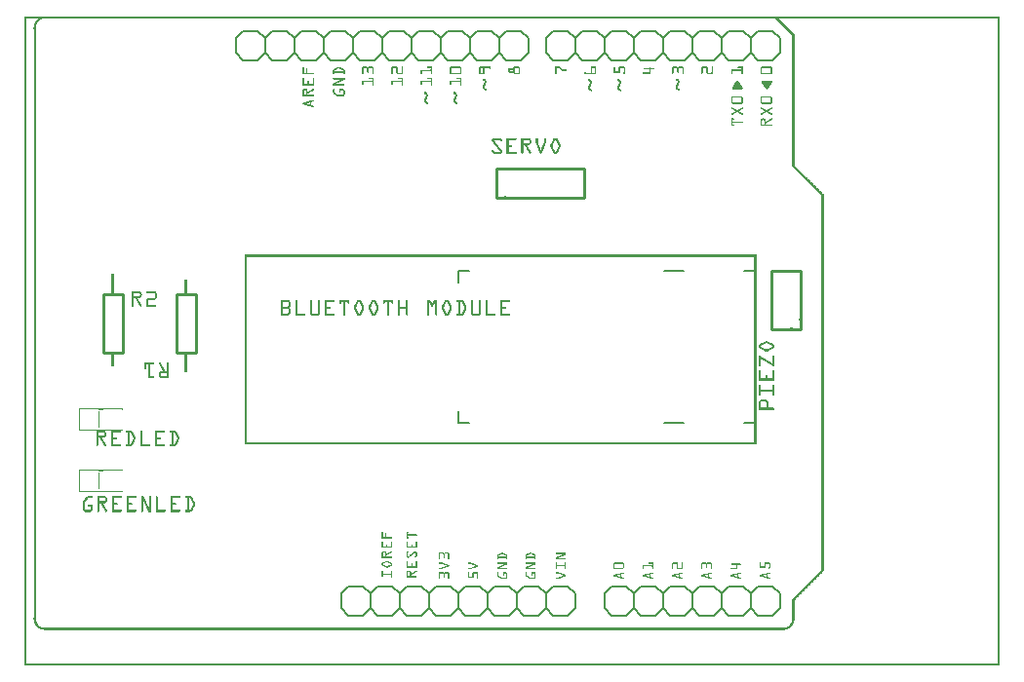
<source format=gto>
G04 MADE WITH FRITZING*
G04 WWW.FRITZING.ORG*
G04 DOUBLE SIDED*
G04 HOLES PLATED*
G04 CONTOUR ON CENTER OF CONTOUR VECTOR*
%ASAXBY*%
%FSLAX23Y23*%
%MOIN*%
%OFA0B0*%
%SFA1.0B1.0*%
%ADD10C,0.006000*%
%ADD11C,0.008000*%
%ADD12C,0.010000*%
%ADD13R,0.001000X0.001000*%
%LNSILK1*%
G90*
G70*
G54D10*
X2307Y272D02*
X2357Y272D01*
D02*
X2357Y272D02*
X2382Y247D01*
D02*
X2382Y247D02*
X2382Y197D01*
D02*
X2382Y197D02*
X2357Y172D01*
D02*
X2382Y247D02*
X2407Y272D01*
D02*
X2407Y272D02*
X2457Y272D01*
D02*
X2457Y272D02*
X2482Y247D01*
D02*
X2482Y247D02*
X2482Y197D01*
D02*
X2482Y197D02*
X2457Y172D01*
D02*
X2457Y172D02*
X2407Y172D01*
D02*
X2407Y172D02*
X2382Y197D01*
D02*
X2182Y247D02*
X2207Y272D01*
D02*
X2207Y272D02*
X2257Y272D01*
D02*
X2257Y272D02*
X2282Y247D01*
D02*
X2282Y247D02*
X2282Y197D01*
D02*
X2282Y197D02*
X2257Y172D01*
D02*
X2257Y172D02*
X2207Y172D01*
D02*
X2207Y172D02*
X2182Y197D01*
D02*
X2307Y272D02*
X2282Y247D01*
D02*
X2282Y197D02*
X2307Y172D01*
D02*
X2357Y172D02*
X2307Y172D01*
D02*
X2007Y272D02*
X2057Y272D01*
D02*
X2057Y272D02*
X2082Y247D01*
D02*
X2082Y247D02*
X2082Y197D01*
D02*
X2082Y197D02*
X2057Y172D01*
D02*
X2082Y247D02*
X2107Y272D01*
D02*
X2107Y272D02*
X2157Y272D01*
D02*
X2157Y272D02*
X2182Y247D01*
D02*
X2182Y247D02*
X2182Y197D01*
D02*
X2182Y197D02*
X2157Y172D01*
D02*
X2157Y172D02*
X2107Y172D01*
D02*
X2107Y172D02*
X2082Y197D01*
D02*
X1982Y247D02*
X1982Y197D01*
D02*
X2007Y272D02*
X1982Y247D01*
D02*
X1982Y197D02*
X2007Y172D01*
D02*
X2057Y172D02*
X2007Y172D01*
D02*
X2507Y272D02*
X2557Y272D01*
D02*
X2557Y272D02*
X2582Y247D01*
D02*
X2582Y247D02*
X2582Y197D01*
D02*
X2582Y197D02*
X2557Y172D01*
D02*
X2507Y272D02*
X2482Y247D01*
D02*
X2482Y197D02*
X2507Y172D01*
D02*
X2557Y172D02*
X2507Y172D01*
D02*
X897Y2072D02*
X847Y2072D01*
D02*
X1097Y2072D02*
X1047Y2072D01*
D02*
X997Y2072D02*
X947Y2072D01*
D02*
X1197Y2072D02*
X1147Y2072D01*
D02*
X1397Y2072D02*
X1347Y2072D01*
D02*
X1297Y2072D02*
X1247Y2072D01*
D02*
X1497Y2072D02*
X1447Y2072D01*
D02*
X1697Y2072D02*
X1647Y2072D01*
D02*
X1597Y2072D02*
X1547Y2072D01*
D02*
X797Y2072D02*
X747Y2072D01*
D02*
X922Y2097D02*
X897Y2072D01*
D02*
X847Y2072D02*
X822Y2097D01*
D02*
X822Y2097D02*
X822Y2147D01*
D02*
X822Y2147D02*
X847Y2172D01*
D02*
X847Y2172D02*
X897Y2172D01*
D02*
X897Y2172D02*
X922Y2147D01*
D02*
X1047Y2072D02*
X1022Y2097D01*
D02*
X1022Y2097D02*
X1022Y2147D01*
D02*
X1022Y2147D02*
X1047Y2172D01*
D02*
X1022Y2097D02*
X997Y2072D01*
D02*
X947Y2072D02*
X922Y2097D01*
D02*
X922Y2097D02*
X922Y2147D01*
D02*
X922Y2147D02*
X947Y2172D01*
D02*
X947Y2172D02*
X997Y2172D01*
D02*
X997Y2172D02*
X1022Y2147D01*
D02*
X1222Y2097D02*
X1197Y2072D01*
D02*
X1147Y2072D02*
X1122Y2097D01*
D02*
X1122Y2097D02*
X1122Y2147D01*
D02*
X1122Y2147D02*
X1147Y2172D01*
D02*
X1147Y2172D02*
X1197Y2172D01*
D02*
X1197Y2172D02*
X1222Y2147D01*
D02*
X1097Y2072D02*
X1122Y2097D01*
D02*
X1122Y2147D02*
X1097Y2172D01*
D02*
X1047Y2172D02*
X1097Y2172D01*
D02*
X1347Y2072D02*
X1322Y2097D01*
D02*
X1322Y2097D02*
X1322Y2147D01*
D02*
X1322Y2147D02*
X1347Y2172D01*
D02*
X1322Y2097D02*
X1297Y2072D01*
D02*
X1247Y2072D02*
X1222Y2097D01*
D02*
X1222Y2097D02*
X1222Y2147D01*
D02*
X1222Y2147D02*
X1247Y2172D01*
D02*
X1247Y2172D02*
X1297Y2172D01*
D02*
X1297Y2172D02*
X1322Y2147D01*
D02*
X1522Y2097D02*
X1497Y2072D01*
D02*
X1447Y2072D02*
X1422Y2097D01*
D02*
X1422Y2097D02*
X1422Y2147D01*
D02*
X1422Y2147D02*
X1447Y2172D01*
D02*
X1447Y2172D02*
X1497Y2172D01*
D02*
X1497Y2172D02*
X1522Y2147D01*
D02*
X1397Y2072D02*
X1422Y2097D01*
D02*
X1422Y2147D02*
X1397Y2172D01*
D02*
X1347Y2172D02*
X1397Y2172D01*
D02*
X1647Y2072D02*
X1622Y2097D01*
D02*
X1622Y2097D02*
X1622Y2147D01*
D02*
X1622Y2147D02*
X1647Y2172D01*
D02*
X1622Y2097D02*
X1597Y2072D01*
D02*
X1547Y2072D02*
X1522Y2097D01*
D02*
X1522Y2097D02*
X1522Y2147D01*
D02*
X1522Y2147D02*
X1547Y2172D01*
D02*
X1547Y2172D02*
X1597Y2172D01*
D02*
X1597Y2172D02*
X1622Y2147D01*
D02*
X1722Y2097D02*
X1722Y2147D01*
D02*
X1697Y2072D02*
X1722Y2097D01*
D02*
X1722Y2147D02*
X1697Y2172D01*
D02*
X1647Y2172D02*
X1697Y2172D01*
D02*
X747Y2072D02*
X722Y2097D01*
D02*
X722Y2097D02*
X722Y2147D01*
D02*
X722Y2147D02*
X747Y2172D01*
D02*
X797Y2072D02*
X822Y2097D01*
D02*
X822Y2147D02*
X797Y2172D01*
D02*
X747Y2172D02*
X797Y2172D01*
D02*
X1957Y2072D02*
X1907Y2072D01*
D02*
X1907Y2072D02*
X1882Y2097D01*
D02*
X1882Y2097D02*
X1882Y2147D01*
D02*
X1882Y2147D02*
X1907Y2172D01*
D02*
X2082Y2097D02*
X2057Y2072D01*
D02*
X2057Y2072D02*
X2007Y2072D01*
D02*
X2007Y2072D02*
X1982Y2097D01*
D02*
X1982Y2097D02*
X1982Y2147D01*
D02*
X1982Y2147D02*
X2007Y2172D01*
D02*
X2007Y2172D02*
X2057Y2172D01*
D02*
X2057Y2172D02*
X2082Y2147D01*
D02*
X1957Y2072D02*
X1982Y2097D01*
D02*
X1982Y2147D02*
X1957Y2172D01*
D02*
X1907Y2172D02*
X1957Y2172D01*
D02*
X2257Y2072D02*
X2207Y2072D01*
D02*
X2207Y2072D02*
X2182Y2097D01*
D02*
X2182Y2097D02*
X2182Y2147D01*
D02*
X2182Y2147D02*
X2207Y2172D01*
D02*
X2182Y2097D02*
X2157Y2072D01*
D02*
X2157Y2072D02*
X2107Y2072D01*
D02*
X2107Y2072D02*
X2082Y2097D01*
D02*
X2082Y2097D02*
X2082Y2147D01*
D02*
X2082Y2147D02*
X2107Y2172D01*
D02*
X2107Y2172D02*
X2157Y2172D01*
D02*
X2157Y2172D02*
X2182Y2147D01*
D02*
X2382Y2097D02*
X2357Y2072D01*
D02*
X2357Y2072D02*
X2307Y2072D01*
D02*
X2307Y2072D02*
X2282Y2097D01*
D02*
X2282Y2097D02*
X2282Y2147D01*
D02*
X2282Y2147D02*
X2307Y2172D01*
D02*
X2307Y2172D02*
X2357Y2172D01*
D02*
X2357Y2172D02*
X2382Y2147D01*
D02*
X2257Y2072D02*
X2282Y2097D01*
D02*
X2282Y2147D02*
X2257Y2172D01*
D02*
X2207Y2172D02*
X2257Y2172D01*
D02*
X2557Y2072D02*
X2507Y2072D01*
D02*
X2507Y2072D02*
X2482Y2097D01*
D02*
X2482Y2097D02*
X2482Y2147D01*
D02*
X2482Y2147D02*
X2507Y2172D01*
D02*
X2482Y2097D02*
X2457Y2072D01*
D02*
X2457Y2072D02*
X2407Y2072D01*
D02*
X2407Y2072D02*
X2382Y2097D01*
D02*
X2382Y2097D02*
X2382Y2147D01*
D02*
X2382Y2147D02*
X2407Y2172D01*
D02*
X2407Y2172D02*
X2457Y2172D01*
D02*
X2457Y2172D02*
X2482Y2147D01*
D02*
X2582Y2097D02*
X2582Y2147D01*
D02*
X2557Y2072D02*
X2582Y2097D01*
D02*
X2582Y2147D02*
X2557Y2172D01*
D02*
X2507Y2172D02*
X2557Y2172D01*
D02*
X1857Y2072D02*
X1807Y2072D01*
D02*
X1807Y2072D02*
X1782Y2097D01*
D02*
X1782Y2097D02*
X1782Y2147D01*
D02*
X1782Y2147D02*
X1807Y2172D01*
D02*
X1857Y2072D02*
X1882Y2097D01*
D02*
X1882Y2147D02*
X1857Y2172D01*
D02*
X1807Y2172D02*
X1857Y2172D01*
D02*
X1707Y272D02*
X1757Y272D01*
D02*
X1757Y272D02*
X1782Y247D01*
D02*
X1782Y247D02*
X1782Y197D01*
D02*
X1782Y197D02*
X1757Y172D01*
D02*
X1582Y247D02*
X1607Y272D01*
D02*
X1607Y272D02*
X1657Y272D01*
D02*
X1657Y272D02*
X1682Y247D01*
D02*
X1682Y247D02*
X1682Y197D01*
D02*
X1682Y197D02*
X1657Y172D01*
D02*
X1657Y172D02*
X1607Y172D01*
D02*
X1607Y172D02*
X1582Y197D01*
D02*
X1707Y272D02*
X1682Y247D01*
D02*
X1682Y197D02*
X1707Y172D01*
D02*
X1757Y172D02*
X1707Y172D01*
D02*
X1407Y272D02*
X1457Y272D01*
D02*
X1457Y272D02*
X1482Y247D01*
D02*
X1482Y247D02*
X1482Y197D01*
D02*
X1482Y197D02*
X1457Y172D01*
D02*
X1482Y247D02*
X1507Y272D01*
D02*
X1507Y272D02*
X1557Y272D01*
D02*
X1557Y272D02*
X1582Y247D01*
D02*
X1582Y247D02*
X1582Y197D01*
D02*
X1582Y197D02*
X1557Y172D01*
D02*
X1557Y172D02*
X1507Y172D01*
D02*
X1507Y172D02*
X1482Y197D01*
D02*
X1282Y247D02*
X1307Y272D01*
D02*
X1307Y272D02*
X1357Y272D01*
D02*
X1357Y272D02*
X1382Y247D01*
D02*
X1382Y247D02*
X1382Y197D01*
D02*
X1382Y197D02*
X1357Y172D01*
D02*
X1357Y172D02*
X1307Y172D01*
D02*
X1307Y172D02*
X1282Y197D01*
D02*
X1407Y272D02*
X1382Y247D01*
D02*
X1382Y197D02*
X1407Y172D01*
D02*
X1457Y172D02*
X1407Y172D01*
D02*
X1107Y272D02*
X1157Y272D01*
D02*
X1157Y272D02*
X1182Y247D01*
D02*
X1182Y247D02*
X1182Y197D01*
D02*
X1182Y197D02*
X1157Y172D01*
D02*
X1182Y247D02*
X1207Y272D01*
D02*
X1207Y272D02*
X1257Y272D01*
D02*
X1257Y272D02*
X1282Y247D01*
D02*
X1282Y247D02*
X1282Y197D01*
D02*
X1282Y197D02*
X1257Y172D01*
D02*
X1257Y172D02*
X1207Y172D01*
D02*
X1207Y172D02*
X1182Y197D01*
D02*
X1082Y247D02*
X1082Y197D01*
D02*
X1107Y272D02*
X1082Y247D01*
D02*
X1082Y197D02*
X1107Y172D01*
D02*
X1157Y172D02*
X1107Y172D01*
D02*
X1807Y272D02*
X1857Y272D01*
D02*
X1857Y272D02*
X1882Y247D01*
D02*
X1882Y247D02*
X1882Y197D01*
D02*
X1882Y197D02*
X1857Y172D01*
D02*
X1807Y272D02*
X1782Y247D01*
D02*
X1782Y197D02*
X1807Y172D01*
D02*
X1857Y172D02*
X1807Y172D01*
G54D11*
D02*
X2186Y832D02*
X2253Y832D01*
D02*
X2186Y1352D02*
X2253Y1352D01*
D02*
X1482Y832D02*
X1482Y871D01*
D02*
X1482Y832D02*
X1521Y832D01*
D02*
X1482Y1352D02*
X1482Y1312D01*
D02*
X1482Y1352D02*
X1521Y1352D01*
D02*
X2497Y1352D02*
X2497Y1312D01*
D02*
X2497Y1352D02*
X2458Y1352D01*
D02*
X2497Y832D02*
X2497Y871D01*
D02*
X2497Y832D02*
X2458Y832D01*
G54D12*
D02*
X2652Y1152D02*
X2652Y1352D01*
D02*
X2652Y1352D02*
X2552Y1352D01*
D02*
X2552Y1352D02*
X2552Y1152D01*
D02*
X2552Y1152D02*
X2652Y1152D01*
D02*
X1612Y1602D02*
X1912Y1602D01*
D02*
X1912Y1602D02*
X1912Y1702D01*
D02*
X1912Y1702D02*
X1612Y1702D01*
D02*
X1612Y1702D02*
X1612Y1602D01*
D02*
X335Y1273D02*
X335Y1073D01*
D02*
X335Y1073D02*
X269Y1073D01*
D02*
X269Y1073D02*
X269Y1273D01*
D02*
X269Y1273D02*
X335Y1273D01*
D02*
X519Y1072D02*
X519Y1272D01*
D02*
X519Y1272D02*
X585Y1272D01*
D02*
X585Y1272D02*
X585Y1072D01*
D02*
X585Y1072D02*
X519Y1072D01*
G54D13*
X0Y2222D02*
X3332Y2222D01*
X0Y2221D02*
X3332Y2221D01*
X0Y2220D02*
X3332Y2220D01*
X0Y2219D02*
X3332Y2219D01*
X0Y2218D02*
X3332Y2218D01*
X0Y2217D02*
X3332Y2217D01*
X0Y2216D02*
X3332Y2216D01*
X0Y2215D02*
X3332Y2215D01*
X0Y2214D02*
X7Y2214D01*
X46Y2214D02*
X63Y2214D01*
X2567Y2214D02*
X2578Y2214D01*
X3325Y2214D02*
X3332Y2214D01*
X0Y2213D02*
X7Y2213D01*
X45Y2213D02*
X59Y2213D01*
X2568Y2213D02*
X2579Y2213D01*
X3325Y2213D02*
X3332Y2213D01*
X0Y2212D02*
X7Y2212D01*
X44Y2212D02*
X57Y2212D01*
X2569Y2212D02*
X2580Y2212D01*
X3325Y2212D02*
X3332Y2212D01*
X0Y2211D02*
X7Y2211D01*
X43Y2211D02*
X55Y2211D01*
X2570Y2211D02*
X2581Y2211D01*
X3325Y2211D02*
X3332Y2211D01*
X0Y2210D02*
X7Y2210D01*
X42Y2210D02*
X53Y2210D01*
X2571Y2210D02*
X2582Y2210D01*
X3325Y2210D02*
X3332Y2210D01*
X0Y2209D02*
X7Y2209D01*
X41Y2209D02*
X51Y2209D01*
X2572Y2209D02*
X2583Y2209D01*
X3325Y2209D02*
X3332Y2209D01*
X0Y2208D02*
X7Y2208D01*
X40Y2208D02*
X50Y2208D01*
X2573Y2208D02*
X2584Y2208D01*
X3325Y2208D02*
X3332Y2208D01*
X0Y2207D02*
X7Y2207D01*
X39Y2207D02*
X49Y2207D01*
X2574Y2207D02*
X2585Y2207D01*
X3325Y2207D02*
X3332Y2207D01*
X0Y2206D02*
X7Y2206D01*
X38Y2206D02*
X48Y2206D01*
X2575Y2206D02*
X2586Y2206D01*
X3325Y2206D02*
X3332Y2206D01*
X0Y2205D02*
X7Y2205D01*
X38Y2205D02*
X47Y2205D01*
X2576Y2205D02*
X2587Y2205D01*
X3325Y2205D02*
X3332Y2205D01*
X0Y2204D02*
X7Y2204D01*
X37Y2204D02*
X46Y2204D01*
X2577Y2204D02*
X2588Y2204D01*
X3325Y2204D02*
X3332Y2204D01*
X0Y2203D02*
X7Y2203D01*
X37Y2203D02*
X45Y2203D01*
X2578Y2203D02*
X2589Y2203D01*
X3325Y2203D02*
X3332Y2203D01*
X0Y2202D02*
X7Y2202D01*
X36Y2202D02*
X44Y2202D01*
X2579Y2202D02*
X2590Y2202D01*
X3325Y2202D02*
X3332Y2202D01*
X0Y2201D02*
X7Y2201D01*
X36Y2201D02*
X44Y2201D01*
X2580Y2201D02*
X2591Y2201D01*
X3325Y2201D02*
X3332Y2201D01*
X0Y2200D02*
X7Y2200D01*
X35Y2200D02*
X43Y2200D01*
X2581Y2200D02*
X2592Y2200D01*
X3325Y2200D02*
X3332Y2200D01*
X0Y2199D02*
X7Y2199D01*
X35Y2199D02*
X42Y2199D01*
X2582Y2199D02*
X2593Y2199D01*
X3325Y2199D02*
X3332Y2199D01*
X0Y2198D02*
X7Y2198D01*
X34Y2198D02*
X42Y2198D01*
X2583Y2198D02*
X2594Y2198D01*
X3325Y2198D02*
X3332Y2198D01*
X0Y2197D02*
X7Y2197D01*
X34Y2197D02*
X41Y2197D01*
X2584Y2197D02*
X2595Y2197D01*
X3325Y2197D02*
X3332Y2197D01*
X0Y2196D02*
X7Y2196D01*
X33Y2196D02*
X41Y2196D01*
X2585Y2196D02*
X2596Y2196D01*
X3325Y2196D02*
X3332Y2196D01*
X0Y2195D02*
X7Y2195D01*
X33Y2195D02*
X40Y2195D01*
X2586Y2195D02*
X2597Y2195D01*
X3325Y2195D02*
X3332Y2195D01*
X0Y2194D02*
X7Y2194D01*
X33Y2194D02*
X40Y2194D01*
X2587Y2194D02*
X2598Y2194D01*
X3325Y2194D02*
X3332Y2194D01*
X0Y2193D02*
X7Y2193D01*
X33Y2193D02*
X40Y2193D01*
X2588Y2193D02*
X2599Y2193D01*
X3325Y2193D02*
X3332Y2193D01*
X0Y2192D02*
X7Y2192D01*
X32Y2192D02*
X39Y2192D01*
X2589Y2192D02*
X2600Y2192D01*
X3325Y2192D02*
X3332Y2192D01*
X0Y2191D02*
X7Y2191D01*
X32Y2191D02*
X39Y2191D01*
X2590Y2191D02*
X2601Y2191D01*
X3325Y2191D02*
X3332Y2191D01*
X0Y2190D02*
X7Y2190D01*
X32Y2190D02*
X39Y2190D01*
X2591Y2190D02*
X2602Y2190D01*
X3325Y2190D02*
X3332Y2190D01*
X0Y2189D02*
X7Y2189D01*
X32Y2189D02*
X39Y2189D01*
X2592Y2189D02*
X2603Y2189D01*
X3325Y2189D02*
X3332Y2189D01*
X0Y2188D02*
X7Y2188D01*
X32Y2188D02*
X39Y2188D01*
X2593Y2188D02*
X2604Y2188D01*
X3325Y2188D02*
X3332Y2188D01*
X0Y2187D02*
X7Y2187D01*
X32Y2187D02*
X38Y2187D01*
X2594Y2187D02*
X2605Y2187D01*
X3325Y2187D02*
X3332Y2187D01*
X0Y2186D02*
X7Y2186D01*
X31Y2186D02*
X38Y2186D01*
X2595Y2186D02*
X2606Y2186D01*
X3325Y2186D02*
X3332Y2186D01*
X0Y2185D02*
X7Y2185D01*
X31Y2185D02*
X38Y2185D01*
X2596Y2185D02*
X2607Y2185D01*
X3325Y2185D02*
X3332Y2185D01*
X0Y2184D02*
X7Y2184D01*
X31Y2184D02*
X38Y2184D01*
X2597Y2184D02*
X2608Y2184D01*
X3325Y2184D02*
X3332Y2184D01*
X0Y2183D02*
X7Y2183D01*
X31Y2183D02*
X38Y2183D01*
X2598Y2183D02*
X2609Y2183D01*
X3325Y2183D02*
X3332Y2183D01*
X0Y2182D02*
X7Y2182D01*
X31Y2182D02*
X38Y2182D01*
X2599Y2182D02*
X2610Y2182D01*
X3325Y2182D02*
X3332Y2182D01*
X0Y2181D02*
X7Y2181D01*
X31Y2181D02*
X38Y2181D01*
X2600Y2181D02*
X2611Y2181D01*
X3325Y2181D02*
X3332Y2181D01*
X0Y2180D02*
X7Y2180D01*
X31Y2180D02*
X38Y2180D01*
X2601Y2180D02*
X2612Y2180D01*
X3325Y2180D02*
X3332Y2180D01*
X0Y2179D02*
X7Y2179D01*
X31Y2179D02*
X39Y2179D01*
X2602Y2179D02*
X2613Y2179D01*
X3325Y2179D02*
X3332Y2179D01*
X0Y2178D02*
X7Y2178D01*
X32Y2178D02*
X39Y2178D01*
X2603Y2178D02*
X2614Y2178D01*
X3325Y2178D02*
X3332Y2178D01*
X0Y2177D02*
X7Y2177D01*
X32Y2177D02*
X39Y2177D01*
X2604Y2177D02*
X2615Y2177D01*
X3325Y2177D02*
X3332Y2177D01*
X0Y2176D02*
X7Y2176D01*
X32Y2176D02*
X39Y2176D01*
X2605Y2176D02*
X2616Y2176D01*
X3325Y2176D02*
X3332Y2176D01*
X0Y2175D02*
X7Y2175D01*
X32Y2175D02*
X39Y2175D01*
X2606Y2175D02*
X2617Y2175D01*
X3325Y2175D02*
X3332Y2175D01*
X0Y2174D02*
X7Y2174D01*
X32Y2174D02*
X39Y2174D01*
X2607Y2174D02*
X2618Y2174D01*
X3325Y2174D02*
X3332Y2174D01*
X0Y2173D02*
X7Y2173D01*
X32Y2173D02*
X39Y2173D01*
X2608Y2173D02*
X2619Y2173D01*
X3325Y2173D02*
X3332Y2173D01*
X0Y2172D02*
X7Y2172D01*
X32Y2172D02*
X39Y2172D01*
X2609Y2172D02*
X2620Y2172D01*
X3325Y2172D02*
X3332Y2172D01*
X0Y2171D02*
X7Y2171D01*
X32Y2171D02*
X39Y2171D01*
X2610Y2171D02*
X2621Y2171D01*
X3325Y2171D02*
X3332Y2171D01*
X0Y2170D02*
X7Y2170D01*
X32Y2170D02*
X39Y2170D01*
X2611Y2170D02*
X2622Y2170D01*
X3325Y2170D02*
X3332Y2170D01*
X0Y2169D02*
X7Y2169D01*
X32Y2169D02*
X39Y2169D01*
X2612Y2169D02*
X2623Y2169D01*
X3325Y2169D02*
X3332Y2169D01*
X0Y2168D02*
X7Y2168D01*
X32Y2168D02*
X39Y2168D01*
X2613Y2168D02*
X2624Y2168D01*
X3325Y2168D02*
X3332Y2168D01*
X0Y2167D02*
X7Y2167D01*
X32Y2167D02*
X39Y2167D01*
X2614Y2167D02*
X2625Y2167D01*
X3325Y2167D02*
X3332Y2167D01*
X0Y2166D02*
X7Y2166D01*
X32Y2166D02*
X39Y2166D01*
X2615Y2166D02*
X2626Y2166D01*
X3325Y2166D02*
X3332Y2166D01*
X0Y2165D02*
X7Y2165D01*
X32Y2165D02*
X39Y2165D01*
X2616Y2165D02*
X2627Y2165D01*
X3325Y2165D02*
X3332Y2165D01*
X0Y2164D02*
X7Y2164D01*
X32Y2164D02*
X39Y2164D01*
X2617Y2164D02*
X2628Y2164D01*
X3325Y2164D02*
X3332Y2164D01*
X0Y2163D02*
X7Y2163D01*
X32Y2163D02*
X39Y2163D01*
X2618Y2163D02*
X2629Y2163D01*
X3325Y2163D02*
X3332Y2163D01*
X0Y2162D02*
X7Y2162D01*
X32Y2162D02*
X39Y2162D01*
X2619Y2162D02*
X2630Y2162D01*
X3325Y2162D02*
X3332Y2162D01*
X0Y2161D02*
X7Y2161D01*
X32Y2161D02*
X39Y2161D01*
X2620Y2161D02*
X2631Y2161D01*
X3325Y2161D02*
X3332Y2161D01*
X0Y2160D02*
X7Y2160D01*
X32Y2160D02*
X39Y2160D01*
X2621Y2160D02*
X2631Y2160D01*
X3325Y2160D02*
X3332Y2160D01*
X0Y2159D02*
X7Y2159D01*
X32Y2159D02*
X39Y2159D01*
X2622Y2159D02*
X2631Y2159D01*
X3325Y2159D02*
X3332Y2159D01*
X0Y2158D02*
X7Y2158D01*
X32Y2158D02*
X39Y2158D01*
X2623Y2158D02*
X2631Y2158D01*
X3325Y2158D02*
X3332Y2158D01*
X0Y2157D02*
X7Y2157D01*
X32Y2157D02*
X39Y2157D01*
X2624Y2157D02*
X2631Y2157D01*
X3325Y2157D02*
X3332Y2157D01*
X0Y2156D02*
X7Y2156D01*
X32Y2156D02*
X39Y2156D01*
X2624Y2156D02*
X2631Y2156D01*
X3325Y2156D02*
X3332Y2156D01*
X0Y2155D02*
X7Y2155D01*
X32Y2155D02*
X39Y2155D01*
X2624Y2155D02*
X2631Y2155D01*
X3325Y2155D02*
X3332Y2155D01*
X0Y2154D02*
X7Y2154D01*
X32Y2154D02*
X39Y2154D01*
X2624Y2154D02*
X2631Y2154D01*
X3325Y2154D02*
X3332Y2154D01*
X0Y2153D02*
X7Y2153D01*
X32Y2153D02*
X39Y2153D01*
X2624Y2153D02*
X2631Y2153D01*
X3325Y2153D02*
X3332Y2153D01*
X0Y2152D02*
X7Y2152D01*
X32Y2152D02*
X39Y2152D01*
X2624Y2152D02*
X2631Y2152D01*
X3325Y2152D02*
X3332Y2152D01*
X0Y2151D02*
X7Y2151D01*
X32Y2151D02*
X39Y2151D01*
X2624Y2151D02*
X2631Y2151D01*
X3325Y2151D02*
X3332Y2151D01*
X0Y2150D02*
X7Y2150D01*
X32Y2150D02*
X39Y2150D01*
X2624Y2150D02*
X2631Y2150D01*
X3325Y2150D02*
X3332Y2150D01*
X0Y2149D02*
X7Y2149D01*
X32Y2149D02*
X39Y2149D01*
X2624Y2149D02*
X2631Y2149D01*
X3325Y2149D02*
X3332Y2149D01*
X0Y2148D02*
X7Y2148D01*
X32Y2148D02*
X39Y2148D01*
X2624Y2148D02*
X2631Y2148D01*
X3325Y2148D02*
X3332Y2148D01*
X0Y2147D02*
X7Y2147D01*
X32Y2147D02*
X39Y2147D01*
X2624Y2147D02*
X2631Y2147D01*
X3325Y2147D02*
X3332Y2147D01*
X0Y2146D02*
X7Y2146D01*
X32Y2146D02*
X39Y2146D01*
X2624Y2146D02*
X2631Y2146D01*
X3325Y2146D02*
X3332Y2146D01*
X0Y2145D02*
X7Y2145D01*
X32Y2145D02*
X39Y2145D01*
X2624Y2145D02*
X2631Y2145D01*
X3325Y2145D02*
X3332Y2145D01*
X0Y2144D02*
X7Y2144D01*
X32Y2144D02*
X39Y2144D01*
X2624Y2144D02*
X2631Y2144D01*
X3325Y2144D02*
X3332Y2144D01*
X0Y2143D02*
X7Y2143D01*
X32Y2143D02*
X39Y2143D01*
X2624Y2143D02*
X2631Y2143D01*
X3325Y2143D02*
X3332Y2143D01*
X0Y2142D02*
X7Y2142D01*
X32Y2142D02*
X39Y2142D01*
X2624Y2142D02*
X2631Y2142D01*
X3325Y2142D02*
X3332Y2142D01*
X0Y2141D02*
X7Y2141D01*
X32Y2141D02*
X39Y2141D01*
X2624Y2141D02*
X2631Y2141D01*
X3325Y2141D02*
X3332Y2141D01*
X0Y2140D02*
X7Y2140D01*
X32Y2140D02*
X39Y2140D01*
X2624Y2140D02*
X2631Y2140D01*
X3325Y2140D02*
X3332Y2140D01*
X0Y2139D02*
X7Y2139D01*
X32Y2139D02*
X39Y2139D01*
X2624Y2139D02*
X2631Y2139D01*
X3325Y2139D02*
X3332Y2139D01*
X0Y2138D02*
X7Y2138D01*
X32Y2138D02*
X39Y2138D01*
X2624Y2138D02*
X2631Y2138D01*
X3325Y2138D02*
X3332Y2138D01*
X0Y2137D02*
X7Y2137D01*
X32Y2137D02*
X39Y2137D01*
X2624Y2137D02*
X2631Y2137D01*
X3325Y2137D02*
X3332Y2137D01*
X0Y2136D02*
X7Y2136D01*
X32Y2136D02*
X39Y2136D01*
X2624Y2136D02*
X2631Y2136D01*
X3325Y2136D02*
X3332Y2136D01*
X0Y2135D02*
X7Y2135D01*
X32Y2135D02*
X39Y2135D01*
X2624Y2135D02*
X2631Y2135D01*
X3325Y2135D02*
X3332Y2135D01*
X0Y2134D02*
X7Y2134D01*
X32Y2134D02*
X39Y2134D01*
X2624Y2134D02*
X2631Y2134D01*
X3325Y2134D02*
X3332Y2134D01*
X0Y2133D02*
X7Y2133D01*
X32Y2133D02*
X39Y2133D01*
X2624Y2133D02*
X2631Y2133D01*
X3325Y2133D02*
X3332Y2133D01*
X0Y2132D02*
X7Y2132D01*
X32Y2132D02*
X39Y2132D01*
X2624Y2132D02*
X2631Y2132D01*
X3325Y2132D02*
X3332Y2132D01*
X0Y2131D02*
X7Y2131D01*
X32Y2131D02*
X39Y2131D01*
X2624Y2131D02*
X2631Y2131D01*
X3325Y2131D02*
X3332Y2131D01*
X0Y2130D02*
X7Y2130D01*
X32Y2130D02*
X39Y2130D01*
X2624Y2130D02*
X2631Y2130D01*
X3325Y2130D02*
X3332Y2130D01*
X0Y2129D02*
X7Y2129D01*
X32Y2129D02*
X39Y2129D01*
X2624Y2129D02*
X2631Y2129D01*
X3325Y2129D02*
X3332Y2129D01*
X0Y2128D02*
X7Y2128D01*
X32Y2128D02*
X39Y2128D01*
X2624Y2128D02*
X2631Y2128D01*
X3325Y2128D02*
X3332Y2128D01*
X0Y2127D02*
X7Y2127D01*
X32Y2127D02*
X39Y2127D01*
X2624Y2127D02*
X2631Y2127D01*
X3325Y2127D02*
X3332Y2127D01*
X0Y2126D02*
X7Y2126D01*
X32Y2126D02*
X39Y2126D01*
X2624Y2126D02*
X2631Y2126D01*
X3325Y2126D02*
X3332Y2126D01*
X0Y2125D02*
X7Y2125D01*
X32Y2125D02*
X39Y2125D01*
X2624Y2125D02*
X2631Y2125D01*
X3325Y2125D02*
X3332Y2125D01*
X0Y2124D02*
X7Y2124D01*
X32Y2124D02*
X39Y2124D01*
X2624Y2124D02*
X2631Y2124D01*
X3325Y2124D02*
X3332Y2124D01*
X0Y2123D02*
X7Y2123D01*
X32Y2123D02*
X39Y2123D01*
X2624Y2123D02*
X2631Y2123D01*
X3325Y2123D02*
X3332Y2123D01*
X0Y2122D02*
X7Y2122D01*
X32Y2122D02*
X39Y2122D01*
X2624Y2122D02*
X2631Y2122D01*
X3325Y2122D02*
X3332Y2122D01*
X0Y2121D02*
X7Y2121D01*
X32Y2121D02*
X39Y2121D01*
X2624Y2121D02*
X2631Y2121D01*
X3325Y2121D02*
X3332Y2121D01*
X0Y2120D02*
X7Y2120D01*
X32Y2120D02*
X39Y2120D01*
X2624Y2120D02*
X2631Y2120D01*
X3325Y2120D02*
X3332Y2120D01*
X0Y2119D02*
X7Y2119D01*
X32Y2119D02*
X39Y2119D01*
X2624Y2119D02*
X2631Y2119D01*
X3325Y2119D02*
X3332Y2119D01*
X0Y2118D02*
X7Y2118D01*
X32Y2118D02*
X39Y2118D01*
X2624Y2118D02*
X2631Y2118D01*
X3325Y2118D02*
X3332Y2118D01*
X0Y2117D02*
X7Y2117D01*
X32Y2117D02*
X39Y2117D01*
X2624Y2117D02*
X2631Y2117D01*
X3325Y2117D02*
X3332Y2117D01*
X0Y2116D02*
X7Y2116D01*
X32Y2116D02*
X39Y2116D01*
X2624Y2116D02*
X2631Y2116D01*
X3325Y2116D02*
X3332Y2116D01*
X0Y2115D02*
X7Y2115D01*
X32Y2115D02*
X39Y2115D01*
X2624Y2115D02*
X2631Y2115D01*
X3325Y2115D02*
X3332Y2115D01*
X0Y2114D02*
X7Y2114D01*
X32Y2114D02*
X39Y2114D01*
X2624Y2114D02*
X2631Y2114D01*
X3325Y2114D02*
X3332Y2114D01*
X0Y2113D02*
X7Y2113D01*
X32Y2113D02*
X39Y2113D01*
X2624Y2113D02*
X2631Y2113D01*
X3325Y2113D02*
X3332Y2113D01*
X0Y2112D02*
X7Y2112D01*
X32Y2112D02*
X39Y2112D01*
X2624Y2112D02*
X2631Y2112D01*
X3325Y2112D02*
X3332Y2112D01*
X0Y2111D02*
X7Y2111D01*
X32Y2111D02*
X39Y2111D01*
X2624Y2111D02*
X2631Y2111D01*
X3325Y2111D02*
X3332Y2111D01*
X0Y2110D02*
X7Y2110D01*
X32Y2110D02*
X39Y2110D01*
X2624Y2110D02*
X2631Y2110D01*
X3325Y2110D02*
X3332Y2110D01*
X0Y2109D02*
X7Y2109D01*
X32Y2109D02*
X39Y2109D01*
X2624Y2109D02*
X2631Y2109D01*
X3325Y2109D02*
X3332Y2109D01*
X0Y2108D02*
X7Y2108D01*
X32Y2108D02*
X39Y2108D01*
X2624Y2108D02*
X2631Y2108D01*
X3325Y2108D02*
X3332Y2108D01*
X0Y2107D02*
X7Y2107D01*
X32Y2107D02*
X39Y2107D01*
X2624Y2107D02*
X2631Y2107D01*
X3325Y2107D02*
X3332Y2107D01*
X0Y2106D02*
X7Y2106D01*
X32Y2106D02*
X39Y2106D01*
X2624Y2106D02*
X2631Y2106D01*
X3325Y2106D02*
X3332Y2106D01*
X0Y2105D02*
X7Y2105D01*
X32Y2105D02*
X39Y2105D01*
X2624Y2105D02*
X2631Y2105D01*
X3325Y2105D02*
X3332Y2105D01*
X0Y2104D02*
X7Y2104D01*
X32Y2104D02*
X39Y2104D01*
X2624Y2104D02*
X2631Y2104D01*
X3325Y2104D02*
X3332Y2104D01*
X0Y2103D02*
X7Y2103D01*
X32Y2103D02*
X39Y2103D01*
X2624Y2103D02*
X2631Y2103D01*
X3325Y2103D02*
X3332Y2103D01*
X0Y2102D02*
X7Y2102D01*
X32Y2102D02*
X39Y2102D01*
X2624Y2102D02*
X2631Y2102D01*
X3325Y2102D02*
X3332Y2102D01*
X0Y2101D02*
X7Y2101D01*
X32Y2101D02*
X39Y2101D01*
X2624Y2101D02*
X2631Y2101D01*
X3325Y2101D02*
X3332Y2101D01*
X0Y2100D02*
X7Y2100D01*
X32Y2100D02*
X39Y2100D01*
X2624Y2100D02*
X2631Y2100D01*
X3325Y2100D02*
X3332Y2100D01*
X0Y2099D02*
X7Y2099D01*
X32Y2099D02*
X39Y2099D01*
X2624Y2099D02*
X2631Y2099D01*
X3325Y2099D02*
X3332Y2099D01*
X0Y2098D02*
X7Y2098D01*
X32Y2098D02*
X39Y2098D01*
X2624Y2098D02*
X2631Y2098D01*
X3325Y2098D02*
X3332Y2098D01*
X0Y2097D02*
X7Y2097D01*
X32Y2097D02*
X39Y2097D01*
X2624Y2097D02*
X2631Y2097D01*
X3325Y2097D02*
X3332Y2097D01*
X0Y2096D02*
X7Y2096D01*
X32Y2096D02*
X39Y2096D01*
X2624Y2096D02*
X2631Y2096D01*
X3325Y2096D02*
X3332Y2096D01*
X0Y2095D02*
X7Y2095D01*
X32Y2095D02*
X39Y2095D01*
X2624Y2095D02*
X2631Y2095D01*
X3325Y2095D02*
X3332Y2095D01*
X0Y2094D02*
X7Y2094D01*
X32Y2094D02*
X39Y2094D01*
X2624Y2094D02*
X2631Y2094D01*
X3325Y2094D02*
X3332Y2094D01*
X0Y2093D02*
X7Y2093D01*
X32Y2093D02*
X39Y2093D01*
X2624Y2093D02*
X2631Y2093D01*
X3325Y2093D02*
X3332Y2093D01*
X0Y2092D02*
X7Y2092D01*
X32Y2092D02*
X39Y2092D01*
X2624Y2092D02*
X2631Y2092D01*
X3325Y2092D02*
X3332Y2092D01*
X0Y2091D02*
X7Y2091D01*
X32Y2091D02*
X39Y2091D01*
X2624Y2091D02*
X2631Y2091D01*
X3325Y2091D02*
X3332Y2091D01*
X0Y2090D02*
X7Y2090D01*
X32Y2090D02*
X39Y2090D01*
X2624Y2090D02*
X2631Y2090D01*
X3325Y2090D02*
X3332Y2090D01*
X0Y2089D02*
X7Y2089D01*
X32Y2089D02*
X39Y2089D01*
X2624Y2089D02*
X2631Y2089D01*
X3325Y2089D02*
X3332Y2089D01*
X0Y2088D02*
X7Y2088D01*
X32Y2088D02*
X39Y2088D01*
X2624Y2088D02*
X2631Y2088D01*
X3325Y2088D02*
X3332Y2088D01*
X0Y2087D02*
X7Y2087D01*
X32Y2087D02*
X39Y2087D01*
X2624Y2087D02*
X2631Y2087D01*
X3325Y2087D02*
X3332Y2087D01*
X0Y2086D02*
X7Y2086D01*
X32Y2086D02*
X39Y2086D01*
X2624Y2086D02*
X2631Y2086D01*
X3325Y2086D02*
X3332Y2086D01*
X0Y2085D02*
X7Y2085D01*
X32Y2085D02*
X39Y2085D01*
X2624Y2085D02*
X2631Y2085D01*
X3325Y2085D02*
X3332Y2085D01*
X0Y2084D02*
X7Y2084D01*
X32Y2084D02*
X39Y2084D01*
X2624Y2084D02*
X2631Y2084D01*
X3325Y2084D02*
X3332Y2084D01*
X0Y2083D02*
X7Y2083D01*
X32Y2083D02*
X39Y2083D01*
X2624Y2083D02*
X2631Y2083D01*
X3325Y2083D02*
X3332Y2083D01*
X0Y2082D02*
X7Y2082D01*
X32Y2082D02*
X39Y2082D01*
X2624Y2082D02*
X2631Y2082D01*
X3325Y2082D02*
X3332Y2082D01*
X0Y2081D02*
X7Y2081D01*
X32Y2081D02*
X39Y2081D01*
X2624Y2081D02*
X2631Y2081D01*
X3325Y2081D02*
X3332Y2081D01*
X0Y2080D02*
X7Y2080D01*
X32Y2080D02*
X39Y2080D01*
X2624Y2080D02*
X2631Y2080D01*
X3325Y2080D02*
X3332Y2080D01*
X0Y2079D02*
X7Y2079D01*
X32Y2079D02*
X39Y2079D01*
X2624Y2079D02*
X2631Y2079D01*
X3325Y2079D02*
X3332Y2079D01*
X0Y2078D02*
X7Y2078D01*
X32Y2078D02*
X39Y2078D01*
X2624Y2078D02*
X2631Y2078D01*
X3325Y2078D02*
X3332Y2078D01*
X0Y2077D02*
X7Y2077D01*
X32Y2077D02*
X39Y2077D01*
X2624Y2077D02*
X2631Y2077D01*
X3325Y2077D02*
X3332Y2077D01*
X0Y2076D02*
X7Y2076D01*
X32Y2076D02*
X39Y2076D01*
X2624Y2076D02*
X2631Y2076D01*
X3325Y2076D02*
X3332Y2076D01*
X0Y2075D02*
X7Y2075D01*
X32Y2075D02*
X39Y2075D01*
X2624Y2075D02*
X2631Y2075D01*
X3325Y2075D02*
X3332Y2075D01*
X0Y2074D02*
X7Y2074D01*
X32Y2074D02*
X39Y2074D01*
X2624Y2074D02*
X2631Y2074D01*
X3325Y2074D02*
X3332Y2074D01*
X0Y2073D02*
X7Y2073D01*
X32Y2073D02*
X39Y2073D01*
X2624Y2073D02*
X2631Y2073D01*
X3325Y2073D02*
X3332Y2073D01*
X0Y2072D02*
X7Y2072D01*
X32Y2072D02*
X39Y2072D01*
X2624Y2072D02*
X2631Y2072D01*
X3325Y2072D02*
X3332Y2072D01*
X0Y2071D02*
X7Y2071D01*
X32Y2071D02*
X39Y2071D01*
X2624Y2071D02*
X2631Y2071D01*
X3325Y2071D02*
X3332Y2071D01*
X0Y2070D02*
X7Y2070D01*
X32Y2070D02*
X39Y2070D01*
X2624Y2070D02*
X2631Y2070D01*
X3325Y2070D02*
X3332Y2070D01*
X0Y2069D02*
X7Y2069D01*
X32Y2069D02*
X39Y2069D01*
X2624Y2069D02*
X2631Y2069D01*
X3325Y2069D02*
X3332Y2069D01*
X0Y2068D02*
X7Y2068D01*
X32Y2068D02*
X39Y2068D01*
X2624Y2068D02*
X2631Y2068D01*
X3325Y2068D02*
X3332Y2068D01*
X0Y2067D02*
X7Y2067D01*
X32Y2067D02*
X39Y2067D01*
X2624Y2067D02*
X2631Y2067D01*
X3325Y2067D02*
X3332Y2067D01*
X0Y2066D02*
X7Y2066D01*
X32Y2066D02*
X39Y2066D01*
X2624Y2066D02*
X2631Y2066D01*
X3325Y2066D02*
X3332Y2066D01*
X0Y2065D02*
X7Y2065D01*
X32Y2065D02*
X39Y2065D01*
X2624Y2065D02*
X2631Y2065D01*
X3325Y2065D02*
X3332Y2065D01*
X0Y2064D02*
X7Y2064D01*
X32Y2064D02*
X39Y2064D01*
X2624Y2064D02*
X2631Y2064D01*
X3325Y2064D02*
X3332Y2064D01*
X0Y2063D02*
X7Y2063D01*
X32Y2063D02*
X39Y2063D01*
X2624Y2063D02*
X2631Y2063D01*
X3325Y2063D02*
X3332Y2063D01*
X0Y2062D02*
X7Y2062D01*
X32Y2062D02*
X39Y2062D01*
X2624Y2062D02*
X2631Y2062D01*
X3325Y2062D02*
X3332Y2062D01*
X0Y2061D02*
X7Y2061D01*
X32Y2061D02*
X39Y2061D01*
X2624Y2061D02*
X2631Y2061D01*
X3325Y2061D02*
X3332Y2061D01*
X0Y2060D02*
X7Y2060D01*
X32Y2060D02*
X39Y2060D01*
X2624Y2060D02*
X2631Y2060D01*
X3325Y2060D02*
X3332Y2060D01*
X0Y2059D02*
X7Y2059D01*
X32Y2059D02*
X39Y2059D01*
X2624Y2059D02*
X2631Y2059D01*
X3325Y2059D02*
X3332Y2059D01*
X0Y2058D02*
X7Y2058D01*
X32Y2058D02*
X39Y2058D01*
X2624Y2058D02*
X2631Y2058D01*
X3325Y2058D02*
X3332Y2058D01*
X0Y2057D02*
X7Y2057D01*
X32Y2057D02*
X39Y2057D01*
X2624Y2057D02*
X2631Y2057D01*
X3325Y2057D02*
X3332Y2057D01*
X0Y2056D02*
X7Y2056D01*
X32Y2056D02*
X39Y2056D01*
X2624Y2056D02*
X2631Y2056D01*
X3325Y2056D02*
X3332Y2056D01*
X0Y2055D02*
X7Y2055D01*
X32Y2055D02*
X39Y2055D01*
X2624Y2055D02*
X2631Y2055D01*
X3325Y2055D02*
X3332Y2055D01*
X0Y2054D02*
X7Y2054D01*
X32Y2054D02*
X39Y2054D01*
X2624Y2054D02*
X2631Y2054D01*
X3325Y2054D02*
X3332Y2054D01*
X0Y2053D02*
X7Y2053D01*
X32Y2053D02*
X39Y2053D01*
X2624Y2053D02*
X2631Y2053D01*
X3325Y2053D02*
X3332Y2053D01*
X0Y2052D02*
X7Y2052D01*
X32Y2052D02*
X39Y2052D01*
X2624Y2052D02*
X2631Y2052D01*
X3325Y2052D02*
X3332Y2052D01*
X0Y2051D02*
X7Y2051D01*
X32Y2051D02*
X39Y2051D01*
X2624Y2051D02*
X2631Y2051D01*
X3325Y2051D02*
X3332Y2051D01*
X0Y2050D02*
X7Y2050D01*
X32Y2050D02*
X39Y2050D01*
X1157Y2050D02*
X1170Y2050D01*
X1177Y2050D02*
X1189Y2050D01*
X1257Y2050D02*
X1272Y2050D01*
X1290Y2050D02*
X1292Y2050D01*
X1377Y2050D02*
X1392Y2050D01*
X1457Y2050D02*
X1489Y2050D01*
X1555Y2050D02*
X1592Y2050D01*
X1674Y2050D02*
X1690Y2050D01*
X1813Y2050D02*
X1830Y2050D01*
X1937Y2050D02*
X1952Y2050D01*
X2015Y2050D02*
X2016Y2050D01*
X2034Y2050D02*
X2050Y2050D01*
X2217Y2050D02*
X2230Y2050D01*
X2236Y2050D02*
X2250Y2050D01*
X2317Y2050D02*
X2332Y2050D01*
X2350Y2050D02*
X2352Y2050D01*
X2439Y2050D02*
X2454Y2050D01*
X2519Y2050D02*
X2552Y2050D01*
X2624Y2050D02*
X2631Y2050D01*
X3325Y2050D02*
X3332Y2050D01*
X0Y2049D02*
X7Y2049D01*
X32Y2049D02*
X39Y2049D01*
X951Y2049D02*
X953Y2049D01*
X1072Y2049D02*
X1076Y2049D01*
X1155Y2049D02*
X1172Y2049D01*
X1175Y2049D02*
X1191Y2049D01*
X1255Y2049D02*
X1273Y2049D01*
X1289Y2049D02*
X1293Y2049D01*
X1376Y2049D02*
X1393Y2049D01*
X1455Y2049D02*
X1491Y2049D01*
X1554Y2049D02*
X1593Y2049D01*
X1673Y2049D02*
X1691Y2049D01*
X1813Y2049D02*
X1831Y2049D01*
X1936Y2049D02*
X1953Y2049D01*
X2014Y2049D02*
X2017Y2049D01*
X2033Y2049D02*
X2051Y2049D01*
X2137Y2049D02*
X2138Y2049D01*
X2215Y2049D02*
X2232Y2049D01*
X2234Y2049D02*
X2251Y2049D01*
X2315Y2049D02*
X2333Y2049D01*
X2349Y2049D02*
X2353Y2049D01*
X2438Y2049D02*
X2455Y2049D01*
X2517Y2049D02*
X2554Y2049D01*
X2624Y2049D02*
X2631Y2049D01*
X3325Y2049D02*
X3332Y2049D01*
X0Y2048D02*
X7Y2048D01*
X32Y2048D02*
X39Y2048D01*
X950Y2048D02*
X954Y2048D01*
X1069Y2048D02*
X1079Y2048D01*
X1154Y2048D02*
X1192Y2048D01*
X1254Y2048D02*
X1274Y2048D01*
X1289Y2048D02*
X1293Y2048D01*
X1376Y2048D02*
X1393Y2048D01*
X1454Y2048D02*
X1492Y2048D01*
X1553Y2048D02*
X1593Y2048D01*
X1672Y2048D02*
X1692Y2048D01*
X1813Y2048D02*
X1832Y2048D01*
X1935Y2048D02*
X1953Y2048D01*
X2013Y2048D02*
X2017Y2048D01*
X2032Y2048D02*
X2052Y2048D01*
X2136Y2048D02*
X2139Y2048D01*
X2214Y2048D02*
X2252Y2048D01*
X2314Y2048D02*
X2334Y2048D01*
X2349Y2048D02*
X2353Y2048D01*
X2438Y2048D02*
X2455Y2048D01*
X2517Y2048D02*
X2554Y2048D01*
X2624Y2048D02*
X2631Y2048D01*
X3325Y2048D02*
X3332Y2048D01*
X0Y2047D02*
X7Y2047D01*
X32Y2047D02*
X39Y2047D01*
X950Y2047D02*
X954Y2047D01*
X1067Y2047D02*
X1081Y2047D01*
X1154Y2047D02*
X1193Y2047D01*
X1254Y2047D02*
X1275Y2047D01*
X1289Y2047D02*
X1293Y2047D01*
X1376Y2047D02*
X1393Y2047D01*
X1454Y2047D02*
X1493Y2047D01*
X1553Y2047D02*
X1593Y2047D01*
X1671Y2047D02*
X1693Y2047D01*
X1813Y2047D02*
X1832Y2047D01*
X1935Y2047D02*
X1953Y2047D01*
X2013Y2047D02*
X2018Y2047D01*
X2031Y2047D02*
X2052Y2047D01*
X2135Y2047D02*
X2140Y2047D01*
X2214Y2047D02*
X2252Y2047D01*
X2314Y2047D02*
X2335Y2047D01*
X2349Y2047D02*
X2353Y2047D01*
X2438Y2047D02*
X2455Y2047D01*
X2516Y2047D02*
X2555Y2047D01*
X2624Y2047D02*
X2631Y2047D01*
X3325Y2047D02*
X3332Y2047D01*
X0Y2046D02*
X7Y2046D01*
X32Y2046D02*
X39Y2046D01*
X950Y2046D02*
X954Y2046D01*
X1065Y2046D02*
X1083Y2046D01*
X1154Y2046D02*
X1193Y2046D01*
X1254Y2046D02*
X1275Y2046D01*
X1289Y2046D02*
X1293Y2046D01*
X1376Y2046D02*
X1393Y2046D01*
X1454Y2046D02*
X1493Y2046D01*
X1553Y2046D02*
X1593Y2046D01*
X1671Y2046D02*
X1693Y2046D01*
X1813Y2046D02*
X1833Y2046D01*
X1935Y2046D02*
X1953Y2046D01*
X2013Y2046D02*
X2018Y2046D01*
X2031Y2046D02*
X2053Y2046D01*
X2119Y2046D02*
X2152Y2046D01*
X2213Y2046D02*
X2253Y2046D01*
X2313Y2046D02*
X2335Y2046D01*
X2349Y2046D02*
X2353Y2046D01*
X2439Y2046D02*
X2455Y2046D01*
X2516Y2046D02*
X2555Y2046D01*
X2624Y2046D02*
X2631Y2046D01*
X3325Y2046D02*
X3332Y2046D01*
X0Y2045D02*
X7Y2045D01*
X32Y2045D02*
X39Y2045D01*
X950Y2045D02*
X954Y2045D01*
X1063Y2045D02*
X1085Y2045D01*
X1153Y2045D02*
X1158Y2045D01*
X1169Y2045D02*
X1178Y2045D01*
X1188Y2045D02*
X1193Y2045D01*
X1253Y2045D02*
X1258Y2045D01*
X1271Y2045D02*
X1275Y2045D01*
X1289Y2045D02*
X1293Y2045D01*
X1388Y2045D02*
X1393Y2045D01*
X1453Y2045D02*
X1458Y2045D01*
X1488Y2045D02*
X1493Y2045D01*
X1553Y2045D02*
X1558Y2045D01*
X1566Y2045D02*
X1571Y2045D01*
X1589Y2045D02*
X1593Y2045D01*
X1655Y2045D02*
X1675Y2045D01*
X1688Y2045D02*
X1693Y2045D01*
X1813Y2045D02*
X1818Y2045D01*
X1828Y2045D02*
X1834Y2045D01*
X1935Y2045D02*
X1940Y2045D01*
X1948Y2045D02*
X1953Y2045D01*
X2013Y2045D02*
X2018Y2045D01*
X2031Y2045D02*
X2035Y2045D01*
X2048Y2045D02*
X2053Y2045D01*
X2118Y2045D02*
X2153Y2045D01*
X2213Y2045D02*
X2218Y2045D01*
X2229Y2045D02*
X2237Y2045D01*
X2248Y2045D02*
X2253Y2045D01*
X2313Y2045D02*
X2318Y2045D01*
X2331Y2045D02*
X2335Y2045D01*
X2349Y2045D02*
X2353Y2045D01*
X2451Y2045D02*
X2455Y2045D01*
X2516Y2045D02*
X2520Y2045D01*
X2551Y2045D02*
X2555Y2045D01*
X2624Y2045D02*
X2631Y2045D01*
X3325Y2045D02*
X3332Y2045D01*
X0Y2044D02*
X7Y2044D01*
X32Y2044D02*
X39Y2044D01*
X950Y2044D02*
X954Y2044D01*
X964Y2044D02*
X966Y2044D01*
X1061Y2044D02*
X1073Y2044D01*
X1075Y2044D02*
X1087Y2044D01*
X1153Y2044D02*
X1158Y2044D01*
X1170Y2044D02*
X1176Y2044D01*
X1189Y2044D02*
X1193Y2044D01*
X1253Y2044D02*
X1258Y2044D01*
X1271Y2044D02*
X1275Y2044D01*
X1289Y2044D02*
X1293Y2044D01*
X1389Y2044D02*
X1393Y2044D01*
X1453Y2044D02*
X1458Y2044D01*
X1489Y2044D02*
X1493Y2044D01*
X1553Y2044D02*
X1558Y2044D01*
X1567Y2044D02*
X1571Y2044D01*
X1589Y2044D02*
X1593Y2044D01*
X1654Y2044D02*
X1675Y2044D01*
X1689Y2044D02*
X1693Y2044D01*
X1813Y2044D02*
X1818Y2044D01*
X1829Y2044D02*
X1835Y2044D01*
X1935Y2044D02*
X1940Y2044D01*
X1949Y2044D02*
X1953Y2044D01*
X2013Y2044D02*
X2018Y2044D01*
X2031Y2044D02*
X2035Y2044D01*
X2049Y2044D02*
X2053Y2044D01*
X2118Y2044D02*
X2153Y2044D01*
X2213Y2044D02*
X2218Y2044D01*
X2230Y2044D02*
X2236Y2044D01*
X2249Y2044D02*
X2253Y2044D01*
X2313Y2044D02*
X2318Y2044D01*
X2331Y2044D02*
X2335Y2044D01*
X2349Y2044D02*
X2353Y2044D01*
X2451Y2044D02*
X2455Y2044D01*
X2516Y2044D02*
X2520Y2044D01*
X2551Y2044D02*
X2555Y2044D01*
X2624Y2044D02*
X2631Y2044D01*
X3325Y2044D02*
X3332Y2044D01*
X0Y2043D02*
X7Y2043D01*
X32Y2043D02*
X39Y2043D01*
X950Y2043D02*
X954Y2043D01*
X963Y2043D02*
X967Y2043D01*
X1059Y2043D02*
X1070Y2043D01*
X1078Y2043D02*
X1089Y2043D01*
X1153Y2043D02*
X1158Y2043D01*
X1171Y2043D02*
X1175Y2043D01*
X1189Y2043D02*
X1193Y2043D01*
X1253Y2043D02*
X1258Y2043D01*
X1271Y2043D02*
X1275Y2043D01*
X1289Y2043D02*
X1293Y2043D01*
X1389Y2043D02*
X1393Y2043D01*
X1453Y2043D02*
X1458Y2043D01*
X1489Y2043D02*
X1493Y2043D01*
X1553Y2043D02*
X1558Y2043D01*
X1567Y2043D02*
X1571Y2043D01*
X1590Y2043D02*
X1592Y2043D01*
X1653Y2043D02*
X1675Y2043D01*
X1689Y2043D02*
X1693Y2043D01*
X1813Y2043D02*
X1818Y2043D01*
X1830Y2043D02*
X1836Y2043D01*
X1935Y2043D02*
X1940Y2043D01*
X1949Y2043D02*
X1953Y2043D01*
X2013Y2043D02*
X2018Y2043D01*
X2031Y2043D02*
X2035Y2043D01*
X2049Y2043D02*
X2053Y2043D01*
X2118Y2043D02*
X2153Y2043D01*
X2213Y2043D02*
X2218Y2043D01*
X2231Y2043D02*
X2235Y2043D01*
X2249Y2043D02*
X2253Y2043D01*
X2313Y2043D02*
X2318Y2043D01*
X2331Y2043D02*
X2335Y2043D01*
X2349Y2043D02*
X2353Y2043D01*
X2451Y2043D02*
X2455Y2043D01*
X2516Y2043D02*
X2520Y2043D01*
X2551Y2043D02*
X2555Y2043D01*
X2624Y2043D02*
X2631Y2043D01*
X3325Y2043D02*
X3332Y2043D01*
X0Y2042D02*
X7Y2042D01*
X32Y2042D02*
X39Y2042D01*
X950Y2042D02*
X954Y2042D01*
X963Y2042D02*
X967Y2042D01*
X1057Y2042D02*
X1068Y2042D01*
X1080Y2042D02*
X1091Y2042D01*
X1153Y2042D02*
X1158Y2042D01*
X1171Y2042D02*
X1175Y2042D01*
X1189Y2042D02*
X1193Y2042D01*
X1253Y2042D02*
X1258Y2042D01*
X1271Y2042D02*
X1275Y2042D01*
X1289Y2042D02*
X1293Y2042D01*
X1389Y2042D02*
X1393Y2042D01*
X1453Y2042D02*
X1458Y2042D01*
X1489Y2042D02*
X1493Y2042D01*
X1553Y2042D02*
X1558Y2042D01*
X1567Y2042D02*
X1571Y2042D01*
X1653Y2042D02*
X1675Y2042D01*
X1689Y2042D02*
X1693Y2042D01*
X1813Y2042D02*
X1818Y2042D01*
X1831Y2042D02*
X1837Y2042D01*
X1935Y2042D02*
X1940Y2042D01*
X1949Y2042D02*
X1953Y2042D01*
X2013Y2042D02*
X2018Y2042D01*
X2031Y2042D02*
X2035Y2042D01*
X2049Y2042D02*
X2053Y2042D01*
X2119Y2042D02*
X2152Y2042D01*
X2213Y2042D02*
X2218Y2042D01*
X2231Y2042D02*
X2235Y2042D01*
X2249Y2042D02*
X2253Y2042D01*
X2313Y2042D02*
X2318Y2042D01*
X2331Y2042D02*
X2335Y2042D01*
X2349Y2042D02*
X2353Y2042D01*
X2451Y2042D02*
X2455Y2042D01*
X2516Y2042D02*
X2520Y2042D01*
X2551Y2042D02*
X2555Y2042D01*
X2624Y2042D02*
X2631Y2042D01*
X3325Y2042D02*
X3332Y2042D01*
X0Y2041D02*
X7Y2041D01*
X32Y2041D02*
X39Y2041D01*
X950Y2041D02*
X954Y2041D01*
X963Y2041D02*
X967Y2041D01*
X1056Y2041D02*
X1066Y2041D01*
X1082Y2041D02*
X1092Y2041D01*
X1153Y2041D02*
X1158Y2041D01*
X1171Y2041D02*
X1175Y2041D01*
X1189Y2041D02*
X1193Y2041D01*
X1253Y2041D02*
X1258Y2041D01*
X1271Y2041D02*
X1275Y2041D01*
X1289Y2041D02*
X1293Y2041D01*
X1389Y2041D02*
X1393Y2041D01*
X1453Y2041D02*
X1458Y2041D01*
X1489Y2041D02*
X1493Y2041D01*
X1553Y2041D02*
X1558Y2041D01*
X1567Y2041D02*
X1571Y2041D01*
X1653Y2041D02*
X1675Y2041D01*
X1689Y2041D02*
X1693Y2041D01*
X1813Y2041D02*
X1818Y2041D01*
X1832Y2041D02*
X1837Y2041D01*
X1935Y2041D02*
X1940Y2041D01*
X1949Y2041D02*
X1953Y2041D01*
X2013Y2041D02*
X2018Y2041D01*
X2031Y2041D02*
X2035Y2041D01*
X2049Y2041D02*
X2053Y2041D01*
X2135Y2041D02*
X2140Y2041D01*
X2213Y2041D02*
X2218Y2041D01*
X2231Y2041D02*
X2235Y2041D01*
X2249Y2041D02*
X2253Y2041D01*
X2313Y2041D02*
X2318Y2041D01*
X2331Y2041D02*
X2335Y2041D01*
X2349Y2041D02*
X2353Y2041D01*
X2451Y2041D02*
X2455Y2041D01*
X2516Y2041D02*
X2520Y2041D01*
X2551Y2041D02*
X2555Y2041D01*
X2624Y2041D02*
X2631Y2041D01*
X3325Y2041D02*
X3332Y2041D01*
X0Y2040D02*
X7Y2040D01*
X32Y2040D02*
X39Y2040D01*
X950Y2040D02*
X954Y2040D01*
X963Y2040D02*
X967Y2040D01*
X1055Y2040D02*
X1064Y2040D01*
X1084Y2040D02*
X1092Y2040D01*
X1153Y2040D02*
X1158Y2040D01*
X1171Y2040D02*
X1175Y2040D01*
X1189Y2040D02*
X1193Y2040D01*
X1253Y2040D02*
X1258Y2040D01*
X1271Y2040D02*
X1275Y2040D01*
X1289Y2040D02*
X1293Y2040D01*
X1388Y2040D02*
X1393Y2040D01*
X1453Y2040D02*
X1458Y2040D01*
X1489Y2040D02*
X1493Y2040D01*
X1553Y2040D02*
X1558Y2040D01*
X1567Y2040D02*
X1571Y2040D01*
X1653Y2040D02*
X1675Y2040D01*
X1689Y2040D02*
X1693Y2040D01*
X1813Y2040D02*
X1818Y2040D01*
X1832Y2040D02*
X1851Y2040D01*
X1935Y2040D02*
X1940Y2040D01*
X1949Y2040D02*
X1953Y2040D01*
X2013Y2040D02*
X2018Y2040D01*
X2031Y2040D02*
X2035Y2040D01*
X2049Y2040D02*
X2053Y2040D01*
X2135Y2040D02*
X2140Y2040D01*
X2213Y2040D02*
X2218Y2040D01*
X2231Y2040D02*
X2235Y2040D01*
X2249Y2040D02*
X2253Y2040D01*
X2313Y2040D02*
X2318Y2040D01*
X2331Y2040D02*
X2335Y2040D01*
X2349Y2040D02*
X2353Y2040D01*
X2416Y2040D02*
X2455Y2040D01*
X2516Y2040D02*
X2520Y2040D01*
X2551Y2040D02*
X2555Y2040D01*
X2624Y2040D02*
X2631Y2040D01*
X3325Y2040D02*
X3332Y2040D01*
X0Y2039D02*
X7Y2039D01*
X32Y2039D02*
X39Y2039D01*
X950Y2039D02*
X954Y2039D01*
X963Y2039D02*
X967Y2039D01*
X1055Y2039D02*
X1062Y2039D01*
X1086Y2039D02*
X1093Y2039D01*
X1153Y2039D02*
X1158Y2039D01*
X1171Y2039D02*
X1175Y2039D01*
X1189Y2039D02*
X1193Y2039D01*
X1253Y2039D02*
X1258Y2039D01*
X1271Y2039D02*
X1275Y2039D01*
X1289Y2039D02*
X1293Y2039D01*
X1353Y2039D02*
X1393Y2039D01*
X1453Y2039D02*
X1458Y2039D01*
X1489Y2039D02*
X1493Y2039D01*
X1553Y2039D02*
X1558Y2039D01*
X1567Y2039D02*
X1571Y2039D01*
X1653Y2039D02*
X1658Y2039D01*
X1671Y2039D02*
X1675Y2039D01*
X1689Y2039D02*
X1693Y2039D01*
X1813Y2039D02*
X1818Y2039D01*
X1833Y2039D02*
X1852Y2039D01*
X1935Y2039D02*
X1940Y2039D01*
X1949Y2039D02*
X1953Y2039D01*
X2013Y2039D02*
X2018Y2039D01*
X2031Y2039D02*
X2035Y2039D01*
X2049Y2039D02*
X2053Y2039D01*
X2135Y2039D02*
X2140Y2039D01*
X2213Y2039D02*
X2218Y2039D01*
X2231Y2039D02*
X2235Y2039D01*
X2249Y2039D02*
X2253Y2039D01*
X2313Y2039D02*
X2318Y2039D01*
X2331Y2039D02*
X2335Y2039D01*
X2349Y2039D02*
X2353Y2039D01*
X2416Y2039D02*
X2455Y2039D01*
X2516Y2039D02*
X2520Y2039D01*
X2551Y2039D02*
X2555Y2039D01*
X2624Y2039D02*
X2631Y2039D01*
X3325Y2039D02*
X3332Y2039D01*
X0Y2038D02*
X7Y2038D01*
X32Y2038D02*
X39Y2038D01*
X950Y2038D02*
X954Y2038D01*
X963Y2038D02*
X967Y2038D01*
X1054Y2038D02*
X1060Y2038D01*
X1088Y2038D02*
X1093Y2038D01*
X1153Y2038D02*
X1158Y2038D01*
X1171Y2038D02*
X1175Y2038D01*
X1189Y2038D02*
X1193Y2038D01*
X1253Y2038D02*
X1258Y2038D01*
X1271Y2038D02*
X1275Y2038D01*
X1289Y2038D02*
X1293Y2038D01*
X1353Y2038D02*
X1393Y2038D01*
X1453Y2038D02*
X1458Y2038D01*
X1489Y2038D02*
X1493Y2038D01*
X1553Y2038D02*
X1558Y2038D01*
X1567Y2038D02*
X1571Y2038D01*
X1653Y2038D02*
X1658Y2038D01*
X1671Y2038D02*
X1675Y2038D01*
X1689Y2038D02*
X1693Y2038D01*
X1813Y2038D02*
X1818Y2038D01*
X1834Y2038D02*
X1853Y2038D01*
X1935Y2038D02*
X1940Y2038D01*
X1949Y2038D02*
X1953Y2038D01*
X2013Y2038D02*
X2018Y2038D01*
X2031Y2038D02*
X2035Y2038D01*
X2049Y2038D02*
X2053Y2038D01*
X2135Y2038D02*
X2140Y2038D01*
X2213Y2038D02*
X2218Y2038D01*
X2231Y2038D02*
X2235Y2038D01*
X2249Y2038D02*
X2253Y2038D01*
X2313Y2038D02*
X2318Y2038D01*
X2331Y2038D02*
X2335Y2038D01*
X2349Y2038D02*
X2353Y2038D01*
X2416Y2038D02*
X2455Y2038D01*
X2516Y2038D02*
X2520Y2038D01*
X2551Y2038D02*
X2555Y2038D01*
X2624Y2038D02*
X2631Y2038D01*
X3325Y2038D02*
X3332Y2038D01*
X0Y2037D02*
X7Y2037D01*
X32Y2037D02*
X39Y2037D01*
X950Y2037D02*
X954Y2037D01*
X963Y2037D02*
X967Y2037D01*
X1054Y2037D02*
X1059Y2037D01*
X1089Y2037D02*
X1094Y2037D01*
X1153Y2037D02*
X1158Y2037D01*
X1171Y2037D02*
X1175Y2037D01*
X1189Y2037D02*
X1193Y2037D01*
X1253Y2037D02*
X1258Y2037D01*
X1271Y2037D02*
X1275Y2037D01*
X1289Y2037D02*
X1293Y2037D01*
X1353Y2037D02*
X1393Y2037D01*
X1453Y2037D02*
X1458Y2037D01*
X1489Y2037D02*
X1493Y2037D01*
X1553Y2037D02*
X1558Y2037D01*
X1567Y2037D02*
X1571Y2037D01*
X1653Y2037D02*
X1658Y2037D01*
X1671Y2037D02*
X1675Y2037D01*
X1689Y2037D02*
X1693Y2037D01*
X1813Y2037D02*
X1818Y2037D01*
X1835Y2037D02*
X1853Y2037D01*
X1935Y2037D02*
X1940Y2037D01*
X1949Y2037D02*
X1953Y2037D01*
X2013Y2037D02*
X2018Y2037D01*
X2031Y2037D02*
X2035Y2037D01*
X2049Y2037D02*
X2053Y2037D01*
X2135Y2037D02*
X2140Y2037D01*
X2213Y2037D02*
X2218Y2037D01*
X2231Y2037D02*
X2235Y2037D01*
X2249Y2037D02*
X2253Y2037D01*
X2313Y2037D02*
X2318Y2037D01*
X2331Y2037D02*
X2335Y2037D01*
X2349Y2037D02*
X2353Y2037D01*
X2416Y2037D02*
X2455Y2037D01*
X2516Y2037D02*
X2520Y2037D01*
X2551Y2037D02*
X2555Y2037D01*
X2624Y2037D02*
X2631Y2037D01*
X3325Y2037D02*
X3332Y2037D01*
X0Y2036D02*
X7Y2036D01*
X32Y2036D02*
X39Y2036D01*
X950Y2036D02*
X954Y2036D01*
X963Y2036D02*
X967Y2036D01*
X1054Y2036D02*
X1058Y2036D01*
X1089Y2036D02*
X1094Y2036D01*
X1153Y2036D02*
X1158Y2036D01*
X1171Y2036D02*
X1175Y2036D01*
X1189Y2036D02*
X1193Y2036D01*
X1253Y2036D02*
X1258Y2036D01*
X1271Y2036D02*
X1275Y2036D01*
X1289Y2036D02*
X1293Y2036D01*
X1353Y2036D02*
X1393Y2036D01*
X1453Y2036D02*
X1458Y2036D01*
X1489Y2036D02*
X1493Y2036D01*
X1553Y2036D02*
X1558Y2036D01*
X1567Y2036D02*
X1571Y2036D01*
X1653Y2036D02*
X1658Y2036D01*
X1671Y2036D02*
X1675Y2036D01*
X1689Y2036D02*
X1693Y2036D01*
X1813Y2036D02*
X1818Y2036D01*
X1836Y2036D02*
X1852Y2036D01*
X1935Y2036D02*
X1940Y2036D01*
X1949Y2036D02*
X1953Y2036D01*
X2013Y2036D02*
X2018Y2036D01*
X2031Y2036D02*
X2035Y2036D01*
X2049Y2036D02*
X2053Y2036D01*
X2135Y2036D02*
X2140Y2036D01*
X2213Y2036D02*
X2218Y2036D01*
X2231Y2036D02*
X2235Y2036D01*
X2249Y2036D02*
X2253Y2036D01*
X2313Y2036D02*
X2318Y2036D01*
X2331Y2036D02*
X2335Y2036D01*
X2349Y2036D02*
X2353Y2036D01*
X2416Y2036D02*
X2455Y2036D01*
X2516Y2036D02*
X2520Y2036D01*
X2551Y2036D02*
X2555Y2036D01*
X2624Y2036D02*
X2631Y2036D01*
X3325Y2036D02*
X3332Y2036D01*
X0Y2035D02*
X7Y2035D01*
X32Y2035D02*
X39Y2035D01*
X950Y2035D02*
X954Y2035D01*
X963Y2035D02*
X967Y2035D01*
X1054Y2035D02*
X1058Y2035D01*
X1089Y2035D02*
X1094Y2035D01*
X1153Y2035D02*
X1158Y2035D01*
X1171Y2035D02*
X1175Y2035D01*
X1189Y2035D02*
X1193Y2035D01*
X1253Y2035D02*
X1258Y2035D01*
X1271Y2035D02*
X1275Y2035D01*
X1289Y2035D02*
X1293Y2035D01*
X1353Y2035D02*
X1393Y2035D01*
X1453Y2035D02*
X1458Y2035D01*
X1489Y2035D02*
X1493Y2035D01*
X1553Y2035D02*
X1558Y2035D01*
X1567Y2035D02*
X1571Y2035D01*
X1653Y2035D02*
X1658Y2035D01*
X1671Y2035D02*
X1675Y2035D01*
X1689Y2035D02*
X1693Y2035D01*
X1813Y2035D02*
X1818Y2035D01*
X1837Y2035D02*
X1851Y2035D01*
X1935Y2035D02*
X1940Y2035D01*
X1949Y2035D02*
X1953Y2035D01*
X2013Y2035D02*
X2018Y2035D01*
X2031Y2035D02*
X2035Y2035D01*
X2049Y2035D02*
X2053Y2035D01*
X2135Y2035D02*
X2140Y2035D01*
X2213Y2035D02*
X2218Y2035D01*
X2231Y2035D02*
X2235Y2035D01*
X2249Y2035D02*
X2253Y2035D01*
X2313Y2035D02*
X2318Y2035D01*
X2331Y2035D02*
X2335Y2035D01*
X2349Y2035D02*
X2353Y2035D01*
X2416Y2035D02*
X2455Y2035D01*
X2516Y2035D02*
X2520Y2035D01*
X2551Y2035D02*
X2555Y2035D01*
X2624Y2035D02*
X2631Y2035D01*
X3325Y2035D02*
X3332Y2035D01*
X0Y2034D02*
X7Y2034D01*
X32Y2034D02*
X39Y2034D01*
X950Y2034D02*
X954Y2034D01*
X963Y2034D02*
X967Y2034D01*
X1054Y2034D02*
X1059Y2034D01*
X1089Y2034D02*
X1094Y2034D01*
X1153Y2034D02*
X1158Y2034D01*
X1171Y2034D02*
X1175Y2034D01*
X1189Y2034D02*
X1193Y2034D01*
X1253Y2034D02*
X1258Y2034D01*
X1271Y2034D02*
X1275Y2034D01*
X1289Y2034D02*
X1293Y2034D01*
X1353Y2034D02*
X1358Y2034D01*
X1389Y2034D02*
X1393Y2034D01*
X1453Y2034D02*
X1458Y2034D01*
X1489Y2034D02*
X1493Y2034D01*
X1553Y2034D02*
X1558Y2034D01*
X1567Y2034D02*
X1571Y2034D01*
X1653Y2034D02*
X1675Y2034D01*
X1689Y2034D02*
X1693Y2034D01*
X1813Y2034D02*
X1818Y2034D01*
X1935Y2034D02*
X1940Y2034D01*
X1949Y2034D02*
X1953Y2034D01*
X2013Y2034D02*
X2035Y2034D01*
X2049Y2034D02*
X2053Y2034D01*
X2135Y2034D02*
X2140Y2034D01*
X2213Y2034D02*
X2218Y2034D01*
X2231Y2034D02*
X2235Y2034D01*
X2249Y2034D02*
X2253Y2034D01*
X2313Y2034D02*
X2318Y2034D01*
X2331Y2034D02*
X2335Y2034D01*
X2349Y2034D02*
X2353Y2034D01*
X2416Y2034D02*
X2420Y2034D01*
X2451Y2034D02*
X2455Y2034D01*
X2516Y2034D02*
X2520Y2034D01*
X2551Y2034D02*
X2555Y2034D01*
X2624Y2034D02*
X2631Y2034D01*
X3325Y2034D02*
X3332Y2034D01*
X0Y2033D02*
X7Y2033D01*
X32Y2033D02*
X39Y2033D01*
X950Y2033D02*
X954Y2033D01*
X963Y2033D02*
X967Y2033D01*
X1054Y2033D02*
X1094Y2033D01*
X1153Y2033D02*
X1158Y2033D01*
X1171Y2033D02*
X1175Y2033D01*
X1189Y2033D02*
X1193Y2033D01*
X1253Y2033D02*
X1258Y2033D01*
X1271Y2033D02*
X1275Y2033D01*
X1289Y2033D02*
X1293Y2033D01*
X1353Y2033D02*
X1358Y2033D01*
X1389Y2033D02*
X1393Y2033D01*
X1453Y2033D02*
X1458Y2033D01*
X1489Y2033D02*
X1493Y2033D01*
X1553Y2033D02*
X1558Y2033D01*
X1567Y2033D02*
X1571Y2033D01*
X1653Y2033D02*
X1675Y2033D01*
X1689Y2033D02*
X1693Y2033D01*
X1813Y2033D02*
X1818Y2033D01*
X1935Y2033D02*
X1940Y2033D01*
X1949Y2033D02*
X1953Y2033D01*
X2013Y2033D02*
X2035Y2033D01*
X2049Y2033D02*
X2053Y2033D01*
X2135Y2033D02*
X2140Y2033D01*
X2213Y2033D02*
X2218Y2033D01*
X2231Y2033D02*
X2235Y2033D01*
X2249Y2033D02*
X2253Y2033D01*
X2313Y2033D02*
X2318Y2033D01*
X2331Y2033D02*
X2335Y2033D01*
X2349Y2033D02*
X2353Y2033D01*
X2416Y2033D02*
X2420Y2033D01*
X2451Y2033D02*
X2455Y2033D01*
X2516Y2033D02*
X2520Y2033D01*
X2551Y2033D02*
X2555Y2033D01*
X2624Y2033D02*
X2631Y2033D01*
X3325Y2033D02*
X3332Y2033D01*
X0Y2032D02*
X7Y2032D01*
X32Y2032D02*
X39Y2032D01*
X950Y2032D02*
X954Y2032D01*
X963Y2032D02*
X967Y2032D01*
X1054Y2032D02*
X1094Y2032D01*
X1153Y2032D02*
X1158Y2032D01*
X1171Y2032D02*
X1175Y2032D01*
X1189Y2032D02*
X1193Y2032D01*
X1253Y2032D02*
X1258Y2032D01*
X1271Y2032D02*
X1275Y2032D01*
X1289Y2032D02*
X1293Y2032D01*
X1353Y2032D02*
X1358Y2032D01*
X1389Y2032D02*
X1393Y2032D01*
X1453Y2032D02*
X1458Y2032D01*
X1489Y2032D02*
X1493Y2032D01*
X1553Y2032D02*
X1558Y2032D01*
X1567Y2032D02*
X1571Y2032D01*
X1653Y2032D02*
X1675Y2032D01*
X1689Y2032D02*
X1693Y2032D01*
X1813Y2032D02*
X1818Y2032D01*
X1915Y2032D02*
X1916Y2032D01*
X1935Y2032D02*
X1940Y2032D01*
X1949Y2032D02*
X1953Y2032D01*
X2013Y2032D02*
X2035Y2032D01*
X2048Y2032D02*
X2053Y2032D01*
X2135Y2032D02*
X2140Y2032D01*
X2213Y2032D02*
X2218Y2032D01*
X2231Y2032D02*
X2235Y2032D01*
X2249Y2032D02*
X2253Y2032D01*
X2313Y2032D02*
X2318Y2032D01*
X2331Y2032D02*
X2335Y2032D01*
X2349Y2032D02*
X2353Y2032D01*
X2416Y2032D02*
X2420Y2032D01*
X2451Y2032D02*
X2455Y2032D01*
X2516Y2032D02*
X2520Y2032D01*
X2551Y2032D02*
X2555Y2032D01*
X2624Y2032D02*
X2631Y2032D01*
X3325Y2032D02*
X3332Y2032D01*
X0Y2031D02*
X7Y2031D01*
X32Y2031D02*
X39Y2031D01*
X950Y2031D02*
X954Y2031D01*
X963Y2031D02*
X967Y2031D01*
X1054Y2031D02*
X1094Y2031D01*
X1153Y2031D02*
X1158Y2031D01*
X1171Y2031D02*
X1175Y2031D01*
X1189Y2031D02*
X1193Y2031D01*
X1253Y2031D02*
X1258Y2031D01*
X1271Y2031D02*
X1275Y2031D01*
X1289Y2031D02*
X1293Y2031D01*
X1353Y2031D02*
X1358Y2031D01*
X1389Y2031D02*
X1393Y2031D01*
X1453Y2031D02*
X1458Y2031D01*
X1489Y2031D02*
X1493Y2031D01*
X1553Y2031D02*
X1558Y2031D01*
X1567Y2031D02*
X1571Y2031D01*
X1654Y2031D02*
X1675Y2031D01*
X1689Y2031D02*
X1693Y2031D01*
X1813Y2031D02*
X1818Y2031D01*
X1914Y2031D02*
X1917Y2031D01*
X1935Y2031D02*
X1940Y2031D01*
X1949Y2031D02*
X1953Y2031D01*
X2013Y2031D02*
X2035Y2031D01*
X2048Y2031D02*
X2053Y2031D01*
X2116Y2031D02*
X2140Y2031D01*
X2213Y2031D02*
X2218Y2031D01*
X2231Y2031D02*
X2235Y2031D01*
X2249Y2031D02*
X2253Y2031D01*
X2313Y2031D02*
X2318Y2031D01*
X2331Y2031D02*
X2335Y2031D01*
X2349Y2031D02*
X2353Y2031D01*
X2416Y2031D02*
X2420Y2031D01*
X2451Y2031D02*
X2455Y2031D01*
X2516Y2031D02*
X2520Y2031D01*
X2551Y2031D02*
X2555Y2031D01*
X2624Y2031D02*
X2631Y2031D01*
X3325Y2031D02*
X3332Y2031D01*
X0Y2030D02*
X7Y2030D01*
X32Y2030D02*
X39Y2030D01*
X950Y2030D02*
X954Y2030D01*
X963Y2030D02*
X967Y2030D01*
X1054Y2030D02*
X1094Y2030D01*
X1153Y2030D02*
X1158Y2030D01*
X1172Y2030D02*
X1174Y2030D01*
X1189Y2030D02*
X1193Y2030D01*
X1253Y2030D02*
X1258Y2030D01*
X1271Y2030D02*
X1275Y2030D01*
X1289Y2030D02*
X1293Y2030D01*
X1353Y2030D02*
X1358Y2030D01*
X1389Y2030D02*
X1393Y2030D01*
X1453Y2030D02*
X1458Y2030D01*
X1489Y2030D02*
X1493Y2030D01*
X1553Y2030D02*
X1558Y2030D01*
X1566Y2030D02*
X1571Y2030D01*
X1655Y2030D02*
X1675Y2030D01*
X1689Y2030D02*
X1693Y2030D01*
X1813Y2030D02*
X1818Y2030D01*
X1913Y2030D02*
X1918Y2030D01*
X1935Y2030D02*
X1940Y2030D01*
X1949Y2030D02*
X1953Y2030D01*
X2013Y2030D02*
X2035Y2030D01*
X2047Y2030D02*
X2052Y2030D01*
X2114Y2030D02*
X2140Y2030D01*
X2213Y2030D02*
X2218Y2030D01*
X2232Y2030D02*
X2234Y2030D01*
X2249Y2030D02*
X2253Y2030D01*
X2313Y2030D02*
X2318Y2030D01*
X2331Y2030D02*
X2335Y2030D01*
X2348Y2030D02*
X2353Y2030D01*
X2416Y2030D02*
X2420Y2030D01*
X2451Y2030D02*
X2455Y2030D01*
X2516Y2030D02*
X2520Y2030D01*
X2551Y2030D02*
X2555Y2030D01*
X2624Y2030D02*
X2631Y2030D01*
X3325Y2030D02*
X3332Y2030D01*
X0Y2029D02*
X7Y2029D01*
X32Y2029D02*
X39Y2029D01*
X950Y2029D02*
X954Y2029D01*
X963Y2029D02*
X967Y2029D01*
X1054Y2029D02*
X1094Y2029D01*
X1153Y2029D02*
X1158Y2029D01*
X1189Y2029D02*
X1193Y2029D01*
X1253Y2029D02*
X1258Y2029D01*
X1271Y2029D02*
X1293Y2029D01*
X1353Y2029D02*
X1358Y2029D01*
X1389Y2029D02*
X1393Y2029D01*
X1453Y2029D02*
X1493Y2029D01*
X1553Y2029D02*
X1571Y2029D01*
X1671Y2029D02*
X1693Y2029D01*
X1813Y2029D02*
X1819Y2029D01*
X1913Y2029D02*
X1953Y2029D01*
X2047Y2029D02*
X2052Y2029D01*
X2113Y2029D02*
X2140Y2029D01*
X2213Y2029D02*
X2218Y2029D01*
X2249Y2029D02*
X2253Y2029D01*
X2313Y2029D02*
X2318Y2029D01*
X2331Y2029D02*
X2353Y2029D01*
X2416Y2029D02*
X2420Y2029D01*
X2451Y2029D02*
X2455Y2029D01*
X2516Y2029D02*
X2555Y2029D01*
X2624Y2029D02*
X2631Y2029D01*
X3325Y2029D02*
X3332Y2029D01*
X0Y2028D02*
X7Y2028D01*
X32Y2028D02*
X39Y2028D01*
X950Y2028D02*
X988Y2028D01*
X1054Y2028D02*
X1058Y2028D01*
X1089Y2028D02*
X1094Y2028D01*
X1153Y2028D02*
X1158Y2028D01*
X1189Y2028D02*
X1193Y2028D01*
X1253Y2028D02*
X1258Y2028D01*
X1271Y2028D02*
X1293Y2028D01*
X1353Y2028D02*
X1358Y2028D01*
X1389Y2028D02*
X1393Y2028D01*
X1454Y2028D02*
X1493Y2028D01*
X1553Y2028D02*
X1571Y2028D01*
X1671Y2028D02*
X1693Y2028D01*
X1813Y2028D02*
X1820Y2028D01*
X1913Y2028D02*
X1953Y2028D01*
X2047Y2028D02*
X2051Y2028D01*
X2113Y2028D02*
X2140Y2028D01*
X2213Y2028D02*
X2218Y2028D01*
X2249Y2028D02*
X2253Y2028D01*
X2313Y2028D02*
X2318Y2028D01*
X2331Y2028D02*
X2353Y2028D01*
X2416Y2028D02*
X2420Y2028D01*
X2451Y2028D02*
X2455Y2028D01*
X2516Y2028D02*
X2555Y2028D01*
X2624Y2028D02*
X2631Y2028D01*
X3325Y2028D02*
X3332Y2028D01*
X0Y2027D02*
X7Y2027D01*
X32Y2027D02*
X39Y2027D01*
X950Y2027D02*
X989Y2027D01*
X1054Y2027D02*
X1058Y2027D01*
X1089Y2027D02*
X1094Y2027D01*
X1153Y2027D02*
X1158Y2027D01*
X1189Y2027D02*
X1193Y2027D01*
X1253Y2027D02*
X1258Y2027D01*
X1272Y2027D02*
X1293Y2027D01*
X1353Y2027D02*
X1358Y2027D01*
X1389Y2027D02*
X1393Y2027D01*
X1454Y2027D02*
X1492Y2027D01*
X1553Y2027D02*
X1571Y2027D01*
X1672Y2027D02*
X1692Y2027D01*
X1813Y2027D02*
X1820Y2027D01*
X1913Y2027D02*
X1953Y2027D01*
X2046Y2027D02*
X2051Y2027D01*
X2114Y2027D02*
X2140Y2027D01*
X2213Y2027D02*
X2217Y2027D01*
X2249Y2027D02*
X2253Y2027D01*
X2313Y2027D02*
X2317Y2027D01*
X2332Y2027D02*
X2353Y2027D01*
X2416Y2027D02*
X2420Y2027D01*
X2451Y2027D02*
X2455Y2027D01*
X2517Y2027D02*
X2554Y2027D01*
X2624Y2027D02*
X2631Y2027D01*
X3325Y2027D02*
X3332Y2027D01*
X0Y2026D02*
X7Y2026D01*
X32Y2026D02*
X39Y2026D01*
X950Y2026D02*
X989Y2026D01*
X1054Y2026D02*
X1058Y2026D01*
X1089Y2026D02*
X1094Y2026D01*
X1154Y2026D02*
X1157Y2026D01*
X1189Y2026D02*
X1193Y2026D01*
X1254Y2026D02*
X1257Y2026D01*
X1273Y2026D02*
X1293Y2026D01*
X1354Y2026D02*
X1357Y2026D01*
X1389Y2026D02*
X1393Y2026D01*
X1455Y2026D02*
X1491Y2026D01*
X1554Y2026D02*
X1571Y2026D01*
X1673Y2026D02*
X1691Y2026D01*
X1814Y2026D02*
X1819Y2026D01*
X1914Y2026D02*
X1953Y2026D01*
X2047Y2026D02*
X2050Y2026D01*
X2115Y2026D02*
X2139Y2026D01*
X2214Y2026D02*
X2217Y2026D01*
X2249Y2026D02*
X2253Y2026D01*
X2314Y2026D02*
X2317Y2026D01*
X2333Y2026D02*
X2353Y2026D01*
X2416Y2026D02*
X2420Y2026D01*
X2451Y2026D02*
X2455Y2026D01*
X2517Y2026D02*
X2554Y2026D01*
X2624Y2026D02*
X2631Y2026D01*
X3325Y2026D02*
X3332Y2026D01*
X0Y2025D02*
X7Y2025D01*
X32Y2025D02*
X39Y2025D01*
X950Y2025D02*
X989Y2025D01*
X1054Y2025D02*
X1058Y2025D01*
X1090Y2025D02*
X1093Y2025D01*
X1154Y2025D02*
X1157Y2025D01*
X1190Y2025D02*
X1192Y2025D01*
X1254Y2025D02*
X1257Y2025D01*
X1274Y2025D02*
X1293Y2025D01*
X1354Y2025D02*
X1357Y2025D01*
X1390Y2025D02*
X1392Y2025D01*
X1456Y2025D02*
X1490Y2025D01*
X1555Y2025D02*
X1570Y2025D01*
X1674Y2025D02*
X1690Y2025D01*
X1814Y2025D02*
X1819Y2025D01*
X1914Y2025D02*
X1952Y2025D01*
X2048Y2025D02*
X2050Y2025D01*
X2214Y2025D02*
X2216Y2025D01*
X2250Y2025D02*
X2252Y2025D01*
X2314Y2025D02*
X2316Y2025D01*
X2334Y2025D02*
X2353Y2025D01*
X2417Y2025D02*
X2419Y2025D01*
X2452Y2025D02*
X2454Y2025D01*
X2519Y2025D02*
X2552Y2025D01*
X2624Y2025D02*
X2631Y2025D01*
X3325Y2025D02*
X3332Y2025D01*
X0Y2024D02*
X7Y2024D01*
X32Y2024D02*
X39Y2024D01*
X950Y2024D02*
X988Y2024D01*
X1055Y2024D02*
X1057Y2024D01*
X1091Y2024D02*
X1093Y2024D01*
X2624Y2024D02*
X2631Y2024D01*
X3325Y2024D02*
X3332Y2024D01*
X0Y2023D02*
X7Y2023D01*
X32Y2023D02*
X39Y2023D01*
X2624Y2023D02*
X2631Y2023D01*
X3325Y2023D02*
X3332Y2023D01*
X0Y2022D02*
X7Y2022D01*
X32Y2022D02*
X39Y2022D01*
X2624Y2022D02*
X2631Y2022D01*
X3325Y2022D02*
X3332Y2022D01*
X0Y2021D02*
X7Y2021D01*
X32Y2021D02*
X39Y2021D01*
X2624Y2021D02*
X2631Y2021D01*
X3325Y2021D02*
X3332Y2021D01*
X0Y2020D02*
X7Y2020D01*
X32Y2020D02*
X39Y2020D01*
X2624Y2020D02*
X2631Y2020D01*
X3325Y2020D02*
X3332Y2020D01*
X0Y2019D02*
X7Y2019D01*
X32Y2019D02*
X39Y2019D01*
X2624Y2019D02*
X2631Y2019D01*
X3325Y2019D02*
X3332Y2019D01*
X0Y2018D02*
X7Y2018D01*
X32Y2018D02*
X39Y2018D01*
X2624Y2018D02*
X2631Y2018D01*
X3325Y2018D02*
X3332Y2018D01*
X0Y2017D02*
X7Y2017D01*
X32Y2017D02*
X39Y2017D01*
X2624Y2017D02*
X2631Y2017D01*
X3325Y2017D02*
X3332Y2017D01*
X0Y2016D02*
X7Y2016D01*
X32Y2016D02*
X39Y2016D01*
X2624Y2016D02*
X2631Y2016D01*
X3325Y2016D02*
X3332Y2016D01*
X0Y2015D02*
X7Y2015D01*
X32Y2015D02*
X39Y2015D01*
X2624Y2015D02*
X2631Y2015D01*
X3325Y2015D02*
X3332Y2015D01*
X0Y2014D02*
X7Y2014D01*
X32Y2014D02*
X39Y2014D01*
X2624Y2014D02*
X2631Y2014D01*
X3325Y2014D02*
X3332Y2014D01*
X0Y2013D02*
X7Y2013D01*
X32Y2013D02*
X39Y2013D01*
X2624Y2013D02*
X2631Y2013D01*
X3325Y2013D02*
X3332Y2013D01*
X0Y2012D02*
X7Y2012D01*
X32Y2012D02*
X39Y2012D01*
X1176Y2012D02*
X1192Y2012D01*
X1276Y2012D02*
X1292Y2012D01*
X1376Y2012D02*
X1392Y2012D01*
X1476Y2012D02*
X1492Y2012D01*
X2624Y2012D02*
X2631Y2012D01*
X3325Y2012D02*
X3332Y2012D01*
X0Y2011D02*
X7Y2011D01*
X32Y2011D02*
X39Y2011D01*
X950Y2011D02*
X953Y2011D01*
X986Y2011D02*
X989Y2011D01*
X1055Y2011D02*
X1094Y2011D01*
X1176Y2011D02*
X1193Y2011D01*
X1276Y2011D02*
X1293Y2011D01*
X1376Y2011D02*
X1393Y2011D01*
X1476Y2011D02*
X1493Y2011D01*
X2624Y2011D02*
X2631Y2011D01*
X3325Y2011D02*
X3332Y2011D01*
X0Y2010D02*
X7Y2010D01*
X32Y2010D02*
X39Y2010D01*
X950Y2010D02*
X954Y2010D01*
X985Y2010D02*
X989Y2010D01*
X1054Y2010D02*
X1094Y2010D01*
X1176Y2010D02*
X1193Y2010D01*
X1276Y2010D02*
X1293Y2010D01*
X1376Y2010D02*
X1393Y2010D01*
X1475Y2010D02*
X1493Y2010D01*
X2624Y2010D02*
X2631Y2010D01*
X3325Y2010D02*
X3332Y2010D01*
X0Y2009D02*
X7Y2009D01*
X32Y2009D02*
X39Y2009D01*
X950Y2009D02*
X954Y2009D01*
X985Y2009D02*
X989Y2009D01*
X1054Y2009D02*
X1094Y2009D01*
X1176Y2009D02*
X1193Y2009D01*
X1276Y2009D02*
X1293Y2009D01*
X1376Y2009D02*
X1393Y2009D01*
X1476Y2009D02*
X1493Y2009D01*
X1565Y2009D02*
X1570Y2009D01*
X2225Y2009D02*
X2230Y2009D01*
X2624Y2009D02*
X2631Y2009D01*
X3325Y2009D02*
X3332Y2009D01*
X0Y2008D02*
X7Y2008D01*
X32Y2008D02*
X39Y2008D01*
X950Y2008D02*
X954Y2008D01*
X985Y2008D02*
X989Y2008D01*
X1054Y2008D02*
X1094Y2008D01*
X1177Y2008D02*
X1193Y2008D01*
X1277Y2008D02*
X1293Y2008D01*
X1377Y2008D02*
X1393Y2008D01*
X1477Y2008D02*
X1493Y2008D01*
X1565Y2008D02*
X1573Y2008D01*
X1925Y2008D02*
X1928Y2008D01*
X2025Y2008D02*
X2028Y2008D01*
X2225Y2008D02*
X2233Y2008D01*
X2624Y2008D02*
X2631Y2008D01*
X3325Y2008D02*
X3332Y2008D01*
X0Y2007D02*
X7Y2007D01*
X32Y2007D02*
X39Y2007D01*
X950Y2007D02*
X954Y2007D01*
X985Y2007D02*
X989Y2007D01*
X1055Y2007D02*
X1094Y2007D01*
X1189Y2007D02*
X1193Y2007D01*
X1289Y2007D02*
X1293Y2007D01*
X1389Y2007D02*
X1393Y2007D01*
X1489Y2007D02*
X1493Y2007D01*
X1565Y2007D02*
X1574Y2007D01*
X1925Y2007D02*
X1932Y2007D01*
X2025Y2007D02*
X2032Y2007D01*
X2225Y2007D02*
X2234Y2007D01*
X2624Y2007D02*
X2631Y2007D01*
X3325Y2007D02*
X3332Y2007D01*
X0Y2006D02*
X7Y2006D01*
X32Y2006D02*
X39Y2006D01*
X950Y2006D02*
X954Y2006D01*
X985Y2006D02*
X989Y2006D01*
X1084Y2006D02*
X1094Y2006D01*
X1189Y2006D02*
X1193Y2006D01*
X1289Y2006D02*
X1293Y2006D01*
X1389Y2006D02*
X1393Y2006D01*
X1489Y2006D02*
X1493Y2006D01*
X1565Y2006D02*
X1575Y2006D01*
X1925Y2006D02*
X1934Y2006D01*
X2025Y2006D02*
X2034Y2006D01*
X2225Y2006D02*
X2235Y2006D01*
X2624Y2006D02*
X2631Y2006D01*
X3325Y2006D02*
X3332Y2006D01*
X0Y2005D02*
X7Y2005D01*
X32Y2005D02*
X39Y2005D01*
X950Y2005D02*
X954Y2005D01*
X985Y2005D02*
X989Y2005D01*
X1082Y2005D02*
X1094Y2005D01*
X1189Y2005D02*
X1193Y2005D01*
X1289Y2005D02*
X1293Y2005D01*
X1389Y2005D02*
X1393Y2005D01*
X1489Y2005D02*
X1493Y2005D01*
X1565Y2005D02*
X1576Y2005D01*
X1925Y2005D02*
X1935Y2005D01*
X2025Y2005D02*
X2035Y2005D01*
X2225Y2005D02*
X2236Y2005D01*
X2624Y2005D02*
X2631Y2005D01*
X3325Y2005D02*
X3332Y2005D01*
X0Y2004D02*
X7Y2004D01*
X32Y2004D02*
X39Y2004D01*
X950Y2004D02*
X954Y2004D01*
X985Y2004D02*
X989Y2004D01*
X1080Y2004D02*
X1092Y2004D01*
X1189Y2004D02*
X1193Y2004D01*
X1289Y2004D02*
X1293Y2004D01*
X1389Y2004D02*
X1393Y2004D01*
X1489Y2004D02*
X1493Y2004D01*
X1565Y2004D02*
X1577Y2004D01*
X1925Y2004D02*
X1936Y2004D01*
X2025Y2004D02*
X2036Y2004D01*
X2225Y2004D02*
X2237Y2004D01*
X2624Y2004D02*
X2631Y2004D01*
X3325Y2004D02*
X3332Y2004D01*
X0Y2003D02*
X7Y2003D01*
X32Y2003D02*
X39Y2003D01*
X950Y2003D02*
X954Y2003D01*
X985Y2003D02*
X989Y2003D01*
X1077Y2003D02*
X1089Y2003D01*
X1189Y2003D02*
X1193Y2003D01*
X1289Y2003D02*
X1293Y2003D01*
X1389Y2003D02*
X1393Y2003D01*
X1489Y2003D02*
X1493Y2003D01*
X1566Y2003D02*
X1577Y2003D01*
X1925Y2003D02*
X1937Y2003D01*
X2025Y2003D02*
X2037Y2003D01*
X2226Y2003D02*
X2237Y2003D01*
X2624Y2003D02*
X2631Y2003D01*
X3325Y2003D02*
X3332Y2003D01*
X0Y2002D02*
X7Y2002D01*
X32Y2002D02*
X39Y2002D01*
X950Y2002D02*
X954Y2002D01*
X985Y2002D02*
X989Y2002D01*
X1075Y2002D02*
X1087Y2002D01*
X1153Y2002D02*
X1193Y2002D01*
X1253Y2002D02*
X1293Y2002D01*
X1353Y2002D02*
X1393Y2002D01*
X1453Y2002D02*
X1493Y2002D01*
X1571Y2002D02*
X1578Y2002D01*
X1925Y2002D02*
X1937Y2002D01*
X2025Y2002D02*
X2037Y2002D01*
X2230Y2002D02*
X2238Y2002D01*
X2624Y2002D02*
X2631Y2002D01*
X3325Y2002D02*
X3332Y2002D01*
X0Y2001D02*
X7Y2001D01*
X32Y2001D02*
X39Y2001D01*
X950Y2001D02*
X954Y2001D01*
X968Y2001D02*
X970Y2001D01*
X985Y2001D02*
X989Y2001D01*
X1073Y2001D02*
X1085Y2001D01*
X1153Y2001D02*
X1193Y2001D01*
X1253Y2001D02*
X1293Y2001D01*
X1353Y2001D02*
X1393Y2001D01*
X1453Y2001D02*
X1493Y2001D01*
X1572Y2001D02*
X1578Y2001D01*
X1929Y2001D02*
X1937Y2001D01*
X2029Y2001D02*
X2037Y2001D01*
X2232Y2001D02*
X2238Y2001D01*
X2434Y2001D02*
X2439Y2001D01*
X2521Y2001D02*
X2553Y2001D01*
X2624Y2001D02*
X2631Y2001D01*
X3325Y2001D02*
X3332Y2001D01*
X0Y2000D02*
X7Y2000D01*
X32Y2000D02*
X39Y2000D01*
X950Y2000D02*
X954Y2000D01*
X967Y2000D02*
X971Y2000D01*
X985Y2000D02*
X989Y2000D01*
X1070Y2000D02*
X1083Y2000D01*
X1153Y2000D02*
X1193Y2000D01*
X1253Y2000D02*
X1293Y2000D01*
X1353Y2000D02*
X1393Y2000D01*
X1453Y2000D02*
X1493Y2000D01*
X1572Y2000D02*
X1578Y2000D01*
X1931Y2000D02*
X1938Y2000D01*
X2031Y2000D02*
X2038Y2000D01*
X2232Y2000D02*
X2238Y2000D01*
X2433Y2000D02*
X2440Y2000D01*
X2520Y2000D02*
X2554Y2000D01*
X2624Y2000D02*
X2631Y2000D01*
X3325Y2000D02*
X3332Y2000D01*
X0Y1999D02*
X7Y1999D01*
X32Y1999D02*
X39Y1999D01*
X950Y1999D02*
X954Y1999D01*
X967Y1999D02*
X971Y1999D01*
X985Y1999D02*
X989Y1999D01*
X1068Y1999D02*
X1080Y1999D01*
X1153Y1999D02*
X1193Y1999D01*
X1253Y1999D02*
X1293Y1999D01*
X1353Y1999D02*
X1393Y1999D01*
X1453Y1999D02*
X1493Y1999D01*
X1572Y1999D02*
X1578Y1999D01*
X1932Y1999D02*
X1938Y1999D01*
X2032Y1999D02*
X2038Y1999D01*
X2232Y1999D02*
X2238Y1999D01*
X2432Y1999D02*
X2441Y1999D01*
X2520Y1999D02*
X2555Y1999D01*
X2624Y1999D02*
X2631Y1999D01*
X3325Y1999D02*
X3332Y1999D01*
X0Y1998D02*
X7Y1998D01*
X32Y1998D02*
X39Y1998D01*
X950Y1998D02*
X954Y1998D01*
X967Y1998D02*
X971Y1998D01*
X985Y1998D02*
X989Y1998D01*
X1066Y1998D02*
X1078Y1998D01*
X1153Y1998D02*
X1193Y1998D01*
X1253Y1998D02*
X1293Y1998D01*
X1353Y1998D02*
X1393Y1998D01*
X1453Y1998D02*
X1493Y1998D01*
X1572Y1998D02*
X1578Y1998D01*
X1932Y1998D02*
X1938Y1998D01*
X2032Y1998D02*
X2038Y1998D01*
X2232Y1998D02*
X2238Y1998D01*
X2432Y1998D02*
X2441Y1998D01*
X2519Y1998D02*
X2555Y1998D01*
X2624Y1998D02*
X2631Y1998D01*
X3325Y1998D02*
X3332Y1998D01*
X0Y1997D02*
X7Y1997D01*
X32Y1997D02*
X39Y1997D01*
X950Y1997D02*
X954Y1997D01*
X967Y1997D02*
X971Y1997D01*
X985Y1997D02*
X989Y1997D01*
X1064Y1997D02*
X1076Y1997D01*
X1153Y1997D02*
X1158Y1997D01*
X1189Y1997D02*
X1193Y1997D01*
X1253Y1997D02*
X1258Y1997D01*
X1289Y1997D02*
X1293Y1997D01*
X1353Y1997D02*
X1358Y1997D01*
X1389Y1997D02*
X1393Y1997D01*
X1453Y1997D02*
X1458Y1997D01*
X1489Y1997D02*
X1493Y1997D01*
X1572Y1997D02*
X1578Y1997D01*
X1932Y1997D02*
X1938Y1997D01*
X2032Y1997D02*
X2038Y1997D01*
X2232Y1997D02*
X2238Y1997D01*
X2431Y1997D02*
X2442Y1997D01*
X2519Y1997D02*
X2555Y1997D01*
X2624Y1997D02*
X2631Y1997D01*
X3325Y1997D02*
X3332Y1997D01*
X0Y1996D02*
X7Y1996D01*
X32Y1996D02*
X39Y1996D01*
X950Y1996D02*
X954Y1996D01*
X967Y1996D02*
X971Y1996D01*
X985Y1996D02*
X989Y1996D01*
X1061Y1996D02*
X1074Y1996D01*
X1153Y1996D02*
X1158Y1996D01*
X1189Y1996D02*
X1193Y1996D01*
X1253Y1996D02*
X1258Y1996D01*
X1289Y1996D02*
X1293Y1996D01*
X1353Y1996D02*
X1358Y1996D01*
X1389Y1996D02*
X1393Y1996D01*
X1453Y1996D02*
X1458Y1996D01*
X1489Y1996D02*
X1493Y1996D01*
X1572Y1996D02*
X1578Y1996D01*
X1932Y1996D02*
X1938Y1996D01*
X2032Y1996D02*
X2038Y1996D01*
X2232Y1996D02*
X2238Y1996D01*
X2430Y1996D02*
X2443Y1996D01*
X2520Y1996D02*
X2555Y1996D01*
X2624Y1996D02*
X2631Y1996D01*
X3325Y1996D02*
X3332Y1996D01*
X0Y1995D02*
X7Y1995D01*
X32Y1995D02*
X39Y1995D01*
X950Y1995D02*
X954Y1995D01*
X967Y1995D02*
X971Y1995D01*
X985Y1995D02*
X989Y1995D01*
X1059Y1995D02*
X1071Y1995D01*
X1153Y1995D02*
X1158Y1995D01*
X1189Y1995D02*
X1193Y1995D01*
X1253Y1995D02*
X1258Y1995D01*
X1289Y1995D02*
X1293Y1995D01*
X1353Y1995D02*
X1358Y1995D01*
X1389Y1995D02*
X1393Y1995D01*
X1453Y1995D02*
X1458Y1995D01*
X1489Y1995D02*
X1493Y1995D01*
X1572Y1995D02*
X1578Y1995D01*
X1932Y1995D02*
X1938Y1995D01*
X2032Y1995D02*
X2038Y1995D01*
X2232Y1995D02*
X2238Y1995D01*
X2430Y1995D02*
X2443Y1995D01*
X2520Y1995D02*
X2554Y1995D01*
X2624Y1995D02*
X2631Y1995D01*
X3325Y1995D02*
X3332Y1995D01*
X0Y1994D02*
X7Y1994D01*
X32Y1994D02*
X39Y1994D01*
X950Y1994D02*
X954Y1994D01*
X967Y1994D02*
X971Y1994D01*
X985Y1994D02*
X989Y1994D01*
X1057Y1994D02*
X1069Y1994D01*
X1153Y1994D02*
X1158Y1994D01*
X1189Y1994D02*
X1193Y1994D01*
X1253Y1994D02*
X1258Y1994D01*
X1289Y1994D02*
X1293Y1994D01*
X1353Y1994D02*
X1358Y1994D01*
X1389Y1994D02*
X1393Y1994D01*
X1453Y1994D02*
X1458Y1994D01*
X1489Y1994D02*
X1493Y1994D01*
X1571Y1994D02*
X1578Y1994D01*
X1932Y1994D02*
X1938Y1994D01*
X2032Y1994D02*
X2038Y1994D01*
X2231Y1994D02*
X2238Y1994D01*
X2429Y1994D02*
X2444Y1994D01*
X2521Y1994D02*
X2554Y1994D01*
X2624Y1994D02*
X2631Y1994D01*
X3325Y1994D02*
X3332Y1994D01*
X0Y1993D02*
X7Y1993D01*
X32Y1993D02*
X39Y1993D01*
X950Y1993D02*
X954Y1993D01*
X967Y1993D02*
X971Y1993D01*
X985Y1993D02*
X989Y1993D01*
X1055Y1993D02*
X1067Y1993D01*
X1153Y1993D02*
X1158Y1993D01*
X1189Y1993D02*
X1193Y1993D01*
X1253Y1993D02*
X1258Y1993D01*
X1289Y1993D02*
X1293Y1993D01*
X1353Y1993D02*
X1358Y1993D01*
X1389Y1993D02*
X1393Y1993D01*
X1453Y1993D02*
X1458Y1993D01*
X1489Y1993D02*
X1493Y1993D01*
X1571Y1993D02*
X1577Y1993D01*
X1932Y1993D02*
X1938Y1993D01*
X2032Y1993D02*
X2038Y1993D01*
X2231Y1993D02*
X2237Y1993D01*
X2428Y1993D02*
X2445Y1993D01*
X2521Y1993D02*
X2553Y1993D01*
X2624Y1993D02*
X2631Y1993D01*
X3325Y1993D02*
X3332Y1993D01*
X0Y1992D02*
X7Y1992D01*
X32Y1992D02*
X39Y1992D01*
X950Y1992D02*
X954Y1992D01*
X967Y1992D02*
X971Y1992D01*
X985Y1992D02*
X989Y1992D01*
X1054Y1992D02*
X1064Y1992D01*
X1153Y1992D02*
X1158Y1992D01*
X1189Y1992D02*
X1193Y1992D01*
X1253Y1992D02*
X1258Y1992D01*
X1289Y1992D02*
X1293Y1992D01*
X1353Y1992D02*
X1358Y1992D01*
X1389Y1992D02*
X1393Y1992D01*
X1453Y1992D02*
X1458Y1992D01*
X1489Y1992D02*
X1493Y1992D01*
X1571Y1992D02*
X1577Y1992D01*
X1931Y1992D02*
X1938Y1992D01*
X2031Y1992D02*
X2038Y1992D01*
X2231Y1992D02*
X2237Y1992D01*
X2428Y1992D02*
X2445Y1992D01*
X2522Y1992D02*
X2552Y1992D01*
X2624Y1992D02*
X2631Y1992D01*
X3325Y1992D02*
X3332Y1992D01*
X0Y1991D02*
X7Y1991D01*
X32Y1991D02*
X39Y1991D01*
X950Y1991D02*
X989Y1991D01*
X1054Y1991D02*
X1092Y1991D01*
X1153Y1991D02*
X1158Y1991D01*
X1189Y1991D02*
X1193Y1991D01*
X1253Y1991D02*
X1258Y1991D01*
X1289Y1991D02*
X1293Y1991D01*
X1353Y1991D02*
X1358Y1991D01*
X1389Y1991D02*
X1393Y1991D01*
X1453Y1991D02*
X1458Y1991D01*
X1489Y1991D02*
X1493Y1991D01*
X1570Y1991D02*
X1577Y1991D01*
X1931Y1991D02*
X1937Y1991D01*
X2031Y1991D02*
X2037Y1991D01*
X2230Y1991D02*
X2237Y1991D01*
X2427Y1991D02*
X2446Y1991D01*
X2523Y1991D02*
X2552Y1991D01*
X2624Y1991D02*
X2631Y1991D01*
X3325Y1991D02*
X3332Y1991D01*
X0Y1990D02*
X7Y1990D01*
X32Y1990D02*
X39Y1990D01*
X950Y1990D02*
X989Y1990D01*
X1054Y1990D02*
X1093Y1990D01*
X1153Y1990D02*
X1158Y1990D01*
X1189Y1990D02*
X1193Y1990D01*
X1253Y1990D02*
X1258Y1990D01*
X1289Y1990D02*
X1293Y1990D01*
X1353Y1990D02*
X1358Y1990D01*
X1389Y1990D02*
X1393Y1990D01*
X1453Y1990D02*
X1458Y1990D01*
X1489Y1990D02*
X1493Y1990D01*
X1570Y1990D02*
X1576Y1990D01*
X1930Y1990D02*
X1937Y1990D01*
X2030Y1990D02*
X2037Y1990D01*
X2230Y1990D02*
X2236Y1990D01*
X2426Y1990D02*
X2447Y1990D01*
X2523Y1990D02*
X2551Y1990D01*
X2624Y1990D02*
X2631Y1990D01*
X3325Y1990D02*
X3332Y1990D01*
X0Y1989D02*
X7Y1989D01*
X32Y1989D02*
X39Y1989D01*
X950Y1989D02*
X989Y1989D01*
X1054Y1989D02*
X1094Y1989D01*
X1153Y1989D02*
X1158Y1989D01*
X1189Y1989D02*
X1193Y1989D01*
X1253Y1989D02*
X1258Y1989D01*
X1289Y1989D02*
X1293Y1989D01*
X1353Y1989D02*
X1358Y1989D01*
X1389Y1989D02*
X1393Y1989D01*
X1453Y1989D02*
X1457Y1989D01*
X1489Y1989D02*
X1493Y1989D01*
X1569Y1989D02*
X1576Y1989D01*
X1930Y1989D02*
X1936Y1989D01*
X2030Y1989D02*
X2036Y1989D01*
X2229Y1989D02*
X2236Y1989D01*
X2426Y1989D02*
X2447Y1989D01*
X2524Y1989D02*
X2550Y1989D01*
X2624Y1989D02*
X2631Y1989D01*
X3325Y1989D02*
X3332Y1989D01*
X0Y1988D02*
X7Y1988D01*
X32Y1988D02*
X39Y1988D01*
X950Y1988D02*
X989Y1988D01*
X1054Y1988D02*
X1094Y1988D01*
X1154Y1988D02*
X1157Y1988D01*
X1189Y1988D02*
X1192Y1988D01*
X1254Y1988D02*
X1257Y1988D01*
X1289Y1988D02*
X1292Y1988D01*
X1354Y1988D02*
X1357Y1988D01*
X1389Y1988D02*
X1392Y1988D01*
X1454Y1988D02*
X1457Y1988D01*
X1489Y1988D02*
X1492Y1988D01*
X1569Y1988D02*
X1575Y1988D01*
X1929Y1988D02*
X1936Y1988D01*
X2029Y1988D02*
X2036Y1988D01*
X2229Y1988D02*
X2235Y1988D01*
X2425Y1988D02*
X2448Y1988D01*
X2525Y1988D02*
X2550Y1988D01*
X2624Y1988D02*
X2631Y1988D01*
X3325Y1988D02*
X3332Y1988D01*
X0Y1987D02*
X7Y1987D01*
X32Y1987D02*
X39Y1987D01*
X950Y1987D02*
X989Y1987D01*
X1054Y1987D02*
X1093Y1987D01*
X1191Y1987D02*
X1191Y1987D01*
X1291Y1987D02*
X1291Y1987D01*
X1391Y1987D02*
X1391Y1987D01*
X1491Y1987D02*
X1491Y1987D01*
X1568Y1987D02*
X1575Y1987D01*
X1929Y1987D02*
X1936Y1987D01*
X2029Y1987D02*
X2036Y1987D01*
X2228Y1987D02*
X2235Y1987D01*
X2424Y1987D02*
X2449Y1987D01*
X2525Y1987D02*
X2549Y1987D01*
X2624Y1987D02*
X2631Y1987D01*
X3325Y1987D02*
X3332Y1987D01*
X0Y1986D02*
X7Y1986D01*
X32Y1986D02*
X39Y1986D01*
X1054Y1986D02*
X1092Y1986D01*
X1568Y1986D02*
X1575Y1986D01*
X1929Y1986D02*
X1935Y1986D01*
X2029Y1986D02*
X2035Y1986D01*
X2228Y1986D02*
X2234Y1986D01*
X2424Y1986D02*
X2449Y1986D01*
X2526Y1986D02*
X2548Y1986D01*
X2624Y1986D02*
X2631Y1986D01*
X3325Y1986D02*
X3332Y1986D01*
X0Y1985D02*
X7Y1985D01*
X32Y1985D02*
X39Y1985D01*
X1567Y1985D02*
X1574Y1985D01*
X1928Y1985D02*
X1935Y1985D01*
X2028Y1985D02*
X2035Y1985D01*
X2227Y1985D02*
X2234Y1985D01*
X2423Y1985D02*
X2450Y1985D01*
X2527Y1985D02*
X2548Y1985D01*
X2624Y1985D02*
X2631Y1985D01*
X3325Y1985D02*
X3332Y1985D01*
X0Y1984D02*
X7Y1984D01*
X32Y1984D02*
X39Y1984D01*
X1567Y1984D02*
X1574Y1984D01*
X1928Y1984D02*
X1934Y1984D01*
X2028Y1984D02*
X2034Y1984D01*
X2227Y1984D02*
X2233Y1984D01*
X2422Y1984D02*
X2451Y1984D01*
X2527Y1984D02*
X2547Y1984D01*
X2624Y1984D02*
X2631Y1984D01*
X3325Y1984D02*
X3332Y1984D01*
X0Y1983D02*
X7Y1983D01*
X32Y1983D02*
X39Y1983D01*
X1567Y1983D02*
X1573Y1983D01*
X1927Y1983D02*
X1934Y1983D01*
X2027Y1983D02*
X2034Y1983D01*
X2227Y1983D02*
X2233Y1983D01*
X2422Y1983D02*
X2451Y1983D01*
X2528Y1983D02*
X2546Y1983D01*
X2624Y1983D02*
X2631Y1983D01*
X3325Y1983D02*
X3332Y1983D01*
X0Y1982D02*
X7Y1982D01*
X32Y1982D02*
X39Y1982D01*
X1566Y1982D02*
X1573Y1982D01*
X1927Y1982D02*
X1933Y1982D01*
X2027Y1982D02*
X2033Y1982D01*
X2226Y1982D02*
X2233Y1982D01*
X2421Y1982D02*
X2452Y1982D01*
X2529Y1982D02*
X2546Y1982D01*
X2624Y1982D02*
X2631Y1982D01*
X3325Y1982D02*
X3332Y1982D01*
X0Y1981D02*
X7Y1981D01*
X32Y1981D02*
X39Y1981D01*
X1566Y1981D02*
X1572Y1981D01*
X1926Y1981D02*
X1933Y1981D01*
X2026Y1981D02*
X2033Y1981D01*
X2226Y1981D02*
X2232Y1981D01*
X2420Y1981D02*
X2453Y1981D01*
X2529Y1981D02*
X2545Y1981D01*
X2624Y1981D02*
X2631Y1981D01*
X3325Y1981D02*
X3332Y1981D01*
X0Y1980D02*
X7Y1980D01*
X32Y1980D02*
X39Y1980D01*
X1566Y1980D02*
X1572Y1980D01*
X1926Y1980D02*
X1932Y1980D01*
X2026Y1980D02*
X2032Y1980D01*
X2226Y1980D02*
X2232Y1980D01*
X2420Y1980D02*
X2453Y1980D01*
X2530Y1980D02*
X2544Y1980D01*
X2624Y1980D02*
X2631Y1980D01*
X3325Y1980D02*
X3332Y1980D01*
X0Y1979D02*
X7Y1979D01*
X32Y1979D02*
X39Y1979D01*
X1566Y1979D02*
X1572Y1979D01*
X1926Y1979D02*
X1932Y1979D01*
X2026Y1979D02*
X2032Y1979D01*
X2226Y1979D02*
X2232Y1979D01*
X2419Y1979D02*
X2454Y1979D01*
X2531Y1979D02*
X2544Y1979D01*
X2624Y1979D02*
X2631Y1979D01*
X3325Y1979D02*
X3332Y1979D01*
X0Y1978D02*
X7Y1978D01*
X32Y1978D02*
X39Y1978D01*
X1566Y1978D02*
X1572Y1978D01*
X1926Y1978D02*
X1932Y1978D01*
X2026Y1978D02*
X2032Y1978D01*
X2226Y1978D02*
X2232Y1978D01*
X2419Y1978D02*
X2454Y1978D01*
X2531Y1978D02*
X2543Y1978D01*
X2624Y1978D02*
X2631Y1978D01*
X3325Y1978D02*
X3332Y1978D01*
X0Y1977D02*
X7Y1977D01*
X32Y1977D02*
X39Y1977D01*
X1567Y1977D02*
X1573Y1977D01*
X1926Y1977D02*
X1932Y1977D01*
X2026Y1977D02*
X2032Y1977D01*
X2226Y1977D02*
X2233Y1977D01*
X2419Y1977D02*
X2454Y1977D01*
X2532Y1977D02*
X2542Y1977D01*
X2624Y1977D02*
X2631Y1977D01*
X3325Y1977D02*
X3332Y1977D01*
X0Y1976D02*
X7Y1976D01*
X32Y1976D02*
X39Y1976D01*
X1567Y1976D02*
X1574Y1976D01*
X1926Y1976D02*
X1933Y1976D01*
X2026Y1976D02*
X2033Y1976D01*
X2227Y1976D02*
X2234Y1976D01*
X2419Y1976D02*
X2454Y1976D01*
X2533Y1976D02*
X2542Y1976D01*
X2624Y1976D02*
X2631Y1976D01*
X3325Y1976D02*
X3332Y1976D01*
X0Y1975D02*
X7Y1975D01*
X32Y1975D02*
X39Y1975D01*
X1567Y1975D02*
X1575Y1975D01*
X1927Y1975D02*
X1933Y1975D01*
X2027Y1975D02*
X2033Y1975D01*
X2227Y1975D02*
X2235Y1975D01*
X2419Y1975D02*
X2454Y1975D01*
X2533Y1975D02*
X2541Y1975D01*
X2624Y1975D02*
X2631Y1975D01*
X3325Y1975D02*
X3332Y1975D01*
X0Y1974D02*
X7Y1974D01*
X32Y1974D02*
X39Y1974D01*
X955Y1974D02*
X962Y1974D01*
X986Y1974D02*
X988Y1974D01*
X1056Y1974D02*
X1057Y1974D01*
X1076Y1974D02*
X1088Y1974D01*
X1568Y1974D02*
X1578Y1974D01*
X1927Y1974D02*
X1934Y1974D01*
X2027Y1974D02*
X2034Y1974D01*
X2228Y1974D02*
X2238Y1974D01*
X2420Y1974D02*
X2453Y1974D01*
X2534Y1974D02*
X2540Y1974D01*
X2624Y1974D02*
X2631Y1974D01*
X3325Y1974D02*
X3332Y1974D01*
X0Y1973D02*
X7Y1973D01*
X32Y1973D02*
X39Y1973D01*
X953Y1973D02*
X964Y1973D01*
X984Y1973D02*
X989Y1973D01*
X1055Y1973D02*
X1058Y1973D01*
X1076Y1973D02*
X1090Y1973D01*
X1569Y1973D02*
X1578Y1973D01*
X1928Y1973D02*
X1937Y1973D01*
X2028Y1973D02*
X2037Y1973D01*
X2228Y1973D02*
X2238Y1973D01*
X2421Y1973D02*
X2452Y1973D01*
X2535Y1973D02*
X2539Y1973D01*
X2624Y1973D02*
X2631Y1973D01*
X3325Y1973D02*
X3332Y1973D01*
X0Y1972D02*
X7Y1972D01*
X32Y1972D02*
X39Y1972D01*
X952Y1972D02*
X965Y1972D01*
X983Y1972D02*
X989Y1972D01*
X1054Y1972D02*
X1058Y1972D01*
X1076Y1972D02*
X1091Y1972D01*
X1569Y1972D02*
X1578Y1972D01*
X1928Y1972D02*
X1938Y1972D01*
X2028Y1972D02*
X2038Y1972D01*
X2229Y1972D02*
X2238Y1972D01*
X2624Y1972D02*
X2631Y1972D01*
X3325Y1972D02*
X3332Y1972D01*
X0Y1971D02*
X7Y1971D01*
X32Y1971D02*
X39Y1971D01*
X951Y1971D02*
X966Y1971D01*
X981Y1971D02*
X989Y1971D01*
X1054Y1971D02*
X1058Y1971D01*
X1076Y1971D02*
X1092Y1971D01*
X1570Y1971D02*
X1578Y1971D01*
X1929Y1971D02*
X1938Y1971D01*
X2029Y1971D02*
X2038Y1971D01*
X2230Y1971D02*
X2238Y1971D01*
X2624Y1971D02*
X2631Y1971D01*
X3325Y1971D02*
X3332Y1971D01*
X0Y1970D02*
X7Y1970D01*
X32Y1970D02*
X39Y1970D01*
X950Y1970D02*
X966Y1970D01*
X979Y1970D02*
X988Y1970D01*
X1054Y1970D02*
X1058Y1970D01*
X1076Y1970D02*
X1093Y1970D01*
X1572Y1970D02*
X1578Y1970D01*
X1930Y1970D02*
X1938Y1970D01*
X2030Y1970D02*
X2038Y1970D01*
X2232Y1970D02*
X2238Y1970D01*
X2624Y1970D02*
X2631Y1970D01*
X3325Y1970D02*
X3332Y1970D01*
X0Y1969D02*
X7Y1969D01*
X32Y1969D02*
X39Y1969D01*
X950Y1969D02*
X956Y1969D01*
X961Y1969D02*
X967Y1969D01*
X977Y1969D02*
X987Y1969D01*
X1054Y1969D02*
X1058Y1969D01*
X1076Y1969D02*
X1081Y1969D01*
X1087Y1969D02*
X1093Y1969D01*
X1573Y1969D02*
X1578Y1969D01*
X1931Y1969D02*
X1938Y1969D01*
X2031Y1969D02*
X2038Y1969D01*
X2233Y1969D02*
X2238Y1969D01*
X2624Y1969D02*
X2631Y1969D01*
X3325Y1969D02*
X3332Y1969D01*
X0Y1968D02*
X7Y1968D01*
X32Y1968D02*
X39Y1968D01*
X950Y1968D02*
X954Y1968D01*
X962Y1968D02*
X967Y1968D01*
X976Y1968D02*
X985Y1968D01*
X1054Y1968D02*
X1058Y1968D01*
X1076Y1968D02*
X1080Y1968D01*
X1089Y1968D02*
X1094Y1968D01*
X1576Y1968D02*
X1578Y1968D01*
X1933Y1968D02*
X1938Y1968D01*
X2033Y1968D02*
X2038Y1968D01*
X2236Y1968D02*
X2237Y1968D01*
X2624Y1968D02*
X2631Y1968D01*
X3325Y1968D02*
X3332Y1968D01*
X0Y1967D02*
X7Y1967D01*
X32Y1967D02*
X39Y1967D01*
X950Y1967D02*
X954Y1967D01*
X963Y1967D02*
X967Y1967D01*
X974Y1967D02*
X984Y1967D01*
X1054Y1967D02*
X1058Y1967D01*
X1076Y1967D02*
X1080Y1967D01*
X1089Y1967D02*
X1094Y1967D01*
X1935Y1967D02*
X1938Y1967D01*
X2035Y1967D02*
X2038Y1967D01*
X2624Y1967D02*
X2631Y1967D01*
X3325Y1967D02*
X3332Y1967D01*
X0Y1966D02*
X7Y1966D01*
X32Y1966D02*
X39Y1966D01*
X950Y1966D02*
X954Y1966D01*
X963Y1966D02*
X967Y1966D01*
X972Y1966D02*
X982Y1966D01*
X1054Y1966D02*
X1058Y1966D01*
X1076Y1966D02*
X1080Y1966D01*
X1089Y1966D02*
X1094Y1966D01*
X2624Y1966D02*
X2631Y1966D01*
X3325Y1966D02*
X3332Y1966D01*
X0Y1965D02*
X7Y1965D01*
X32Y1965D02*
X39Y1965D01*
X950Y1965D02*
X954Y1965D01*
X963Y1965D02*
X967Y1965D01*
X971Y1965D02*
X980Y1965D01*
X1054Y1965D02*
X1058Y1965D01*
X1076Y1965D02*
X1080Y1965D01*
X1089Y1965D02*
X1094Y1965D01*
X2624Y1965D02*
X2631Y1965D01*
X3325Y1965D02*
X3332Y1965D01*
X0Y1964D02*
X7Y1964D01*
X32Y1964D02*
X39Y1964D01*
X950Y1964D02*
X954Y1964D01*
X963Y1964D02*
X967Y1964D01*
X969Y1964D02*
X978Y1964D01*
X1054Y1964D02*
X1058Y1964D01*
X1076Y1964D02*
X1080Y1964D01*
X1089Y1964D02*
X1094Y1964D01*
X1366Y1964D02*
X1366Y1964D01*
X1466Y1964D02*
X1466Y1964D01*
X2624Y1964D02*
X2631Y1964D01*
X3325Y1964D02*
X3332Y1964D01*
X0Y1963D02*
X7Y1963D01*
X32Y1963D02*
X39Y1963D01*
X950Y1963D02*
X954Y1963D01*
X963Y1963D02*
X977Y1963D01*
X1054Y1963D02*
X1059Y1963D01*
X1076Y1963D02*
X1080Y1963D01*
X1089Y1963D02*
X1094Y1963D01*
X1365Y1963D02*
X1371Y1963D01*
X1465Y1963D02*
X1471Y1963D01*
X2624Y1963D02*
X2631Y1963D01*
X3325Y1963D02*
X3332Y1963D01*
X0Y1962D02*
X7Y1962D01*
X32Y1962D02*
X39Y1962D01*
X950Y1962D02*
X954Y1962D01*
X963Y1962D02*
X975Y1962D01*
X1054Y1962D02*
X1059Y1962D01*
X1077Y1962D02*
X1080Y1962D01*
X1089Y1962D02*
X1094Y1962D01*
X1365Y1962D02*
X1373Y1962D01*
X1465Y1962D02*
X1473Y1962D01*
X2624Y1962D02*
X2631Y1962D01*
X3325Y1962D02*
X3332Y1962D01*
X0Y1961D02*
X7Y1961D01*
X32Y1961D02*
X39Y1961D01*
X950Y1961D02*
X954Y1961D01*
X963Y1961D02*
X973Y1961D01*
X1055Y1961D02*
X1060Y1961D01*
X1089Y1961D02*
X1094Y1961D01*
X1365Y1961D02*
X1375Y1961D01*
X1465Y1961D02*
X1475Y1961D01*
X2624Y1961D02*
X2631Y1961D01*
X3325Y1961D02*
X3332Y1961D01*
X0Y1960D02*
X7Y1960D01*
X32Y1960D02*
X39Y1960D01*
X950Y1960D02*
X954Y1960D01*
X963Y1960D02*
X972Y1960D01*
X1055Y1960D02*
X1062Y1960D01*
X1089Y1960D02*
X1094Y1960D01*
X1365Y1960D02*
X1376Y1960D01*
X1465Y1960D02*
X1476Y1960D01*
X2624Y1960D02*
X2631Y1960D01*
X3325Y1960D02*
X3332Y1960D01*
X0Y1959D02*
X7Y1959D01*
X32Y1959D02*
X39Y1959D01*
X950Y1959D02*
X954Y1959D01*
X963Y1959D02*
X970Y1959D01*
X1056Y1959D02*
X1063Y1959D01*
X1089Y1959D02*
X1094Y1959D01*
X1365Y1959D02*
X1376Y1959D01*
X1465Y1959D02*
X1476Y1959D01*
X2624Y1959D02*
X2631Y1959D01*
X3325Y1959D02*
X3332Y1959D01*
X0Y1958D02*
X7Y1958D01*
X32Y1958D02*
X39Y1958D01*
X950Y1958D02*
X954Y1958D01*
X963Y1958D02*
X968Y1958D01*
X1057Y1958D02*
X1064Y1958D01*
X1089Y1958D02*
X1094Y1958D01*
X1365Y1958D02*
X1377Y1958D01*
X1465Y1958D02*
X1477Y1958D01*
X2624Y1958D02*
X2631Y1958D01*
X3325Y1958D02*
X3332Y1958D01*
X0Y1957D02*
X7Y1957D01*
X32Y1957D02*
X39Y1957D01*
X950Y1957D02*
X954Y1957D01*
X963Y1957D02*
X967Y1957D01*
X1058Y1957D02*
X1066Y1957D01*
X1089Y1957D02*
X1094Y1957D01*
X1368Y1957D02*
X1377Y1957D01*
X1468Y1957D02*
X1477Y1957D01*
X2624Y1957D02*
X2631Y1957D01*
X3325Y1957D02*
X3332Y1957D01*
X0Y1956D02*
X7Y1956D01*
X32Y1956D02*
X39Y1956D01*
X950Y1956D02*
X954Y1956D01*
X963Y1956D02*
X967Y1956D01*
X1059Y1956D02*
X1067Y1956D01*
X1089Y1956D02*
X1094Y1956D01*
X1371Y1956D02*
X1378Y1956D01*
X1471Y1956D02*
X1478Y1956D01*
X2624Y1956D02*
X2631Y1956D01*
X3325Y1956D02*
X3332Y1956D01*
X0Y1955D02*
X7Y1955D01*
X32Y1955D02*
X39Y1955D01*
X950Y1955D02*
X954Y1955D01*
X963Y1955D02*
X967Y1955D01*
X1061Y1955D02*
X1068Y1955D01*
X1089Y1955D02*
X1094Y1955D01*
X1372Y1955D02*
X1378Y1955D01*
X1472Y1955D02*
X1478Y1955D01*
X2624Y1955D02*
X2631Y1955D01*
X3325Y1955D02*
X3332Y1955D01*
X0Y1954D02*
X7Y1954D01*
X32Y1954D02*
X39Y1954D01*
X950Y1954D02*
X954Y1954D01*
X963Y1954D02*
X967Y1954D01*
X1062Y1954D02*
X1070Y1954D01*
X1088Y1954D02*
X1093Y1954D01*
X1372Y1954D02*
X1378Y1954D01*
X1472Y1954D02*
X1478Y1954D01*
X2624Y1954D02*
X2631Y1954D01*
X3325Y1954D02*
X3332Y1954D01*
X0Y1953D02*
X7Y1953D01*
X32Y1953D02*
X39Y1953D01*
X950Y1953D02*
X988Y1953D01*
X1063Y1953D02*
X1093Y1953D01*
X1372Y1953D02*
X1378Y1953D01*
X1472Y1953D02*
X1478Y1953D01*
X2624Y1953D02*
X2631Y1953D01*
X3325Y1953D02*
X3332Y1953D01*
X0Y1952D02*
X7Y1952D01*
X32Y1952D02*
X39Y1952D01*
X950Y1952D02*
X989Y1952D01*
X1064Y1952D02*
X1092Y1952D01*
X1372Y1952D02*
X1378Y1952D01*
X1472Y1952D02*
X1478Y1952D01*
X2624Y1952D02*
X2631Y1952D01*
X3325Y1952D02*
X3332Y1952D01*
X0Y1951D02*
X7Y1951D01*
X32Y1951D02*
X39Y1951D01*
X950Y1951D02*
X989Y1951D01*
X1066Y1951D02*
X1092Y1951D01*
X1372Y1951D02*
X1378Y1951D01*
X1472Y1951D02*
X1478Y1951D01*
X2624Y1951D02*
X2631Y1951D01*
X3325Y1951D02*
X3332Y1951D01*
X0Y1950D02*
X7Y1950D01*
X32Y1950D02*
X39Y1950D01*
X950Y1950D02*
X989Y1950D01*
X1067Y1950D02*
X1091Y1950D01*
X1372Y1950D02*
X1378Y1950D01*
X1472Y1950D02*
X1478Y1950D01*
X2624Y1950D02*
X2631Y1950D01*
X3325Y1950D02*
X3332Y1950D01*
X0Y1949D02*
X7Y1949D01*
X32Y1949D02*
X39Y1949D01*
X950Y1949D02*
X988Y1949D01*
X1069Y1949D02*
X1089Y1949D01*
X1372Y1949D02*
X1378Y1949D01*
X1472Y1949D02*
X1478Y1949D01*
X2624Y1949D02*
X2631Y1949D01*
X3325Y1949D02*
X3332Y1949D01*
X0Y1948D02*
X7Y1948D01*
X32Y1948D02*
X39Y1948D01*
X1371Y1948D02*
X1378Y1948D01*
X1471Y1948D02*
X1478Y1948D01*
X2420Y1948D02*
X2452Y1948D01*
X2519Y1948D02*
X2552Y1948D01*
X2624Y1948D02*
X2631Y1948D01*
X3325Y1948D02*
X3332Y1948D01*
X0Y1947D02*
X7Y1947D01*
X32Y1947D02*
X39Y1947D01*
X1371Y1947D02*
X1377Y1947D01*
X1471Y1947D02*
X1477Y1947D01*
X2418Y1947D02*
X2453Y1947D01*
X2518Y1947D02*
X2553Y1947D01*
X2624Y1947D02*
X2631Y1947D01*
X3325Y1947D02*
X3332Y1947D01*
X0Y1946D02*
X7Y1946D01*
X32Y1946D02*
X39Y1946D01*
X1370Y1946D02*
X1377Y1946D01*
X1470Y1946D02*
X1477Y1946D01*
X2417Y1946D02*
X2454Y1946D01*
X2517Y1946D02*
X2554Y1946D01*
X2624Y1946D02*
X2631Y1946D01*
X3325Y1946D02*
X3332Y1946D01*
X0Y1945D02*
X7Y1945D01*
X32Y1945D02*
X39Y1945D01*
X1370Y1945D02*
X1377Y1945D01*
X1470Y1945D02*
X1477Y1945D01*
X2416Y1945D02*
X2455Y1945D01*
X2516Y1945D02*
X2555Y1945D01*
X2624Y1945D02*
X2631Y1945D01*
X3325Y1945D02*
X3332Y1945D01*
X0Y1944D02*
X7Y1944D01*
X32Y1944D02*
X39Y1944D01*
X1370Y1944D02*
X1376Y1944D01*
X1470Y1944D02*
X1476Y1944D01*
X2416Y1944D02*
X2455Y1944D01*
X2516Y1944D02*
X2555Y1944D01*
X2624Y1944D02*
X2631Y1944D01*
X3325Y1944D02*
X3332Y1944D01*
X0Y1943D02*
X7Y1943D01*
X32Y1943D02*
X39Y1943D01*
X1369Y1943D02*
X1376Y1943D01*
X1469Y1943D02*
X1476Y1943D01*
X2416Y1943D02*
X2420Y1943D01*
X2451Y1943D02*
X2455Y1943D01*
X2516Y1943D02*
X2520Y1943D01*
X2551Y1943D02*
X2555Y1943D01*
X2624Y1943D02*
X2631Y1943D01*
X3325Y1943D02*
X3332Y1943D01*
X0Y1942D02*
X7Y1942D01*
X32Y1942D02*
X39Y1942D01*
X1369Y1942D02*
X1375Y1942D01*
X1469Y1942D02*
X1475Y1942D01*
X2416Y1942D02*
X2420Y1942D01*
X2451Y1942D02*
X2455Y1942D01*
X2516Y1942D02*
X2520Y1942D01*
X2551Y1942D02*
X2555Y1942D01*
X2624Y1942D02*
X2631Y1942D01*
X3325Y1942D02*
X3332Y1942D01*
X0Y1941D02*
X7Y1941D01*
X32Y1941D02*
X39Y1941D01*
X1368Y1941D02*
X1375Y1941D01*
X1468Y1941D02*
X1475Y1941D01*
X2416Y1941D02*
X2420Y1941D01*
X2451Y1941D02*
X2455Y1941D01*
X2516Y1941D02*
X2520Y1941D01*
X2551Y1941D02*
X2555Y1941D01*
X2624Y1941D02*
X2631Y1941D01*
X3325Y1941D02*
X3332Y1941D01*
X0Y1940D02*
X7Y1940D01*
X32Y1940D02*
X39Y1940D01*
X1368Y1940D02*
X1374Y1940D01*
X1468Y1940D02*
X1474Y1940D01*
X2416Y1940D02*
X2420Y1940D01*
X2451Y1940D02*
X2455Y1940D01*
X2516Y1940D02*
X2520Y1940D01*
X2551Y1940D02*
X2555Y1940D01*
X2624Y1940D02*
X2631Y1940D01*
X3325Y1940D02*
X3332Y1940D01*
X0Y1939D02*
X7Y1939D01*
X32Y1939D02*
X39Y1939D01*
X1367Y1939D02*
X1374Y1939D01*
X1467Y1939D02*
X1474Y1939D01*
X2416Y1939D02*
X2420Y1939D01*
X2451Y1939D02*
X2455Y1939D01*
X2516Y1939D02*
X2520Y1939D01*
X2551Y1939D02*
X2555Y1939D01*
X2624Y1939D02*
X2631Y1939D01*
X3325Y1939D02*
X3332Y1939D01*
X0Y1938D02*
X7Y1938D01*
X32Y1938D02*
X39Y1938D01*
X1367Y1938D02*
X1373Y1938D01*
X1467Y1938D02*
X1473Y1938D01*
X2416Y1938D02*
X2420Y1938D01*
X2451Y1938D02*
X2455Y1938D01*
X2516Y1938D02*
X2520Y1938D01*
X2551Y1938D02*
X2555Y1938D01*
X2624Y1938D02*
X2631Y1938D01*
X3325Y1938D02*
X3332Y1938D01*
X0Y1937D02*
X7Y1937D01*
X32Y1937D02*
X39Y1937D01*
X987Y1937D02*
X987Y1937D01*
X1367Y1937D02*
X1373Y1937D01*
X1467Y1937D02*
X1473Y1937D01*
X2416Y1937D02*
X2420Y1937D01*
X2451Y1937D02*
X2455Y1937D01*
X2516Y1937D02*
X2520Y1937D01*
X2551Y1937D02*
X2555Y1937D01*
X2624Y1937D02*
X2631Y1937D01*
X3325Y1937D02*
X3332Y1937D01*
X0Y1936D02*
X7Y1936D01*
X32Y1936D02*
X39Y1936D01*
X984Y1936D02*
X989Y1936D01*
X1366Y1936D02*
X1373Y1936D01*
X1466Y1936D02*
X1473Y1936D01*
X2416Y1936D02*
X2420Y1936D01*
X2451Y1936D02*
X2455Y1936D01*
X2516Y1936D02*
X2520Y1936D01*
X2551Y1936D02*
X2555Y1936D01*
X2624Y1936D02*
X2631Y1936D01*
X3325Y1936D02*
X3332Y1936D01*
X0Y1935D02*
X7Y1935D01*
X32Y1935D02*
X39Y1935D01*
X980Y1935D02*
X989Y1935D01*
X1366Y1935D02*
X1372Y1935D01*
X1466Y1935D02*
X1472Y1935D01*
X2416Y1935D02*
X2420Y1935D01*
X2451Y1935D02*
X2455Y1935D01*
X2516Y1935D02*
X2520Y1935D01*
X2551Y1935D02*
X2555Y1935D01*
X2624Y1935D02*
X2631Y1935D01*
X3325Y1935D02*
X3332Y1935D01*
X0Y1934D02*
X7Y1934D01*
X32Y1934D02*
X39Y1934D01*
X977Y1934D02*
X989Y1934D01*
X1366Y1934D02*
X1372Y1934D01*
X1466Y1934D02*
X1472Y1934D01*
X2416Y1934D02*
X2420Y1934D01*
X2451Y1934D02*
X2455Y1934D01*
X2516Y1934D02*
X2520Y1934D01*
X2551Y1934D02*
X2555Y1934D01*
X2624Y1934D02*
X2631Y1934D01*
X3325Y1934D02*
X3332Y1934D01*
X0Y1933D02*
X7Y1933D01*
X32Y1933D02*
X39Y1933D01*
X974Y1933D02*
X989Y1933D01*
X1366Y1933D02*
X1372Y1933D01*
X1466Y1933D02*
X1472Y1933D01*
X2416Y1933D02*
X2420Y1933D01*
X2451Y1933D02*
X2455Y1933D01*
X2516Y1933D02*
X2520Y1933D01*
X2551Y1933D02*
X2555Y1933D01*
X2624Y1933D02*
X2631Y1933D01*
X3325Y1933D02*
X3332Y1933D01*
X0Y1932D02*
X7Y1932D01*
X32Y1932D02*
X39Y1932D01*
X970Y1932D02*
X987Y1932D01*
X1366Y1932D02*
X1372Y1932D01*
X1466Y1932D02*
X1472Y1932D01*
X2416Y1932D02*
X2420Y1932D01*
X2451Y1932D02*
X2455Y1932D01*
X2516Y1932D02*
X2520Y1932D01*
X2551Y1932D02*
X2555Y1932D01*
X2624Y1932D02*
X2631Y1932D01*
X3325Y1932D02*
X3332Y1932D01*
X0Y1931D02*
X7Y1931D01*
X32Y1931D02*
X39Y1931D01*
X967Y1931D02*
X984Y1931D01*
X1367Y1931D02*
X1373Y1931D01*
X1467Y1931D02*
X1473Y1931D01*
X2416Y1931D02*
X2420Y1931D01*
X2451Y1931D02*
X2455Y1931D01*
X2516Y1931D02*
X2520Y1931D01*
X2551Y1931D02*
X2555Y1931D01*
X2624Y1931D02*
X2631Y1931D01*
X3325Y1931D02*
X3332Y1931D01*
X0Y1930D02*
X7Y1930D01*
X32Y1930D02*
X39Y1930D01*
X963Y1930D02*
X981Y1930D01*
X1367Y1930D02*
X1374Y1930D01*
X1467Y1930D02*
X1474Y1930D01*
X2416Y1930D02*
X2420Y1930D01*
X2451Y1930D02*
X2455Y1930D01*
X2516Y1930D02*
X2520Y1930D01*
X2551Y1930D02*
X2555Y1930D01*
X2624Y1930D02*
X2631Y1930D01*
X3325Y1930D02*
X3332Y1930D01*
X0Y1929D02*
X7Y1929D01*
X32Y1929D02*
X39Y1929D01*
X960Y1929D02*
X980Y1929D01*
X1367Y1929D02*
X1376Y1929D01*
X1467Y1929D02*
X1476Y1929D01*
X2416Y1929D02*
X2420Y1929D01*
X2451Y1929D02*
X2455Y1929D01*
X2516Y1929D02*
X2520Y1929D01*
X2551Y1929D02*
X2555Y1929D01*
X2624Y1929D02*
X2631Y1929D01*
X3325Y1929D02*
X3332Y1929D01*
X0Y1928D02*
X7Y1928D01*
X32Y1928D02*
X39Y1928D01*
X956Y1928D02*
X974Y1928D01*
X976Y1928D02*
X980Y1928D01*
X1368Y1928D02*
X1378Y1928D01*
X1468Y1928D02*
X1478Y1928D01*
X2416Y1928D02*
X2420Y1928D01*
X2451Y1928D02*
X2455Y1928D01*
X2516Y1928D02*
X2520Y1928D01*
X2551Y1928D02*
X2555Y1928D01*
X2624Y1928D02*
X2631Y1928D01*
X3325Y1928D02*
X3332Y1928D01*
X0Y1927D02*
X7Y1927D01*
X32Y1927D02*
X39Y1927D01*
X953Y1927D02*
X971Y1927D01*
X976Y1927D02*
X980Y1927D01*
X1369Y1927D02*
X1378Y1927D01*
X1469Y1927D02*
X1478Y1927D01*
X2416Y1927D02*
X2455Y1927D01*
X2516Y1927D02*
X2555Y1927D01*
X2624Y1927D02*
X2631Y1927D01*
X3325Y1927D02*
X3332Y1927D01*
X0Y1926D02*
X7Y1926D01*
X32Y1926D02*
X39Y1926D01*
X951Y1926D02*
X967Y1926D01*
X976Y1926D02*
X980Y1926D01*
X1370Y1926D02*
X1378Y1926D01*
X1470Y1926D02*
X1478Y1926D01*
X2416Y1926D02*
X2455Y1926D01*
X2516Y1926D02*
X2555Y1926D01*
X2624Y1926D02*
X2631Y1926D01*
X3325Y1926D02*
X3332Y1926D01*
X0Y1925D02*
X7Y1925D01*
X32Y1925D02*
X39Y1925D01*
X950Y1925D02*
X964Y1925D01*
X976Y1925D02*
X980Y1925D01*
X1371Y1925D02*
X1378Y1925D01*
X1471Y1925D02*
X1478Y1925D01*
X2417Y1925D02*
X2455Y1925D01*
X2517Y1925D02*
X2554Y1925D01*
X2624Y1925D02*
X2631Y1925D01*
X3325Y1925D02*
X3332Y1925D01*
X0Y1924D02*
X7Y1924D01*
X32Y1924D02*
X39Y1924D01*
X950Y1924D02*
X961Y1924D01*
X976Y1924D02*
X980Y1924D01*
X1372Y1924D02*
X1378Y1924D01*
X1472Y1924D02*
X1478Y1924D01*
X2417Y1924D02*
X2454Y1924D01*
X2517Y1924D02*
X2554Y1924D01*
X2624Y1924D02*
X2631Y1924D01*
X3325Y1924D02*
X3332Y1924D01*
X0Y1923D02*
X7Y1923D01*
X32Y1923D02*
X39Y1923D01*
X950Y1923D02*
X964Y1923D01*
X976Y1923D02*
X980Y1923D01*
X1374Y1923D02*
X1378Y1923D01*
X1474Y1923D02*
X1478Y1923D01*
X2419Y1923D02*
X2452Y1923D01*
X2519Y1923D02*
X2552Y1923D01*
X2624Y1923D02*
X2631Y1923D01*
X3325Y1923D02*
X3332Y1923D01*
X0Y1922D02*
X7Y1922D01*
X32Y1922D02*
X39Y1922D01*
X951Y1922D02*
X967Y1922D01*
X976Y1922D02*
X980Y1922D01*
X1377Y1922D02*
X1377Y1922D01*
X1477Y1922D02*
X1477Y1922D01*
X2624Y1922D02*
X2631Y1922D01*
X3325Y1922D02*
X3332Y1922D01*
X0Y1921D02*
X7Y1921D01*
X32Y1921D02*
X39Y1921D01*
X953Y1921D02*
X971Y1921D01*
X976Y1921D02*
X980Y1921D01*
X2624Y1921D02*
X2631Y1921D01*
X3325Y1921D02*
X3332Y1921D01*
X0Y1920D02*
X7Y1920D01*
X32Y1920D02*
X39Y1920D01*
X957Y1920D02*
X974Y1920D01*
X976Y1920D02*
X980Y1920D01*
X2624Y1920D02*
X2631Y1920D01*
X3325Y1920D02*
X3332Y1920D01*
X0Y1919D02*
X7Y1919D01*
X32Y1919D02*
X39Y1919D01*
X960Y1919D02*
X980Y1919D01*
X2624Y1919D02*
X2631Y1919D01*
X3325Y1919D02*
X3332Y1919D01*
X0Y1918D02*
X7Y1918D01*
X32Y1918D02*
X39Y1918D01*
X963Y1918D02*
X981Y1918D01*
X2624Y1918D02*
X2631Y1918D01*
X3325Y1918D02*
X3332Y1918D01*
X0Y1917D02*
X7Y1917D01*
X32Y1917D02*
X39Y1917D01*
X967Y1917D02*
X985Y1917D01*
X2624Y1917D02*
X2631Y1917D01*
X3325Y1917D02*
X3332Y1917D01*
X0Y1916D02*
X7Y1916D01*
X32Y1916D02*
X39Y1916D01*
X970Y1916D02*
X988Y1916D01*
X2624Y1916D02*
X2631Y1916D01*
X3325Y1916D02*
X3332Y1916D01*
X0Y1915D02*
X7Y1915D01*
X32Y1915D02*
X39Y1915D01*
X974Y1915D02*
X989Y1915D01*
X2624Y1915D02*
X2631Y1915D01*
X3325Y1915D02*
X3332Y1915D01*
X0Y1914D02*
X7Y1914D01*
X32Y1914D02*
X39Y1914D01*
X977Y1914D02*
X989Y1914D01*
X2624Y1914D02*
X2631Y1914D01*
X3325Y1914D02*
X3332Y1914D01*
X0Y1913D02*
X7Y1913D01*
X32Y1913D02*
X39Y1913D01*
X980Y1913D02*
X989Y1913D01*
X2624Y1913D02*
X2631Y1913D01*
X3325Y1913D02*
X3332Y1913D01*
X0Y1912D02*
X7Y1912D01*
X32Y1912D02*
X39Y1912D01*
X984Y1912D02*
X989Y1912D01*
X2624Y1912D02*
X2631Y1912D01*
X3325Y1912D02*
X3332Y1912D01*
X0Y1911D02*
X7Y1911D01*
X32Y1911D02*
X39Y1911D01*
X987Y1911D02*
X987Y1911D01*
X2624Y1911D02*
X2631Y1911D01*
X3325Y1911D02*
X3332Y1911D01*
X0Y1910D02*
X7Y1910D01*
X32Y1910D02*
X39Y1910D01*
X2417Y1910D02*
X2419Y1910D01*
X2452Y1910D02*
X2454Y1910D01*
X2517Y1910D02*
X2519Y1910D01*
X2552Y1910D02*
X2554Y1910D01*
X2624Y1910D02*
X2631Y1910D01*
X3325Y1910D02*
X3332Y1910D01*
X0Y1909D02*
X7Y1909D01*
X32Y1909D02*
X39Y1909D01*
X2416Y1909D02*
X2421Y1909D01*
X2450Y1909D02*
X2455Y1909D01*
X2516Y1909D02*
X2521Y1909D01*
X2550Y1909D02*
X2555Y1909D01*
X2624Y1909D02*
X2631Y1909D01*
X3325Y1909D02*
X3332Y1909D01*
X0Y1908D02*
X7Y1908D01*
X32Y1908D02*
X39Y1908D01*
X2416Y1908D02*
X2423Y1908D01*
X2448Y1908D02*
X2455Y1908D01*
X2516Y1908D02*
X2523Y1908D01*
X2548Y1908D02*
X2555Y1908D01*
X2624Y1908D02*
X2631Y1908D01*
X3325Y1908D02*
X3332Y1908D01*
X0Y1907D02*
X7Y1907D01*
X32Y1907D02*
X39Y1907D01*
X2416Y1907D02*
X2425Y1907D01*
X2447Y1907D02*
X2455Y1907D01*
X2516Y1907D02*
X2525Y1907D01*
X2546Y1907D02*
X2555Y1907D01*
X2624Y1907D02*
X2631Y1907D01*
X3325Y1907D02*
X3332Y1907D01*
X0Y1906D02*
X7Y1906D01*
X32Y1906D02*
X39Y1906D01*
X2417Y1906D02*
X2426Y1906D01*
X2445Y1906D02*
X2454Y1906D01*
X2517Y1906D02*
X2526Y1906D01*
X2545Y1906D02*
X2554Y1906D01*
X2624Y1906D02*
X2631Y1906D01*
X3325Y1906D02*
X3332Y1906D01*
X0Y1905D02*
X7Y1905D01*
X32Y1905D02*
X39Y1905D01*
X2418Y1905D02*
X2428Y1905D01*
X2443Y1905D02*
X2453Y1905D01*
X2518Y1905D02*
X2528Y1905D01*
X2543Y1905D02*
X2553Y1905D01*
X2624Y1905D02*
X2631Y1905D01*
X3325Y1905D02*
X3332Y1905D01*
X0Y1904D02*
X7Y1904D01*
X32Y1904D02*
X39Y1904D01*
X2420Y1904D02*
X2430Y1904D01*
X2441Y1904D02*
X2451Y1904D01*
X2520Y1904D02*
X2530Y1904D01*
X2541Y1904D02*
X2551Y1904D01*
X2624Y1904D02*
X2631Y1904D01*
X3325Y1904D02*
X3332Y1904D01*
X0Y1903D02*
X7Y1903D01*
X32Y1903D02*
X39Y1903D01*
X2422Y1903D02*
X2431Y1903D01*
X2440Y1903D02*
X2449Y1903D01*
X2522Y1903D02*
X2531Y1903D01*
X2540Y1903D02*
X2549Y1903D01*
X2624Y1903D02*
X2631Y1903D01*
X3325Y1903D02*
X3332Y1903D01*
X0Y1902D02*
X7Y1902D01*
X32Y1902D02*
X39Y1902D01*
X2424Y1902D02*
X2433Y1902D01*
X2438Y1902D02*
X2447Y1902D01*
X2524Y1902D02*
X2533Y1902D01*
X2538Y1902D02*
X2547Y1902D01*
X2624Y1902D02*
X2631Y1902D01*
X3325Y1902D02*
X3332Y1902D01*
X0Y1901D02*
X7Y1901D01*
X32Y1901D02*
X39Y1901D01*
X2425Y1901D02*
X2446Y1901D01*
X2525Y1901D02*
X2546Y1901D01*
X2624Y1901D02*
X2631Y1901D01*
X3325Y1901D02*
X3332Y1901D01*
X0Y1900D02*
X7Y1900D01*
X32Y1900D02*
X39Y1900D01*
X2427Y1900D02*
X2444Y1900D01*
X2527Y1900D02*
X2544Y1900D01*
X2624Y1900D02*
X2631Y1900D01*
X3325Y1900D02*
X3332Y1900D01*
X0Y1899D02*
X7Y1899D01*
X32Y1899D02*
X39Y1899D01*
X2429Y1899D02*
X2442Y1899D01*
X2529Y1899D02*
X2542Y1899D01*
X2624Y1899D02*
X2631Y1899D01*
X3325Y1899D02*
X3332Y1899D01*
X0Y1898D02*
X7Y1898D01*
X32Y1898D02*
X39Y1898D01*
X2430Y1898D02*
X2441Y1898D01*
X2530Y1898D02*
X2541Y1898D01*
X2624Y1898D02*
X2631Y1898D01*
X3325Y1898D02*
X3332Y1898D01*
X0Y1897D02*
X7Y1897D01*
X32Y1897D02*
X39Y1897D01*
X2429Y1897D02*
X2442Y1897D01*
X2529Y1897D02*
X2542Y1897D01*
X2624Y1897D02*
X2631Y1897D01*
X3325Y1897D02*
X3332Y1897D01*
X0Y1896D02*
X7Y1896D01*
X32Y1896D02*
X39Y1896D01*
X2428Y1896D02*
X2443Y1896D01*
X2528Y1896D02*
X2543Y1896D01*
X2624Y1896D02*
X2631Y1896D01*
X3325Y1896D02*
X3332Y1896D01*
X0Y1895D02*
X7Y1895D01*
X32Y1895D02*
X39Y1895D01*
X2426Y1895D02*
X2445Y1895D01*
X2526Y1895D02*
X2545Y1895D01*
X2624Y1895D02*
X2631Y1895D01*
X3325Y1895D02*
X3332Y1895D01*
X0Y1894D02*
X7Y1894D01*
X32Y1894D02*
X39Y1894D01*
X2424Y1894D02*
X2434Y1894D01*
X2437Y1894D02*
X2447Y1894D01*
X2524Y1894D02*
X2534Y1894D01*
X2537Y1894D02*
X2547Y1894D01*
X2624Y1894D02*
X2631Y1894D01*
X3325Y1894D02*
X3332Y1894D01*
X0Y1893D02*
X7Y1893D01*
X32Y1893D02*
X39Y1893D01*
X2423Y1893D02*
X2432Y1893D01*
X2439Y1893D02*
X2449Y1893D01*
X2523Y1893D02*
X2532Y1893D01*
X2539Y1893D02*
X2549Y1893D01*
X2624Y1893D02*
X2631Y1893D01*
X3325Y1893D02*
X3332Y1893D01*
X0Y1892D02*
X7Y1892D01*
X32Y1892D02*
X39Y1892D01*
X2421Y1892D02*
X2430Y1892D01*
X2441Y1892D02*
X2450Y1892D01*
X2521Y1892D02*
X2530Y1892D01*
X2541Y1892D02*
X2550Y1892D01*
X2624Y1892D02*
X2631Y1892D01*
X3325Y1892D02*
X3332Y1892D01*
X0Y1891D02*
X7Y1891D01*
X32Y1891D02*
X39Y1891D01*
X2419Y1891D02*
X2429Y1891D01*
X2442Y1891D02*
X2452Y1891D01*
X2519Y1891D02*
X2529Y1891D01*
X2542Y1891D02*
X2552Y1891D01*
X2624Y1891D02*
X2631Y1891D01*
X3325Y1891D02*
X3332Y1891D01*
X0Y1890D02*
X7Y1890D01*
X32Y1890D02*
X39Y1890D01*
X2417Y1890D02*
X2427Y1890D01*
X2444Y1890D02*
X2454Y1890D01*
X2517Y1890D02*
X2527Y1890D01*
X2544Y1890D02*
X2554Y1890D01*
X2624Y1890D02*
X2631Y1890D01*
X3325Y1890D02*
X3332Y1890D01*
X0Y1889D02*
X7Y1889D01*
X32Y1889D02*
X39Y1889D01*
X2416Y1889D02*
X2425Y1889D01*
X2446Y1889D02*
X2455Y1889D01*
X2516Y1889D02*
X2525Y1889D01*
X2546Y1889D02*
X2555Y1889D01*
X2624Y1889D02*
X2631Y1889D01*
X3325Y1889D02*
X3332Y1889D01*
X0Y1888D02*
X7Y1888D01*
X32Y1888D02*
X39Y1888D01*
X2416Y1888D02*
X2424Y1888D01*
X2448Y1888D02*
X2455Y1888D01*
X2516Y1888D02*
X2523Y1888D01*
X2548Y1888D02*
X2555Y1888D01*
X2624Y1888D02*
X2631Y1888D01*
X3325Y1888D02*
X3332Y1888D01*
X0Y1887D02*
X7Y1887D01*
X32Y1887D02*
X39Y1887D01*
X2416Y1887D02*
X2422Y1887D01*
X2449Y1887D02*
X2455Y1887D01*
X2516Y1887D02*
X2522Y1887D01*
X2549Y1887D02*
X2555Y1887D01*
X2624Y1887D02*
X2631Y1887D01*
X3325Y1887D02*
X3332Y1887D01*
X0Y1886D02*
X7Y1886D01*
X32Y1886D02*
X39Y1886D01*
X2416Y1886D02*
X2420Y1886D01*
X2451Y1886D02*
X2455Y1886D01*
X2516Y1886D02*
X2520Y1886D01*
X2551Y1886D02*
X2555Y1886D01*
X2624Y1886D02*
X2631Y1886D01*
X3325Y1886D02*
X3332Y1886D01*
X0Y1885D02*
X7Y1885D01*
X32Y1885D02*
X39Y1885D01*
X2418Y1885D02*
X2418Y1885D01*
X2453Y1885D02*
X2453Y1885D01*
X2518Y1885D02*
X2518Y1885D01*
X2553Y1885D02*
X2553Y1885D01*
X2624Y1885D02*
X2631Y1885D01*
X3325Y1885D02*
X3332Y1885D01*
X0Y1884D02*
X7Y1884D01*
X32Y1884D02*
X39Y1884D01*
X2624Y1884D02*
X2631Y1884D01*
X3325Y1884D02*
X3332Y1884D01*
X0Y1883D02*
X7Y1883D01*
X32Y1883D02*
X39Y1883D01*
X2624Y1883D02*
X2631Y1883D01*
X3325Y1883D02*
X3332Y1883D01*
X0Y1882D02*
X7Y1882D01*
X32Y1882D02*
X39Y1882D01*
X2624Y1882D02*
X2631Y1882D01*
X3325Y1882D02*
X3332Y1882D01*
X0Y1881D02*
X7Y1881D01*
X32Y1881D02*
X39Y1881D01*
X2624Y1881D02*
X2631Y1881D01*
X3325Y1881D02*
X3332Y1881D01*
X0Y1880D02*
X7Y1880D01*
X32Y1880D02*
X39Y1880D01*
X2624Y1880D02*
X2631Y1880D01*
X3325Y1880D02*
X3332Y1880D01*
X0Y1879D02*
X7Y1879D01*
X32Y1879D02*
X39Y1879D01*
X2624Y1879D02*
X2631Y1879D01*
X3325Y1879D02*
X3332Y1879D01*
X0Y1878D02*
X7Y1878D01*
X32Y1878D02*
X39Y1878D01*
X2624Y1878D02*
X2631Y1878D01*
X3325Y1878D02*
X3332Y1878D01*
X0Y1877D02*
X7Y1877D01*
X32Y1877D02*
X39Y1877D01*
X2624Y1877D02*
X2631Y1877D01*
X3325Y1877D02*
X3332Y1877D01*
X0Y1876D02*
X7Y1876D01*
X32Y1876D02*
X39Y1876D01*
X2624Y1876D02*
X2631Y1876D01*
X3325Y1876D02*
X3332Y1876D01*
X0Y1875D02*
X7Y1875D01*
X32Y1875D02*
X39Y1875D01*
X2624Y1875D02*
X2631Y1875D01*
X3325Y1875D02*
X3332Y1875D01*
X0Y1874D02*
X7Y1874D01*
X32Y1874D02*
X39Y1874D01*
X2624Y1874D02*
X2631Y1874D01*
X3325Y1874D02*
X3332Y1874D01*
X0Y1873D02*
X7Y1873D01*
X32Y1873D02*
X39Y1873D01*
X2416Y1873D02*
X2423Y1873D01*
X2522Y1873D02*
X2527Y1873D01*
X2553Y1873D02*
X2554Y1873D01*
X2624Y1873D02*
X2631Y1873D01*
X3325Y1873D02*
X3332Y1873D01*
X0Y1872D02*
X7Y1872D01*
X32Y1872D02*
X39Y1872D01*
X2416Y1872D02*
X2424Y1872D01*
X2519Y1872D02*
X2530Y1872D01*
X2551Y1872D02*
X2555Y1872D01*
X2624Y1872D02*
X2631Y1872D01*
X3325Y1872D02*
X3332Y1872D01*
X0Y1871D02*
X7Y1871D01*
X32Y1871D02*
X39Y1871D01*
X2416Y1871D02*
X2424Y1871D01*
X2518Y1871D02*
X2531Y1871D01*
X2549Y1871D02*
X2555Y1871D01*
X2624Y1871D02*
X2631Y1871D01*
X3325Y1871D02*
X3332Y1871D01*
X0Y1870D02*
X7Y1870D01*
X32Y1870D02*
X39Y1870D01*
X2416Y1870D02*
X2424Y1870D01*
X2517Y1870D02*
X2532Y1870D01*
X2547Y1870D02*
X2555Y1870D01*
X2624Y1870D02*
X2631Y1870D01*
X3325Y1870D02*
X3332Y1870D01*
X0Y1869D02*
X7Y1869D01*
X32Y1869D02*
X39Y1869D01*
X2416Y1869D02*
X2424Y1869D01*
X2517Y1869D02*
X2532Y1869D01*
X2546Y1869D02*
X2555Y1869D01*
X2624Y1869D02*
X2631Y1869D01*
X3325Y1869D02*
X3332Y1869D01*
X0Y1868D02*
X7Y1868D01*
X32Y1868D02*
X39Y1868D01*
X2416Y1868D02*
X2420Y1868D01*
X2516Y1868D02*
X2522Y1868D01*
X2526Y1868D02*
X2533Y1868D01*
X2544Y1868D02*
X2553Y1868D01*
X2624Y1868D02*
X2631Y1868D01*
X3325Y1868D02*
X3332Y1868D01*
X0Y1867D02*
X7Y1867D01*
X32Y1867D02*
X39Y1867D01*
X2416Y1867D02*
X2420Y1867D01*
X2516Y1867D02*
X2521Y1867D01*
X2528Y1867D02*
X2533Y1867D01*
X2542Y1867D02*
X2552Y1867D01*
X2624Y1867D02*
X2631Y1867D01*
X3325Y1867D02*
X3332Y1867D01*
X0Y1866D02*
X7Y1866D01*
X32Y1866D02*
X39Y1866D01*
X2416Y1866D02*
X2420Y1866D01*
X2516Y1866D02*
X2520Y1866D01*
X2529Y1866D02*
X2533Y1866D01*
X2540Y1866D02*
X2550Y1866D01*
X2624Y1866D02*
X2631Y1866D01*
X3325Y1866D02*
X3332Y1866D01*
X0Y1865D02*
X7Y1865D01*
X32Y1865D02*
X39Y1865D01*
X2416Y1865D02*
X2420Y1865D01*
X2516Y1865D02*
X2520Y1865D01*
X2529Y1865D02*
X2533Y1865D01*
X2539Y1865D02*
X2548Y1865D01*
X2624Y1865D02*
X2631Y1865D01*
X3325Y1865D02*
X3332Y1865D01*
X0Y1864D02*
X7Y1864D01*
X32Y1864D02*
X39Y1864D01*
X2416Y1864D02*
X2420Y1864D01*
X2516Y1864D02*
X2520Y1864D01*
X2529Y1864D02*
X2533Y1864D01*
X2537Y1864D02*
X2547Y1864D01*
X2624Y1864D02*
X2631Y1864D01*
X3325Y1864D02*
X3332Y1864D01*
X0Y1863D02*
X7Y1863D01*
X32Y1863D02*
X39Y1863D01*
X2416Y1863D02*
X2420Y1863D01*
X2516Y1863D02*
X2520Y1863D01*
X2529Y1863D02*
X2533Y1863D01*
X2535Y1863D02*
X2545Y1863D01*
X2624Y1863D02*
X2631Y1863D01*
X3325Y1863D02*
X3332Y1863D01*
X0Y1862D02*
X7Y1862D01*
X32Y1862D02*
X39Y1862D01*
X2416Y1862D02*
X2455Y1862D01*
X2516Y1862D02*
X2520Y1862D01*
X2529Y1862D02*
X2543Y1862D01*
X2624Y1862D02*
X2631Y1862D01*
X3325Y1862D02*
X3332Y1862D01*
X0Y1861D02*
X7Y1861D01*
X32Y1861D02*
X39Y1861D01*
X2416Y1861D02*
X2455Y1861D01*
X2516Y1861D02*
X2520Y1861D01*
X2529Y1861D02*
X2541Y1861D01*
X2624Y1861D02*
X2631Y1861D01*
X3325Y1861D02*
X3332Y1861D01*
X0Y1860D02*
X7Y1860D01*
X32Y1860D02*
X39Y1860D01*
X2416Y1860D02*
X2455Y1860D01*
X2516Y1860D02*
X2520Y1860D01*
X2529Y1860D02*
X2540Y1860D01*
X2624Y1860D02*
X2631Y1860D01*
X3325Y1860D02*
X3332Y1860D01*
X0Y1859D02*
X7Y1859D01*
X32Y1859D02*
X39Y1859D01*
X2416Y1859D02*
X2455Y1859D01*
X2516Y1859D02*
X2520Y1859D01*
X2529Y1859D02*
X2538Y1859D01*
X2624Y1859D02*
X2631Y1859D01*
X3325Y1859D02*
X3332Y1859D01*
X0Y1858D02*
X7Y1858D01*
X32Y1858D02*
X39Y1858D01*
X2416Y1858D02*
X2454Y1858D01*
X2516Y1858D02*
X2520Y1858D01*
X2529Y1858D02*
X2536Y1858D01*
X2624Y1858D02*
X2631Y1858D01*
X3325Y1858D02*
X3332Y1858D01*
X0Y1857D02*
X7Y1857D01*
X32Y1857D02*
X39Y1857D01*
X2416Y1857D02*
X2420Y1857D01*
X2516Y1857D02*
X2520Y1857D01*
X2529Y1857D02*
X2535Y1857D01*
X2624Y1857D02*
X2631Y1857D01*
X3325Y1857D02*
X3332Y1857D01*
X0Y1856D02*
X7Y1856D01*
X32Y1856D02*
X39Y1856D01*
X2416Y1856D02*
X2420Y1856D01*
X2516Y1856D02*
X2520Y1856D01*
X2529Y1856D02*
X2533Y1856D01*
X2624Y1856D02*
X2631Y1856D01*
X3325Y1856D02*
X3332Y1856D01*
X0Y1855D02*
X7Y1855D01*
X32Y1855D02*
X39Y1855D01*
X2416Y1855D02*
X2420Y1855D01*
X2516Y1855D02*
X2520Y1855D01*
X2529Y1855D02*
X2533Y1855D01*
X2624Y1855D02*
X2631Y1855D01*
X3325Y1855D02*
X3332Y1855D01*
X0Y1854D02*
X7Y1854D01*
X32Y1854D02*
X39Y1854D01*
X2416Y1854D02*
X2420Y1854D01*
X2516Y1854D02*
X2520Y1854D01*
X2529Y1854D02*
X2533Y1854D01*
X2624Y1854D02*
X2631Y1854D01*
X3325Y1854D02*
X3332Y1854D01*
X0Y1853D02*
X7Y1853D01*
X32Y1853D02*
X39Y1853D01*
X2416Y1853D02*
X2420Y1853D01*
X2516Y1853D02*
X2520Y1853D01*
X2529Y1853D02*
X2533Y1853D01*
X2624Y1853D02*
X2631Y1853D01*
X3325Y1853D02*
X3332Y1853D01*
X0Y1852D02*
X7Y1852D01*
X32Y1852D02*
X39Y1852D01*
X2416Y1852D02*
X2423Y1852D01*
X2516Y1852D02*
X2554Y1852D01*
X2624Y1852D02*
X2631Y1852D01*
X3325Y1852D02*
X3332Y1852D01*
X0Y1851D02*
X7Y1851D01*
X32Y1851D02*
X39Y1851D01*
X2416Y1851D02*
X2424Y1851D01*
X2516Y1851D02*
X2555Y1851D01*
X2624Y1851D02*
X2631Y1851D01*
X3325Y1851D02*
X3332Y1851D01*
X0Y1850D02*
X7Y1850D01*
X32Y1850D02*
X39Y1850D01*
X2416Y1850D02*
X2424Y1850D01*
X2516Y1850D02*
X2555Y1850D01*
X2624Y1850D02*
X2631Y1850D01*
X3325Y1850D02*
X3332Y1850D01*
X0Y1849D02*
X7Y1849D01*
X32Y1849D02*
X39Y1849D01*
X2416Y1849D02*
X2424Y1849D01*
X2516Y1849D02*
X2555Y1849D01*
X2624Y1849D02*
X2631Y1849D01*
X3325Y1849D02*
X3332Y1849D01*
X0Y1848D02*
X7Y1848D01*
X32Y1848D02*
X39Y1848D01*
X2416Y1848D02*
X2423Y1848D01*
X2516Y1848D02*
X2554Y1848D01*
X2624Y1848D02*
X2631Y1848D01*
X3325Y1848D02*
X3332Y1848D01*
X0Y1847D02*
X7Y1847D01*
X32Y1847D02*
X39Y1847D01*
X2624Y1847D02*
X2631Y1847D01*
X3325Y1847D02*
X3332Y1847D01*
X0Y1846D02*
X7Y1846D01*
X32Y1846D02*
X39Y1846D01*
X2624Y1846D02*
X2631Y1846D01*
X3325Y1846D02*
X3332Y1846D01*
X0Y1845D02*
X7Y1845D01*
X32Y1845D02*
X39Y1845D01*
X2624Y1845D02*
X2631Y1845D01*
X3325Y1845D02*
X3332Y1845D01*
X0Y1844D02*
X7Y1844D01*
X32Y1844D02*
X39Y1844D01*
X2624Y1844D02*
X2631Y1844D01*
X3325Y1844D02*
X3332Y1844D01*
X0Y1843D02*
X7Y1843D01*
X32Y1843D02*
X39Y1843D01*
X2624Y1843D02*
X2631Y1843D01*
X3325Y1843D02*
X3332Y1843D01*
X0Y1842D02*
X7Y1842D01*
X32Y1842D02*
X39Y1842D01*
X2624Y1842D02*
X2631Y1842D01*
X3325Y1842D02*
X3332Y1842D01*
X0Y1841D02*
X7Y1841D01*
X32Y1841D02*
X39Y1841D01*
X2624Y1841D02*
X2631Y1841D01*
X3325Y1841D02*
X3332Y1841D01*
X0Y1840D02*
X7Y1840D01*
X32Y1840D02*
X39Y1840D01*
X2624Y1840D02*
X2631Y1840D01*
X3325Y1840D02*
X3332Y1840D01*
X0Y1839D02*
X7Y1839D01*
X32Y1839D02*
X39Y1839D01*
X2624Y1839D02*
X2631Y1839D01*
X3325Y1839D02*
X3332Y1839D01*
X0Y1838D02*
X7Y1838D01*
X32Y1838D02*
X39Y1838D01*
X2624Y1838D02*
X2631Y1838D01*
X3325Y1838D02*
X3332Y1838D01*
X0Y1837D02*
X7Y1837D01*
X32Y1837D02*
X39Y1837D01*
X2624Y1837D02*
X2631Y1837D01*
X3325Y1837D02*
X3332Y1837D01*
X0Y1836D02*
X7Y1836D01*
X32Y1836D02*
X39Y1836D01*
X2624Y1836D02*
X2631Y1836D01*
X3325Y1836D02*
X3332Y1836D01*
X0Y1835D02*
X7Y1835D01*
X32Y1835D02*
X39Y1835D01*
X2624Y1835D02*
X2631Y1835D01*
X3325Y1835D02*
X3332Y1835D01*
X0Y1834D02*
X7Y1834D01*
X32Y1834D02*
X39Y1834D01*
X2624Y1834D02*
X2631Y1834D01*
X3325Y1834D02*
X3332Y1834D01*
X0Y1833D02*
X7Y1833D01*
X32Y1833D02*
X39Y1833D01*
X2624Y1833D02*
X2631Y1833D01*
X3325Y1833D02*
X3332Y1833D01*
X0Y1832D02*
X7Y1832D01*
X32Y1832D02*
X39Y1832D01*
X2624Y1832D02*
X2631Y1832D01*
X3325Y1832D02*
X3332Y1832D01*
X0Y1831D02*
X7Y1831D01*
X32Y1831D02*
X39Y1831D01*
X2624Y1831D02*
X2631Y1831D01*
X3325Y1831D02*
X3332Y1831D01*
X0Y1830D02*
X7Y1830D01*
X32Y1830D02*
X39Y1830D01*
X2624Y1830D02*
X2631Y1830D01*
X3325Y1830D02*
X3332Y1830D01*
X0Y1829D02*
X7Y1829D01*
X32Y1829D02*
X39Y1829D01*
X2624Y1829D02*
X2631Y1829D01*
X3325Y1829D02*
X3332Y1829D01*
X0Y1828D02*
X7Y1828D01*
X32Y1828D02*
X39Y1828D01*
X2624Y1828D02*
X2631Y1828D01*
X3325Y1828D02*
X3332Y1828D01*
X0Y1827D02*
X7Y1827D01*
X32Y1827D02*
X39Y1827D01*
X2624Y1827D02*
X2631Y1827D01*
X3325Y1827D02*
X3332Y1827D01*
X0Y1826D02*
X7Y1826D01*
X32Y1826D02*
X39Y1826D01*
X2624Y1826D02*
X2631Y1826D01*
X3325Y1826D02*
X3332Y1826D01*
X0Y1825D02*
X7Y1825D01*
X32Y1825D02*
X39Y1825D01*
X2624Y1825D02*
X2631Y1825D01*
X3325Y1825D02*
X3332Y1825D01*
X0Y1824D02*
X7Y1824D01*
X32Y1824D02*
X39Y1824D01*
X2624Y1824D02*
X2631Y1824D01*
X3325Y1824D02*
X3332Y1824D01*
X0Y1823D02*
X7Y1823D01*
X32Y1823D02*
X39Y1823D01*
X2624Y1823D02*
X2631Y1823D01*
X3325Y1823D02*
X3332Y1823D01*
X0Y1822D02*
X7Y1822D01*
X32Y1822D02*
X39Y1822D01*
X2624Y1822D02*
X2631Y1822D01*
X3325Y1822D02*
X3332Y1822D01*
X0Y1821D02*
X7Y1821D01*
X32Y1821D02*
X39Y1821D01*
X2624Y1821D02*
X2631Y1821D01*
X3325Y1821D02*
X3332Y1821D01*
X0Y1820D02*
X7Y1820D01*
X32Y1820D02*
X39Y1820D01*
X2624Y1820D02*
X2631Y1820D01*
X3325Y1820D02*
X3332Y1820D01*
X0Y1819D02*
X7Y1819D01*
X32Y1819D02*
X39Y1819D01*
X2624Y1819D02*
X2631Y1819D01*
X3325Y1819D02*
X3332Y1819D01*
X0Y1818D02*
X7Y1818D01*
X32Y1818D02*
X39Y1818D01*
X2624Y1818D02*
X2631Y1818D01*
X3325Y1818D02*
X3332Y1818D01*
X0Y1817D02*
X7Y1817D01*
X32Y1817D02*
X39Y1817D01*
X2624Y1817D02*
X2631Y1817D01*
X3325Y1817D02*
X3332Y1817D01*
X0Y1816D02*
X7Y1816D01*
X32Y1816D02*
X39Y1816D01*
X2624Y1816D02*
X2631Y1816D01*
X3325Y1816D02*
X3332Y1816D01*
X0Y1815D02*
X7Y1815D01*
X32Y1815D02*
X39Y1815D01*
X2624Y1815D02*
X2631Y1815D01*
X3325Y1815D02*
X3332Y1815D01*
X0Y1814D02*
X7Y1814D01*
X32Y1814D02*
X39Y1814D01*
X2624Y1814D02*
X2631Y1814D01*
X3325Y1814D02*
X3332Y1814D01*
X0Y1813D02*
X7Y1813D01*
X32Y1813D02*
X39Y1813D01*
X2624Y1813D02*
X2631Y1813D01*
X3325Y1813D02*
X3332Y1813D01*
X0Y1812D02*
X7Y1812D01*
X32Y1812D02*
X39Y1812D01*
X2624Y1812D02*
X2631Y1812D01*
X3325Y1812D02*
X3332Y1812D01*
X0Y1811D02*
X7Y1811D01*
X32Y1811D02*
X39Y1811D01*
X2624Y1811D02*
X2631Y1811D01*
X3325Y1811D02*
X3332Y1811D01*
X0Y1810D02*
X7Y1810D01*
X32Y1810D02*
X39Y1810D01*
X2624Y1810D02*
X2631Y1810D01*
X3325Y1810D02*
X3332Y1810D01*
X0Y1809D02*
X7Y1809D01*
X32Y1809D02*
X39Y1809D01*
X2624Y1809D02*
X2631Y1809D01*
X3325Y1809D02*
X3332Y1809D01*
X0Y1808D02*
X7Y1808D01*
X32Y1808D02*
X39Y1808D01*
X2624Y1808D02*
X2631Y1808D01*
X3325Y1808D02*
X3332Y1808D01*
X0Y1807D02*
X7Y1807D01*
X32Y1807D02*
X39Y1807D01*
X2624Y1807D02*
X2631Y1807D01*
X3325Y1807D02*
X3332Y1807D01*
X0Y1806D02*
X7Y1806D01*
X32Y1806D02*
X39Y1806D01*
X2624Y1806D02*
X2631Y1806D01*
X3325Y1806D02*
X3332Y1806D01*
X0Y1805D02*
X7Y1805D01*
X32Y1805D02*
X39Y1805D01*
X1602Y1805D02*
X1626Y1805D01*
X1648Y1805D02*
X1680Y1805D01*
X1698Y1805D02*
X1725Y1805D01*
X1749Y1805D02*
X1753Y1805D01*
X1777Y1805D02*
X1780Y1805D01*
X1811Y1805D02*
X1818Y1805D01*
X2624Y1805D02*
X2631Y1805D01*
X3325Y1805D02*
X3332Y1805D01*
X0Y1804D02*
X7Y1804D01*
X32Y1804D02*
X39Y1804D01*
X1601Y1804D02*
X1628Y1804D01*
X1648Y1804D02*
X1681Y1804D01*
X1698Y1804D02*
X1727Y1804D01*
X1748Y1804D02*
X1753Y1804D01*
X1776Y1804D02*
X1781Y1804D01*
X1810Y1804D02*
X1820Y1804D01*
X2624Y1804D02*
X2631Y1804D01*
X3325Y1804D02*
X3332Y1804D01*
X0Y1803D02*
X7Y1803D01*
X32Y1803D02*
X39Y1803D01*
X1600Y1803D02*
X1629Y1803D01*
X1648Y1803D02*
X1681Y1803D01*
X1698Y1803D02*
X1728Y1803D01*
X1748Y1803D02*
X1754Y1803D01*
X1776Y1803D02*
X1781Y1803D01*
X1808Y1803D02*
X1821Y1803D01*
X2624Y1803D02*
X2631Y1803D01*
X3325Y1803D02*
X3332Y1803D01*
X0Y1802D02*
X7Y1802D01*
X32Y1802D02*
X39Y1802D01*
X1599Y1802D02*
X1630Y1802D01*
X1648Y1802D02*
X1681Y1802D01*
X1698Y1802D02*
X1729Y1802D01*
X1748Y1802D02*
X1754Y1802D01*
X1775Y1802D02*
X1781Y1802D01*
X1808Y1802D02*
X1822Y1802D01*
X2624Y1802D02*
X2631Y1802D01*
X3325Y1802D02*
X3332Y1802D01*
X0Y1801D02*
X7Y1801D01*
X32Y1801D02*
X39Y1801D01*
X1598Y1801D02*
X1630Y1801D01*
X1648Y1801D02*
X1681Y1801D01*
X1698Y1801D02*
X1730Y1801D01*
X1748Y1801D02*
X1754Y1801D01*
X1775Y1801D02*
X1781Y1801D01*
X1807Y1801D02*
X1822Y1801D01*
X2624Y1801D02*
X2631Y1801D01*
X3325Y1801D02*
X3332Y1801D01*
X0Y1800D02*
X7Y1800D01*
X32Y1800D02*
X39Y1800D01*
X1598Y1800D02*
X1631Y1800D01*
X1648Y1800D02*
X1680Y1800D01*
X1698Y1800D02*
X1730Y1800D01*
X1748Y1800D02*
X1754Y1800D01*
X1775Y1800D02*
X1781Y1800D01*
X1806Y1800D02*
X1823Y1800D01*
X2624Y1800D02*
X2631Y1800D01*
X3325Y1800D02*
X3332Y1800D01*
X0Y1799D02*
X7Y1799D01*
X32Y1799D02*
X39Y1799D01*
X1598Y1799D02*
X1631Y1799D01*
X1648Y1799D02*
X1678Y1799D01*
X1698Y1799D02*
X1731Y1799D01*
X1748Y1799D02*
X1754Y1799D01*
X1775Y1799D02*
X1781Y1799D01*
X1806Y1799D02*
X1823Y1799D01*
X2624Y1799D02*
X2631Y1799D01*
X3325Y1799D02*
X3332Y1799D01*
X0Y1798D02*
X7Y1798D01*
X32Y1798D02*
X39Y1798D01*
X1598Y1798D02*
X1604Y1798D01*
X1625Y1798D02*
X1631Y1798D01*
X1648Y1798D02*
X1654Y1798D01*
X1698Y1798D02*
X1704Y1798D01*
X1724Y1798D02*
X1731Y1798D01*
X1748Y1798D02*
X1754Y1798D01*
X1775Y1798D02*
X1781Y1798D01*
X1805Y1798D02*
X1813Y1798D01*
X1817Y1798D02*
X1824Y1798D01*
X2624Y1798D02*
X2631Y1798D01*
X3325Y1798D02*
X3332Y1798D01*
X0Y1797D02*
X7Y1797D01*
X32Y1797D02*
X39Y1797D01*
X1598Y1797D02*
X1605Y1797D01*
X1625Y1797D02*
X1631Y1797D01*
X1648Y1797D02*
X1654Y1797D01*
X1698Y1797D02*
X1704Y1797D01*
X1725Y1797D02*
X1731Y1797D01*
X1748Y1797D02*
X1754Y1797D01*
X1775Y1797D02*
X1781Y1797D01*
X1805Y1797D02*
X1812Y1797D01*
X1817Y1797D02*
X1824Y1797D01*
X2624Y1797D02*
X2631Y1797D01*
X3325Y1797D02*
X3332Y1797D01*
X0Y1796D02*
X7Y1796D01*
X32Y1796D02*
X39Y1796D01*
X1598Y1796D02*
X1605Y1796D01*
X1626Y1796D02*
X1631Y1796D01*
X1648Y1796D02*
X1654Y1796D01*
X1698Y1796D02*
X1704Y1796D01*
X1725Y1796D02*
X1731Y1796D01*
X1748Y1796D02*
X1754Y1796D01*
X1775Y1796D02*
X1781Y1796D01*
X1804Y1796D02*
X1811Y1796D01*
X1818Y1796D02*
X1825Y1796D01*
X2624Y1796D02*
X2631Y1796D01*
X3325Y1796D02*
X3332Y1796D01*
X0Y1795D02*
X7Y1795D01*
X32Y1795D02*
X39Y1795D01*
X1599Y1795D02*
X1606Y1795D01*
X1626Y1795D02*
X1631Y1795D01*
X1648Y1795D02*
X1654Y1795D01*
X1698Y1795D02*
X1704Y1795D01*
X1725Y1795D02*
X1731Y1795D01*
X1748Y1795D02*
X1754Y1795D01*
X1775Y1795D02*
X1781Y1795D01*
X1804Y1795D02*
X1811Y1795D01*
X1818Y1795D02*
X1825Y1795D01*
X2624Y1795D02*
X2631Y1795D01*
X3325Y1795D02*
X3332Y1795D01*
X0Y1794D02*
X7Y1794D01*
X32Y1794D02*
X39Y1794D01*
X1599Y1794D02*
X1607Y1794D01*
X1627Y1794D02*
X1630Y1794D01*
X1648Y1794D02*
X1654Y1794D01*
X1698Y1794D02*
X1704Y1794D01*
X1725Y1794D02*
X1731Y1794D01*
X1748Y1794D02*
X1754Y1794D01*
X1775Y1794D02*
X1781Y1794D01*
X1804Y1794D02*
X1810Y1794D01*
X1819Y1794D02*
X1826Y1794D01*
X2624Y1794D02*
X2631Y1794D01*
X3325Y1794D02*
X3332Y1794D01*
X0Y1793D02*
X7Y1793D01*
X32Y1793D02*
X39Y1793D01*
X1600Y1793D02*
X1608Y1793D01*
X1648Y1793D02*
X1654Y1793D01*
X1698Y1793D02*
X1704Y1793D01*
X1725Y1793D02*
X1731Y1793D01*
X1748Y1793D02*
X1754Y1793D01*
X1775Y1793D02*
X1781Y1793D01*
X1803Y1793D02*
X1810Y1793D01*
X1819Y1793D02*
X1826Y1793D01*
X2624Y1793D02*
X2631Y1793D01*
X3325Y1793D02*
X3332Y1793D01*
X0Y1792D02*
X7Y1792D01*
X32Y1792D02*
X39Y1792D01*
X1600Y1792D02*
X1608Y1792D01*
X1648Y1792D02*
X1654Y1792D01*
X1698Y1792D02*
X1704Y1792D01*
X1725Y1792D02*
X1731Y1792D01*
X1748Y1792D02*
X1754Y1792D01*
X1775Y1792D02*
X1781Y1792D01*
X1803Y1792D02*
X1809Y1792D01*
X1820Y1792D02*
X1827Y1792D01*
X2624Y1792D02*
X2631Y1792D01*
X3325Y1792D02*
X3332Y1792D01*
X0Y1791D02*
X7Y1791D01*
X32Y1791D02*
X39Y1791D01*
X1601Y1791D02*
X1609Y1791D01*
X1648Y1791D02*
X1654Y1791D01*
X1698Y1791D02*
X1704Y1791D01*
X1725Y1791D02*
X1731Y1791D01*
X1748Y1791D02*
X1754Y1791D01*
X1775Y1791D02*
X1781Y1791D01*
X1802Y1791D02*
X1809Y1791D01*
X1820Y1791D02*
X1827Y1791D01*
X2624Y1791D02*
X2631Y1791D01*
X3325Y1791D02*
X3332Y1791D01*
X0Y1790D02*
X7Y1790D01*
X32Y1790D02*
X39Y1790D01*
X1602Y1790D02*
X1610Y1790D01*
X1648Y1790D02*
X1654Y1790D01*
X1698Y1790D02*
X1704Y1790D01*
X1725Y1790D02*
X1731Y1790D01*
X1748Y1790D02*
X1754Y1790D01*
X1775Y1790D02*
X1781Y1790D01*
X1802Y1790D02*
X1808Y1790D01*
X1821Y1790D02*
X1828Y1790D01*
X2624Y1790D02*
X2631Y1790D01*
X3325Y1790D02*
X3332Y1790D01*
X0Y1789D02*
X7Y1789D01*
X32Y1789D02*
X39Y1789D01*
X1603Y1789D02*
X1611Y1789D01*
X1648Y1789D02*
X1654Y1789D01*
X1698Y1789D02*
X1704Y1789D01*
X1724Y1789D02*
X1731Y1789D01*
X1748Y1789D02*
X1755Y1789D01*
X1775Y1789D02*
X1781Y1789D01*
X1801Y1789D02*
X1808Y1789D01*
X1821Y1789D02*
X1828Y1789D01*
X2624Y1789D02*
X2631Y1789D01*
X3325Y1789D02*
X3332Y1789D01*
X0Y1788D02*
X7Y1788D01*
X32Y1788D02*
X39Y1788D01*
X1604Y1788D02*
X1612Y1788D01*
X1648Y1788D02*
X1654Y1788D01*
X1698Y1788D02*
X1731Y1788D01*
X1749Y1788D02*
X1755Y1788D01*
X1774Y1788D02*
X1781Y1788D01*
X1801Y1788D02*
X1807Y1788D01*
X1822Y1788D02*
X1829Y1788D01*
X2624Y1788D02*
X2631Y1788D01*
X3325Y1788D02*
X3332Y1788D01*
X0Y1787D02*
X7Y1787D01*
X32Y1787D02*
X39Y1787D01*
X1604Y1787D02*
X1612Y1787D01*
X1648Y1787D02*
X1654Y1787D01*
X1698Y1787D02*
X1730Y1787D01*
X1749Y1787D02*
X1756Y1787D01*
X1774Y1787D02*
X1780Y1787D01*
X1800Y1787D02*
X1807Y1787D01*
X1822Y1787D02*
X1829Y1787D01*
X2624Y1787D02*
X2631Y1787D01*
X3325Y1787D02*
X3332Y1787D01*
X0Y1786D02*
X7Y1786D01*
X32Y1786D02*
X39Y1786D01*
X1605Y1786D02*
X1613Y1786D01*
X1648Y1786D02*
X1654Y1786D01*
X1698Y1786D02*
X1730Y1786D01*
X1749Y1786D02*
X1756Y1786D01*
X1773Y1786D02*
X1780Y1786D01*
X1800Y1786D02*
X1806Y1786D01*
X1823Y1786D02*
X1830Y1786D01*
X2624Y1786D02*
X2631Y1786D01*
X3325Y1786D02*
X3332Y1786D01*
X0Y1785D02*
X7Y1785D01*
X32Y1785D02*
X39Y1785D01*
X1606Y1785D02*
X1614Y1785D01*
X1648Y1785D02*
X1654Y1785D01*
X1698Y1785D02*
X1729Y1785D01*
X1750Y1785D02*
X1756Y1785D01*
X1773Y1785D02*
X1780Y1785D01*
X1799Y1785D02*
X1806Y1785D01*
X1823Y1785D02*
X1830Y1785D01*
X2624Y1785D02*
X2631Y1785D01*
X3325Y1785D02*
X3332Y1785D01*
X0Y1784D02*
X7Y1784D01*
X32Y1784D02*
X39Y1784D01*
X1607Y1784D02*
X1615Y1784D01*
X1648Y1784D02*
X1654Y1784D01*
X1698Y1784D02*
X1728Y1784D01*
X1750Y1784D02*
X1757Y1784D01*
X1773Y1784D02*
X1779Y1784D01*
X1799Y1784D02*
X1805Y1784D01*
X1824Y1784D02*
X1830Y1784D01*
X2624Y1784D02*
X2631Y1784D01*
X3325Y1784D02*
X3332Y1784D01*
X0Y1783D02*
X7Y1783D01*
X32Y1783D02*
X39Y1783D01*
X1607Y1783D02*
X1615Y1783D01*
X1648Y1783D02*
X1654Y1783D01*
X1698Y1783D02*
X1727Y1783D01*
X1751Y1783D02*
X1757Y1783D01*
X1772Y1783D02*
X1779Y1783D01*
X1798Y1783D02*
X1805Y1783D01*
X1824Y1783D02*
X1831Y1783D01*
X2624Y1783D02*
X2631Y1783D01*
X3325Y1783D02*
X3332Y1783D01*
X0Y1782D02*
X7Y1782D01*
X32Y1782D02*
X39Y1782D01*
X1608Y1782D02*
X1616Y1782D01*
X1648Y1782D02*
X1666Y1782D01*
X1698Y1782D02*
X1725Y1782D01*
X1751Y1782D02*
X1758Y1782D01*
X1772Y1782D02*
X1778Y1782D01*
X1798Y1782D02*
X1804Y1782D01*
X1825Y1782D02*
X1831Y1782D01*
X2624Y1782D02*
X2631Y1782D01*
X3325Y1782D02*
X3332Y1782D01*
X0Y1781D02*
X7Y1781D01*
X32Y1781D02*
X39Y1781D01*
X1609Y1781D02*
X1617Y1781D01*
X1648Y1781D02*
X1667Y1781D01*
X1698Y1781D02*
X1704Y1781D01*
X1710Y1781D02*
X1717Y1781D01*
X1751Y1781D02*
X1758Y1781D01*
X1771Y1781D02*
X1778Y1781D01*
X1798Y1781D02*
X1804Y1781D01*
X1825Y1781D02*
X1831Y1781D01*
X2624Y1781D02*
X2631Y1781D01*
X3325Y1781D02*
X3332Y1781D01*
X0Y1780D02*
X7Y1780D01*
X32Y1780D02*
X39Y1780D01*
X1610Y1780D02*
X1618Y1780D01*
X1648Y1780D02*
X1667Y1780D01*
X1698Y1780D02*
X1704Y1780D01*
X1710Y1780D02*
X1718Y1780D01*
X1752Y1780D02*
X1758Y1780D01*
X1771Y1780D02*
X1778Y1780D01*
X1798Y1780D02*
X1804Y1780D01*
X1825Y1780D02*
X1831Y1780D01*
X2624Y1780D02*
X2631Y1780D01*
X3325Y1780D02*
X3332Y1780D01*
X0Y1779D02*
X7Y1779D01*
X32Y1779D02*
X39Y1779D01*
X1611Y1779D02*
X1619Y1779D01*
X1648Y1779D02*
X1668Y1779D01*
X1698Y1779D02*
X1704Y1779D01*
X1711Y1779D02*
X1718Y1779D01*
X1752Y1779D02*
X1759Y1779D01*
X1771Y1779D02*
X1777Y1779D01*
X1798Y1779D02*
X1804Y1779D01*
X1825Y1779D02*
X1831Y1779D01*
X2624Y1779D02*
X2631Y1779D01*
X3325Y1779D02*
X3332Y1779D01*
X0Y1778D02*
X7Y1778D01*
X32Y1778D02*
X39Y1778D01*
X1611Y1778D02*
X1619Y1778D01*
X1648Y1778D02*
X1667Y1778D01*
X1698Y1778D02*
X1704Y1778D01*
X1712Y1778D02*
X1719Y1778D01*
X1753Y1778D02*
X1759Y1778D01*
X1770Y1778D02*
X1777Y1778D01*
X1798Y1778D02*
X1804Y1778D01*
X1825Y1778D02*
X1831Y1778D01*
X2624Y1778D02*
X2631Y1778D01*
X3325Y1778D02*
X3332Y1778D01*
X0Y1777D02*
X7Y1777D01*
X32Y1777D02*
X39Y1777D01*
X1612Y1777D02*
X1620Y1777D01*
X1648Y1777D02*
X1667Y1777D01*
X1698Y1777D02*
X1704Y1777D01*
X1712Y1777D02*
X1719Y1777D01*
X1753Y1777D02*
X1759Y1777D01*
X1770Y1777D02*
X1776Y1777D01*
X1798Y1777D02*
X1804Y1777D01*
X1825Y1777D02*
X1831Y1777D01*
X2624Y1777D02*
X2631Y1777D01*
X3325Y1777D02*
X3332Y1777D01*
X0Y1776D02*
X7Y1776D01*
X32Y1776D02*
X39Y1776D01*
X1613Y1776D02*
X1621Y1776D01*
X1648Y1776D02*
X1666Y1776D01*
X1698Y1776D02*
X1704Y1776D01*
X1713Y1776D02*
X1720Y1776D01*
X1753Y1776D02*
X1760Y1776D01*
X1769Y1776D02*
X1776Y1776D01*
X1798Y1776D02*
X1804Y1776D01*
X1825Y1776D02*
X1831Y1776D01*
X2624Y1776D02*
X2631Y1776D01*
X3325Y1776D02*
X3332Y1776D01*
X0Y1775D02*
X7Y1775D01*
X32Y1775D02*
X39Y1775D01*
X1614Y1775D02*
X1622Y1775D01*
X1648Y1775D02*
X1654Y1775D01*
X1698Y1775D02*
X1704Y1775D01*
X1713Y1775D02*
X1721Y1775D01*
X1754Y1775D02*
X1760Y1775D01*
X1769Y1775D02*
X1776Y1775D01*
X1798Y1775D02*
X1805Y1775D01*
X1825Y1775D02*
X1831Y1775D01*
X2624Y1775D02*
X2631Y1775D01*
X3325Y1775D02*
X3332Y1775D01*
X0Y1774D02*
X7Y1774D01*
X32Y1774D02*
X39Y1774D01*
X1614Y1774D02*
X1622Y1774D01*
X1648Y1774D02*
X1654Y1774D01*
X1698Y1774D02*
X1704Y1774D01*
X1714Y1774D02*
X1721Y1774D01*
X1754Y1774D02*
X1761Y1774D01*
X1769Y1774D02*
X1775Y1774D01*
X1799Y1774D02*
X1805Y1774D01*
X1824Y1774D02*
X1831Y1774D01*
X2624Y1774D02*
X2631Y1774D01*
X3325Y1774D02*
X3332Y1774D01*
X0Y1773D02*
X7Y1773D01*
X32Y1773D02*
X39Y1773D01*
X1615Y1773D02*
X1623Y1773D01*
X1648Y1773D02*
X1654Y1773D01*
X1698Y1773D02*
X1704Y1773D01*
X1715Y1773D02*
X1722Y1773D01*
X1754Y1773D02*
X1761Y1773D01*
X1768Y1773D02*
X1775Y1773D01*
X1799Y1773D02*
X1806Y1773D01*
X1824Y1773D02*
X1830Y1773D01*
X2624Y1773D02*
X2631Y1773D01*
X3325Y1773D02*
X3332Y1773D01*
X0Y1772D02*
X7Y1772D01*
X32Y1772D02*
X39Y1772D01*
X1616Y1772D02*
X1624Y1772D01*
X1648Y1772D02*
X1654Y1772D01*
X1698Y1772D02*
X1704Y1772D01*
X1715Y1772D02*
X1722Y1772D01*
X1755Y1772D02*
X1761Y1772D01*
X1768Y1772D02*
X1774Y1772D01*
X1799Y1772D02*
X1806Y1772D01*
X1823Y1772D02*
X1830Y1772D01*
X2624Y1772D02*
X2631Y1772D01*
X3325Y1772D02*
X3332Y1772D01*
X0Y1771D02*
X7Y1771D01*
X32Y1771D02*
X39Y1771D01*
X1617Y1771D02*
X1625Y1771D01*
X1648Y1771D02*
X1654Y1771D01*
X1698Y1771D02*
X1704Y1771D01*
X1716Y1771D02*
X1723Y1771D01*
X1755Y1771D02*
X1762Y1771D01*
X1767Y1771D02*
X1774Y1771D01*
X1800Y1771D02*
X1807Y1771D01*
X1823Y1771D02*
X1829Y1771D01*
X2624Y1771D02*
X2631Y1771D01*
X3325Y1771D02*
X3332Y1771D01*
X0Y1770D02*
X7Y1770D01*
X32Y1770D02*
X39Y1770D01*
X1617Y1770D02*
X1626Y1770D01*
X1648Y1770D02*
X1654Y1770D01*
X1698Y1770D02*
X1704Y1770D01*
X1716Y1770D02*
X1723Y1770D01*
X1756Y1770D02*
X1762Y1770D01*
X1767Y1770D02*
X1774Y1770D01*
X1800Y1770D02*
X1807Y1770D01*
X1822Y1770D02*
X1829Y1770D01*
X2624Y1770D02*
X2631Y1770D01*
X3325Y1770D02*
X3332Y1770D01*
X0Y1769D02*
X7Y1769D01*
X32Y1769D02*
X39Y1769D01*
X1618Y1769D02*
X1626Y1769D01*
X1648Y1769D02*
X1654Y1769D01*
X1698Y1769D02*
X1704Y1769D01*
X1717Y1769D02*
X1724Y1769D01*
X1756Y1769D02*
X1763Y1769D01*
X1767Y1769D02*
X1773Y1769D01*
X1801Y1769D02*
X1808Y1769D01*
X1822Y1769D02*
X1828Y1769D01*
X2624Y1769D02*
X2631Y1769D01*
X3325Y1769D02*
X3332Y1769D01*
X0Y1768D02*
X7Y1768D01*
X32Y1768D02*
X39Y1768D01*
X1619Y1768D02*
X1627Y1768D01*
X1648Y1768D02*
X1654Y1768D01*
X1698Y1768D02*
X1704Y1768D01*
X1717Y1768D02*
X1725Y1768D01*
X1756Y1768D02*
X1763Y1768D01*
X1766Y1768D02*
X1773Y1768D01*
X1801Y1768D02*
X1808Y1768D01*
X1821Y1768D02*
X1828Y1768D01*
X2624Y1768D02*
X2631Y1768D01*
X3325Y1768D02*
X3332Y1768D01*
X0Y1767D02*
X7Y1767D01*
X32Y1767D02*
X39Y1767D01*
X1620Y1767D02*
X1628Y1767D01*
X1648Y1767D02*
X1654Y1767D01*
X1698Y1767D02*
X1704Y1767D01*
X1718Y1767D02*
X1725Y1767D01*
X1757Y1767D02*
X1763Y1767D01*
X1766Y1767D02*
X1772Y1767D01*
X1802Y1767D02*
X1809Y1767D01*
X1821Y1767D02*
X1827Y1767D01*
X2624Y1767D02*
X2631Y1767D01*
X3325Y1767D02*
X3332Y1767D01*
X0Y1766D02*
X7Y1766D01*
X32Y1766D02*
X39Y1766D01*
X1621Y1766D02*
X1629Y1766D01*
X1648Y1766D02*
X1654Y1766D01*
X1698Y1766D02*
X1704Y1766D01*
X1719Y1766D02*
X1726Y1766D01*
X1757Y1766D02*
X1764Y1766D01*
X1766Y1766D02*
X1772Y1766D01*
X1802Y1766D02*
X1809Y1766D01*
X1820Y1766D02*
X1827Y1766D01*
X2624Y1766D02*
X2631Y1766D01*
X3325Y1766D02*
X3332Y1766D01*
X0Y1765D02*
X7Y1765D01*
X32Y1765D02*
X39Y1765D01*
X1621Y1765D02*
X1629Y1765D01*
X1648Y1765D02*
X1654Y1765D01*
X1698Y1765D02*
X1704Y1765D01*
X1719Y1765D02*
X1726Y1765D01*
X1758Y1765D02*
X1772Y1765D01*
X1803Y1765D02*
X1810Y1765D01*
X1820Y1765D02*
X1826Y1765D01*
X2624Y1765D02*
X2631Y1765D01*
X3325Y1765D02*
X3332Y1765D01*
X0Y1764D02*
X7Y1764D01*
X32Y1764D02*
X39Y1764D01*
X1599Y1764D02*
X1602Y1764D01*
X1622Y1764D02*
X1630Y1764D01*
X1648Y1764D02*
X1654Y1764D01*
X1698Y1764D02*
X1704Y1764D01*
X1720Y1764D02*
X1727Y1764D01*
X1758Y1764D02*
X1771Y1764D01*
X1803Y1764D02*
X1810Y1764D01*
X1819Y1764D02*
X1826Y1764D01*
X2624Y1764D02*
X2631Y1764D01*
X3325Y1764D02*
X3332Y1764D01*
X0Y1763D02*
X7Y1763D01*
X32Y1763D02*
X39Y1763D01*
X1598Y1763D02*
X1603Y1763D01*
X1623Y1763D02*
X1631Y1763D01*
X1648Y1763D02*
X1654Y1763D01*
X1698Y1763D02*
X1704Y1763D01*
X1720Y1763D02*
X1728Y1763D01*
X1758Y1763D02*
X1771Y1763D01*
X1804Y1763D02*
X1811Y1763D01*
X1819Y1763D02*
X1825Y1763D01*
X2624Y1763D02*
X2631Y1763D01*
X3325Y1763D02*
X3332Y1763D01*
X0Y1762D02*
X7Y1762D01*
X32Y1762D02*
X39Y1762D01*
X1598Y1762D02*
X1604Y1762D01*
X1624Y1762D02*
X1631Y1762D01*
X1648Y1762D02*
X1654Y1762D01*
X1698Y1762D02*
X1704Y1762D01*
X1721Y1762D02*
X1728Y1762D01*
X1759Y1762D02*
X1771Y1762D01*
X1804Y1762D02*
X1811Y1762D01*
X1818Y1762D02*
X1825Y1762D01*
X2624Y1762D02*
X2631Y1762D01*
X3325Y1762D02*
X3332Y1762D01*
X0Y1761D02*
X7Y1761D01*
X32Y1761D02*
X39Y1761D01*
X1598Y1761D02*
X1604Y1761D01*
X1624Y1761D02*
X1631Y1761D01*
X1648Y1761D02*
X1654Y1761D01*
X1698Y1761D02*
X1704Y1761D01*
X1722Y1761D02*
X1729Y1761D01*
X1759Y1761D02*
X1770Y1761D01*
X1805Y1761D02*
X1812Y1761D01*
X1818Y1761D02*
X1824Y1761D01*
X2624Y1761D02*
X2631Y1761D01*
X3325Y1761D02*
X3332Y1761D01*
X0Y1760D02*
X7Y1760D01*
X32Y1760D02*
X39Y1760D01*
X1598Y1760D02*
X1604Y1760D01*
X1625Y1760D02*
X1631Y1760D01*
X1648Y1760D02*
X1654Y1760D01*
X1698Y1760D02*
X1704Y1760D01*
X1722Y1760D02*
X1729Y1760D01*
X1760Y1760D02*
X1770Y1760D01*
X1805Y1760D02*
X1812Y1760D01*
X1817Y1760D02*
X1824Y1760D01*
X2624Y1760D02*
X2631Y1760D01*
X3325Y1760D02*
X3332Y1760D01*
X0Y1759D02*
X7Y1759D01*
X32Y1759D02*
X39Y1759D01*
X1598Y1759D02*
X1606Y1759D01*
X1625Y1759D02*
X1631Y1759D01*
X1648Y1759D02*
X1654Y1759D01*
X1698Y1759D02*
X1704Y1759D01*
X1723Y1759D02*
X1730Y1759D01*
X1760Y1759D02*
X1769Y1759D01*
X1806Y1759D02*
X1813Y1759D01*
X1816Y1759D02*
X1823Y1759D01*
X2624Y1759D02*
X2631Y1759D01*
X3325Y1759D02*
X3332Y1759D01*
X0Y1758D02*
X7Y1758D01*
X32Y1758D02*
X39Y1758D01*
X1598Y1758D02*
X1631Y1758D01*
X1648Y1758D02*
X1680Y1758D01*
X1698Y1758D02*
X1704Y1758D01*
X1723Y1758D02*
X1730Y1758D01*
X1760Y1758D02*
X1769Y1758D01*
X1806Y1758D02*
X1823Y1758D01*
X2624Y1758D02*
X2631Y1758D01*
X3325Y1758D02*
X3332Y1758D01*
X0Y1757D02*
X7Y1757D01*
X32Y1757D02*
X39Y1757D01*
X1599Y1757D02*
X1631Y1757D01*
X1648Y1757D02*
X1681Y1757D01*
X1698Y1757D02*
X1704Y1757D01*
X1724Y1757D02*
X1731Y1757D01*
X1761Y1757D02*
X1769Y1757D01*
X1807Y1757D02*
X1822Y1757D01*
X2624Y1757D02*
X2631Y1757D01*
X3325Y1757D02*
X3332Y1757D01*
X0Y1756D02*
X7Y1756D01*
X32Y1756D02*
X39Y1756D01*
X1600Y1756D02*
X1630Y1756D01*
X1648Y1756D02*
X1681Y1756D01*
X1698Y1756D02*
X1704Y1756D01*
X1724Y1756D02*
X1731Y1756D01*
X1761Y1756D02*
X1768Y1756D01*
X1808Y1756D02*
X1822Y1756D01*
X2624Y1756D02*
X2631Y1756D01*
X3325Y1756D02*
X3332Y1756D01*
X0Y1755D02*
X7Y1755D01*
X32Y1755D02*
X39Y1755D01*
X1600Y1755D02*
X1630Y1755D01*
X1648Y1755D02*
X1681Y1755D01*
X1698Y1755D02*
X1704Y1755D01*
X1725Y1755D02*
X1731Y1755D01*
X1761Y1755D02*
X1768Y1755D01*
X1808Y1755D02*
X1821Y1755D01*
X2624Y1755D02*
X2631Y1755D01*
X3325Y1755D02*
X3332Y1755D01*
X0Y1754D02*
X7Y1754D01*
X32Y1754D02*
X39Y1754D01*
X1601Y1754D02*
X1629Y1754D01*
X1648Y1754D02*
X1681Y1754D01*
X1698Y1754D02*
X1704Y1754D01*
X1726Y1754D02*
X1731Y1754D01*
X1762Y1754D02*
X1767Y1754D01*
X1809Y1754D02*
X1820Y1754D01*
X2624Y1754D02*
X2631Y1754D01*
X3325Y1754D02*
X3332Y1754D01*
X0Y1753D02*
X7Y1753D01*
X32Y1753D02*
X39Y1753D01*
X1603Y1753D02*
X1628Y1753D01*
X1648Y1753D02*
X1681Y1753D01*
X1699Y1753D02*
X1703Y1753D01*
X1726Y1753D02*
X1730Y1753D01*
X1762Y1753D02*
X1767Y1753D01*
X1811Y1753D02*
X1819Y1753D01*
X2624Y1753D02*
X2631Y1753D01*
X3325Y1753D02*
X3332Y1753D01*
X0Y1752D02*
X7Y1752D01*
X32Y1752D02*
X39Y1752D01*
X1605Y1752D02*
X1625Y1752D01*
X1648Y1752D02*
X1679Y1752D01*
X1700Y1752D02*
X1701Y1752D01*
X1728Y1752D02*
X1729Y1752D01*
X1764Y1752D02*
X1765Y1752D01*
X1814Y1752D02*
X1816Y1752D01*
X2624Y1752D02*
X2631Y1752D01*
X3325Y1752D02*
X3332Y1752D01*
X0Y1751D02*
X7Y1751D01*
X32Y1751D02*
X39Y1751D01*
X2624Y1751D02*
X2631Y1751D01*
X3325Y1751D02*
X3332Y1751D01*
X0Y1750D02*
X7Y1750D01*
X32Y1750D02*
X39Y1750D01*
X2624Y1750D02*
X2631Y1750D01*
X3325Y1750D02*
X3332Y1750D01*
X0Y1749D02*
X7Y1749D01*
X32Y1749D02*
X39Y1749D01*
X2624Y1749D02*
X2631Y1749D01*
X3325Y1749D02*
X3332Y1749D01*
X0Y1748D02*
X7Y1748D01*
X32Y1748D02*
X39Y1748D01*
X2624Y1748D02*
X2631Y1748D01*
X3325Y1748D02*
X3332Y1748D01*
X0Y1747D02*
X7Y1747D01*
X32Y1747D02*
X39Y1747D01*
X2624Y1747D02*
X2631Y1747D01*
X3325Y1747D02*
X3332Y1747D01*
X0Y1746D02*
X7Y1746D01*
X32Y1746D02*
X39Y1746D01*
X2624Y1746D02*
X2631Y1746D01*
X3325Y1746D02*
X3332Y1746D01*
X0Y1745D02*
X7Y1745D01*
X32Y1745D02*
X39Y1745D01*
X2624Y1745D02*
X2631Y1745D01*
X3325Y1745D02*
X3332Y1745D01*
X0Y1744D02*
X7Y1744D01*
X32Y1744D02*
X39Y1744D01*
X2624Y1744D02*
X2631Y1744D01*
X3325Y1744D02*
X3332Y1744D01*
X0Y1743D02*
X7Y1743D01*
X32Y1743D02*
X39Y1743D01*
X2624Y1743D02*
X2631Y1743D01*
X3325Y1743D02*
X3332Y1743D01*
X0Y1742D02*
X7Y1742D01*
X32Y1742D02*
X39Y1742D01*
X2624Y1742D02*
X2631Y1742D01*
X3325Y1742D02*
X3332Y1742D01*
X0Y1741D02*
X7Y1741D01*
X32Y1741D02*
X39Y1741D01*
X2624Y1741D02*
X2631Y1741D01*
X3325Y1741D02*
X3332Y1741D01*
X0Y1740D02*
X7Y1740D01*
X32Y1740D02*
X39Y1740D01*
X2624Y1740D02*
X2631Y1740D01*
X3325Y1740D02*
X3332Y1740D01*
X0Y1739D02*
X7Y1739D01*
X32Y1739D02*
X39Y1739D01*
X2624Y1739D02*
X2631Y1739D01*
X3325Y1739D02*
X3332Y1739D01*
X0Y1738D02*
X7Y1738D01*
X32Y1738D02*
X39Y1738D01*
X2624Y1738D02*
X2631Y1738D01*
X3325Y1738D02*
X3332Y1738D01*
X0Y1737D02*
X7Y1737D01*
X32Y1737D02*
X39Y1737D01*
X2624Y1737D02*
X2631Y1737D01*
X3325Y1737D02*
X3332Y1737D01*
X0Y1736D02*
X7Y1736D01*
X32Y1736D02*
X39Y1736D01*
X2624Y1736D02*
X2631Y1736D01*
X3325Y1736D02*
X3332Y1736D01*
X0Y1735D02*
X7Y1735D01*
X32Y1735D02*
X39Y1735D01*
X2624Y1735D02*
X2631Y1735D01*
X3325Y1735D02*
X3332Y1735D01*
X0Y1734D02*
X7Y1734D01*
X32Y1734D02*
X39Y1734D01*
X2624Y1734D02*
X2631Y1734D01*
X3325Y1734D02*
X3332Y1734D01*
X0Y1733D02*
X7Y1733D01*
X32Y1733D02*
X39Y1733D01*
X2624Y1733D02*
X2631Y1733D01*
X3325Y1733D02*
X3332Y1733D01*
X0Y1732D02*
X7Y1732D01*
X32Y1732D02*
X39Y1732D01*
X2624Y1732D02*
X2631Y1732D01*
X3325Y1732D02*
X3332Y1732D01*
X0Y1731D02*
X7Y1731D01*
X32Y1731D02*
X39Y1731D01*
X2624Y1731D02*
X2631Y1731D01*
X3325Y1731D02*
X3332Y1731D01*
X0Y1730D02*
X7Y1730D01*
X32Y1730D02*
X39Y1730D01*
X2624Y1730D02*
X2631Y1730D01*
X3325Y1730D02*
X3332Y1730D01*
X0Y1729D02*
X7Y1729D01*
X32Y1729D02*
X39Y1729D01*
X2624Y1729D02*
X2631Y1729D01*
X3325Y1729D02*
X3332Y1729D01*
X0Y1728D02*
X7Y1728D01*
X32Y1728D02*
X39Y1728D01*
X2624Y1728D02*
X2631Y1728D01*
X3325Y1728D02*
X3332Y1728D01*
X0Y1727D02*
X7Y1727D01*
X32Y1727D02*
X39Y1727D01*
X2624Y1727D02*
X2631Y1727D01*
X3325Y1727D02*
X3332Y1727D01*
X0Y1726D02*
X7Y1726D01*
X32Y1726D02*
X39Y1726D01*
X2624Y1726D02*
X2631Y1726D01*
X3325Y1726D02*
X3332Y1726D01*
X0Y1725D02*
X7Y1725D01*
X32Y1725D02*
X39Y1725D01*
X2624Y1725D02*
X2631Y1725D01*
X3325Y1725D02*
X3332Y1725D01*
X0Y1724D02*
X7Y1724D01*
X32Y1724D02*
X39Y1724D01*
X2624Y1724D02*
X2631Y1724D01*
X3325Y1724D02*
X3332Y1724D01*
X0Y1723D02*
X7Y1723D01*
X32Y1723D02*
X39Y1723D01*
X2624Y1723D02*
X2631Y1723D01*
X3325Y1723D02*
X3332Y1723D01*
X0Y1722D02*
X7Y1722D01*
X32Y1722D02*
X39Y1722D01*
X2624Y1722D02*
X2631Y1722D01*
X3325Y1722D02*
X3332Y1722D01*
X0Y1721D02*
X7Y1721D01*
X32Y1721D02*
X39Y1721D01*
X2624Y1721D02*
X2631Y1721D01*
X3325Y1721D02*
X3332Y1721D01*
X0Y1720D02*
X7Y1720D01*
X32Y1720D02*
X39Y1720D01*
X2624Y1720D02*
X2631Y1720D01*
X3325Y1720D02*
X3332Y1720D01*
X0Y1719D02*
X7Y1719D01*
X32Y1719D02*
X39Y1719D01*
X2624Y1719D02*
X2631Y1719D01*
X3325Y1719D02*
X3332Y1719D01*
X0Y1718D02*
X7Y1718D01*
X32Y1718D02*
X39Y1718D01*
X2624Y1718D02*
X2631Y1718D01*
X3325Y1718D02*
X3332Y1718D01*
X0Y1717D02*
X7Y1717D01*
X32Y1717D02*
X39Y1717D01*
X2624Y1717D02*
X2631Y1717D01*
X3325Y1717D02*
X3332Y1717D01*
X0Y1716D02*
X7Y1716D01*
X32Y1716D02*
X39Y1716D01*
X2624Y1716D02*
X2631Y1716D01*
X3325Y1716D02*
X3332Y1716D01*
X0Y1715D02*
X7Y1715D01*
X32Y1715D02*
X39Y1715D01*
X2624Y1715D02*
X2631Y1715D01*
X3325Y1715D02*
X3332Y1715D01*
X0Y1714D02*
X7Y1714D01*
X32Y1714D02*
X39Y1714D01*
X2624Y1714D02*
X2631Y1714D01*
X3325Y1714D02*
X3332Y1714D01*
X0Y1713D02*
X7Y1713D01*
X32Y1713D02*
X39Y1713D01*
X2624Y1713D02*
X2631Y1713D01*
X3325Y1713D02*
X3332Y1713D01*
X0Y1712D02*
X7Y1712D01*
X32Y1712D02*
X39Y1712D01*
X2624Y1712D02*
X2632Y1712D01*
X3325Y1712D02*
X3332Y1712D01*
X0Y1711D02*
X7Y1711D01*
X32Y1711D02*
X39Y1711D01*
X2624Y1711D02*
X2632Y1711D01*
X3325Y1711D02*
X3332Y1711D01*
X0Y1710D02*
X7Y1710D01*
X32Y1710D02*
X39Y1710D01*
X2624Y1710D02*
X2633Y1710D01*
X3325Y1710D02*
X3332Y1710D01*
X0Y1709D02*
X7Y1709D01*
X32Y1709D02*
X39Y1709D01*
X2624Y1709D02*
X2634Y1709D01*
X3325Y1709D02*
X3332Y1709D01*
X0Y1708D02*
X7Y1708D01*
X32Y1708D02*
X39Y1708D01*
X2625Y1708D02*
X2635Y1708D01*
X3325Y1708D02*
X3332Y1708D01*
X0Y1707D02*
X7Y1707D01*
X32Y1707D02*
X39Y1707D01*
X2626Y1707D02*
X2636Y1707D01*
X3325Y1707D02*
X3332Y1707D01*
X0Y1706D02*
X7Y1706D01*
X32Y1706D02*
X39Y1706D01*
X2627Y1706D02*
X2637Y1706D01*
X3325Y1706D02*
X3332Y1706D01*
X0Y1705D02*
X7Y1705D01*
X32Y1705D02*
X39Y1705D01*
X2628Y1705D02*
X2638Y1705D01*
X3325Y1705D02*
X3332Y1705D01*
X0Y1704D02*
X7Y1704D01*
X32Y1704D02*
X39Y1704D01*
X2629Y1704D02*
X2639Y1704D01*
X3325Y1704D02*
X3332Y1704D01*
X0Y1703D02*
X7Y1703D01*
X32Y1703D02*
X39Y1703D01*
X2630Y1703D02*
X2640Y1703D01*
X3325Y1703D02*
X3332Y1703D01*
X0Y1702D02*
X7Y1702D01*
X32Y1702D02*
X39Y1702D01*
X2631Y1702D02*
X2641Y1702D01*
X3325Y1702D02*
X3332Y1702D01*
X0Y1701D02*
X7Y1701D01*
X32Y1701D02*
X39Y1701D01*
X2632Y1701D02*
X2642Y1701D01*
X3325Y1701D02*
X3332Y1701D01*
X0Y1700D02*
X7Y1700D01*
X32Y1700D02*
X39Y1700D01*
X2633Y1700D02*
X2643Y1700D01*
X3325Y1700D02*
X3332Y1700D01*
X0Y1699D02*
X7Y1699D01*
X32Y1699D02*
X39Y1699D01*
X2634Y1699D02*
X2644Y1699D01*
X3325Y1699D02*
X3332Y1699D01*
X0Y1698D02*
X7Y1698D01*
X32Y1698D02*
X39Y1698D01*
X2635Y1698D02*
X2645Y1698D01*
X3325Y1698D02*
X3332Y1698D01*
X0Y1697D02*
X7Y1697D01*
X32Y1697D02*
X39Y1697D01*
X2636Y1697D02*
X2646Y1697D01*
X3325Y1697D02*
X3332Y1697D01*
X0Y1696D02*
X7Y1696D01*
X32Y1696D02*
X39Y1696D01*
X2637Y1696D02*
X2647Y1696D01*
X3325Y1696D02*
X3332Y1696D01*
X0Y1695D02*
X7Y1695D01*
X32Y1695D02*
X39Y1695D01*
X2638Y1695D02*
X2648Y1695D01*
X3325Y1695D02*
X3332Y1695D01*
X0Y1694D02*
X7Y1694D01*
X32Y1694D02*
X39Y1694D01*
X2639Y1694D02*
X2649Y1694D01*
X3325Y1694D02*
X3332Y1694D01*
X0Y1693D02*
X7Y1693D01*
X32Y1693D02*
X39Y1693D01*
X2640Y1693D02*
X2650Y1693D01*
X3325Y1693D02*
X3332Y1693D01*
X0Y1692D02*
X7Y1692D01*
X32Y1692D02*
X39Y1692D01*
X2641Y1692D02*
X2651Y1692D01*
X3325Y1692D02*
X3332Y1692D01*
X0Y1691D02*
X7Y1691D01*
X32Y1691D02*
X39Y1691D01*
X2642Y1691D02*
X2652Y1691D01*
X3325Y1691D02*
X3332Y1691D01*
X0Y1690D02*
X7Y1690D01*
X32Y1690D02*
X39Y1690D01*
X2643Y1690D02*
X2653Y1690D01*
X3325Y1690D02*
X3332Y1690D01*
X0Y1689D02*
X7Y1689D01*
X32Y1689D02*
X39Y1689D01*
X2644Y1689D02*
X2654Y1689D01*
X3325Y1689D02*
X3332Y1689D01*
X0Y1688D02*
X7Y1688D01*
X32Y1688D02*
X39Y1688D01*
X2645Y1688D02*
X2655Y1688D01*
X3325Y1688D02*
X3332Y1688D01*
X0Y1687D02*
X7Y1687D01*
X32Y1687D02*
X39Y1687D01*
X2646Y1687D02*
X2656Y1687D01*
X3325Y1687D02*
X3332Y1687D01*
X0Y1686D02*
X7Y1686D01*
X32Y1686D02*
X39Y1686D01*
X2647Y1686D02*
X2657Y1686D01*
X3325Y1686D02*
X3332Y1686D01*
X0Y1685D02*
X7Y1685D01*
X32Y1685D02*
X39Y1685D01*
X2648Y1685D02*
X2658Y1685D01*
X3325Y1685D02*
X3332Y1685D01*
X0Y1684D02*
X7Y1684D01*
X32Y1684D02*
X39Y1684D01*
X2649Y1684D02*
X2659Y1684D01*
X3325Y1684D02*
X3332Y1684D01*
X0Y1683D02*
X7Y1683D01*
X32Y1683D02*
X39Y1683D01*
X2650Y1683D02*
X2660Y1683D01*
X3325Y1683D02*
X3332Y1683D01*
X0Y1682D02*
X7Y1682D01*
X32Y1682D02*
X39Y1682D01*
X2651Y1682D02*
X2661Y1682D01*
X3325Y1682D02*
X3332Y1682D01*
X0Y1681D02*
X7Y1681D01*
X32Y1681D02*
X39Y1681D01*
X2652Y1681D02*
X2662Y1681D01*
X3325Y1681D02*
X3332Y1681D01*
X0Y1680D02*
X7Y1680D01*
X32Y1680D02*
X39Y1680D01*
X2653Y1680D02*
X2663Y1680D01*
X3325Y1680D02*
X3332Y1680D01*
X0Y1679D02*
X7Y1679D01*
X32Y1679D02*
X39Y1679D01*
X2654Y1679D02*
X2664Y1679D01*
X3325Y1679D02*
X3332Y1679D01*
X0Y1678D02*
X7Y1678D01*
X32Y1678D02*
X39Y1678D01*
X2655Y1678D02*
X2665Y1678D01*
X3325Y1678D02*
X3332Y1678D01*
X0Y1677D02*
X7Y1677D01*
X32Y1677D02*
X39Y1677D01*
X2656Y1677D02*
X2666Y1677D01*
X3325Y1677D02*
X3332Y1677D01*
X0Y1676D02*
X7Y1676D01*
X32Y1676D02*
X39Y1676D01*
X2657Y1676D02*
X2667Y1676D01*
X3325Y1676D02*
X3332Y1676D01*
X0Y1675D02*
X7Y1675D01*
X32Y1675D02*
X39Y1675D01*
X2658Y1675D02*
X2668Y1675D01*
X3325Y1675D02*
X3332Y1675D01*
X0Y1674D02*
X7Y1674D01*
X32Y1674D02*
X39Y1674D01*
X2659Y1674D02*
X2669Y1674D01*
X3325Y1674D02*
X3332Y1674D01*
X0Y1673D02*
X7Y1673D01*
X32Y1673D02*
X39Y1673D01*
X2660Y1673D02*
X2670Y1673D01*
X3325Y1673D02*
X3332Y1673D01*
X0Y1672D02*
X7Y1672D01*
X32Y1672D02*
X39Y1672D01*
X2661Y1672D02*
X2672Y1672D01*
X3325Y1672D02*
X3332Y1672D01*
X0Y1671D02*
X7Y1671D01*
X32Y1671D02*
X39Y1671D01*
X2662Y1671D02*
X2673Y1671D01*
X3325Y1671D02*
X3332Y1671D01*
X0Y1670D02*
X7Y1670D01*
X32Y1670D02*
X39Y1670D01*
X2663Y1670D02*
X2674Y1670D01*
X3325Y1670D02*
X3332Y1670D01*
X0Y1669D02*
X7Y1669D01*
X32Y1669D02*
X39Y1669D01*
X2664Y1669D02*
X2675Y1669D01*
X3325Y1669D02*
X3332Y1669D01*
X0Y1668D02*
X7Y1668D01*
X32Y1668D02*
X39Y1668D01*
X2665Y1668D02*
X2676Y1668D01*
X3325Y1668D02*
X3332Y1668D01*
X0Y1667D02*
X7Y1667D01*
X32Y1667D02*
X39Y1667D01*
X2666Y1667D02*
X2677Y1667D01*
X3325Y1667D02*
X3332Y1667D01*
X0Y1666D02*
X7Y1666D01*
X32Y1666D02*
X39Y1666D01*
X2667Y1666D02*
X2678Y1666D01*
X3325Y1666D02*
X3332Y1666D01*
X0Y1665D02*
X7Y1665D01*
X32Y1665D02*
X39Y1665D01*
X2668Y1665D02*
X2679Y1665D01*
X3325Y1665D02*
X3332Y1665D01*
X0Y1664D02*
X7Y1664D01*
X32Y1664D02*
X39Y1664D01*
X2669Y1664D02*
X2680Y1664D01*
X3325Y1664D02*
X3332Y1664D01*
X0Y1663D02*
X7Y1663D01*
X32Y1663D02*
X39Y1663D01*
X2670Y1663D02*
X2681Y1663D01*
X3325Y1663D02*
X3332Y1663D01*
X0Y1662D02*
X7Y1662D01*
X32Y1662D02*
X39Y1662D01*
X2671Y1662D02*
X2682Y1662D01*
X3325Y1662D02*
X3332Y1662D01*
X0Y1661D02*
X7Y1661D01*
X32Y1661D02*
X39Y1661D01*
X2672Y1661D02*
X2683Y1661D01*
X3325Y1661D02*
X3332Y1661D01*
X0Y1660D02*
X7Y1660D01*
X32Y1660D02*
X39Y1660D01*
X2673Y1660D02*
X2684Y1660D01*
X3325Y1660D02*
X3332Y1660D01*
X0Y1659D02*
X7Y1659D01*
X32Y1659D02*
X39Y1659D01*
X2674Y1659D02*
X2685Y1659D01*
X3325Y1659D02*
X3332Y1659D01*
X0Y1658D02*
X7Y1658D01*
X32Y1658D02*
X39Y1658D01*
X2675Y1658D02*
X2686Y1658D01*
X3325Y1658D02*
X3332Y1658D01*
X0Y1657D02*
X7Y1657D01*
X32Y1657D02*
X39Y1657D01*
X2676Y1657D02*
X2687Y1657D01*
X3325Y1657D02*
X3332Y1657D01*
X0Y1656D02*
X7Y1656D01*
X32Y1656D02*
X39Y1656D01*
X2677Y1656D02*
X2688Y1656D01*
X3325Y1656D02*
X3332Y1656D01*
X0Y1655D02*
X7Y1655D01*
X32Y1655D02*
X39Y1655D01*
X2678Y1655D02*
X2689Y1655D01*
X3325Y1655D02*
X3332Y1655D01*
X0Y1654D02*
X7Y1654D01*
X32Y1654D02*
X39Y1654D01*
X2679Y1654D02*
X2690Y1654D01*
X3325Y1654D02*
X3332Y1654D01*
X0Y1653D02*
X7Y1653D01*
X32Y1653D02*
X39Y1653D01*
X2680Y1653D02*
X2691Y1653D01*
X3325Y1653D02*
X3332Y1653D01*
X0Y1652D02*
X7Y1652D01*
X32Y1652D02*
X39Y1652D01*
X2681Y1652D02*
X2692Y1652D01*
X3325Y1652D02*
X3332Y1652D01*
X0Y1651D02*
X7Y1651D01*
X32Y1651D02*
X39Y1651D01*
X2682Y1651D02*
X2693Y1651D01*
X3325Y1651D02*
X3332Y1651D01*
X0Y1650D02*
X7Y1650D01*
X32Y1650D02*
X39Y1650D01*
X2683Y1650D02*
X2694Y1650D01*
X3325Y1650D02*
X3332Y1650D01*
X0Y1649D02*
X7Y1649D01*
X32Y1649D02*
X39Y1649D01*
X2684Y1649D02*
X2695Y1649D01*
X3325Y1649D02*
X3332Y1649D01*
X0Y1648D02*
X7Y1648D01*
X32Y1648D02*
X39Y1648D01*
X2685Y1648D02*
X2696Y1648D01*
X3325Y1648D02*
X3332Y1648D01*
X0Y1647D02*
X7Y1647D01*
X32Y1647D02*
X39Y1647D01*
X2686Y1647D02*
X2697Y1647D01*
X3325Y1647D02*
X3332Y1647D01*
X0Y1646D02*
X7Y1646D01*
X32Y1646D02*
X39Y1646D01*
X2687Y1646D02*
X2698Y1646D01*
X3325Y1646D02*
X3332Y1646D01*
X0Y1645D02*
X7Y1645D01*
X32Y1645D02*
X39Y1645D01*
X2688Y1645D02*
X2699Y1645D01*
X3325Y1645D02*
X3332Y1645D01*
X0Y1644D02*
X7Y1644D01*
X32Y1644D02*
X39Y1644D01*
X2689Y1644D02*
X2700Y1644D01*
X3325Y1644D02*
X3332Y1644D01*
X0Y1643D02*
X7Y1643D01*
X32Y1643D02*
X39Y1643D01*
X2690Y1643D02*
X2701Y1643D01*
X3325Y1643D02*
X3332Y1643D01*
X0Y1642D02*
X7Y1642D01*
X32Y1642D02*
X39Y1642D01*
X2691Y1642D02*
X2702Y1642D01*
X3325Y1642D02*
X3332Y1642D01*
X0Y1641D02*
X7Y1641D01*
X32Y1641D02*
X39Y1641D01*
X2692Y1641D02*
X2703Y1641D01*
X3325Y1641D02*
X3332Y1641D01*
X0Y1640D02*
X7Y1640D01*
X32Y1640D02*
X39Y1640D01*
X2693Y1640D02*
X2704Y1640D01*
X3325Y1640D02*
X3332Y1640D01*
X0Y1639D02*
X7Y1639D01*
X32Y1639D02*
X39Y1639D01*
X2694Y1639D02*
X2705Y1639D01*
X3325Y1639D02*
X3332Y1639D01*
X0Y1638D02*
X7Y1638D01*
X32Y1638D02*
X39Y1638D01*
X1612Y1638D02*
X1614Y1638D01*
X2695Y1638D02*
X2706Y1638D01*
X3325Y1638D02*
X3332Y1638D01*
X0Y1637D02*
X7Y1637D01*
X32Y1637D02*
X39Y1637D01*
X1611Y1637D02*
X1615Y1637D01*
X2696Y1637D02*
X2707Y1637D01*
X3325Y1637D02*
X3332Y1637D01*
X0Y1636D02*
X7Y1636D01*
X32Y1636D02*
X39Y1636D01*
X1611Y1636D02*
X1616Y1636D01*
X2697Y1636D02*
X2708Y1636D01*
X3325Y1636D02*
X3332Y1636D01*
X0Y1635D02*
X7Y1635D01*
X32Y1635D02*
X39Y1635D01*
X1611Y1635D02*
X1617Y1635D01*
X2698Y1635D02*
X2709Y1635D01*
X3325Y1635D02*
X3332Y1635D01*
X0Y1634D02*
X7Y1634D01*
X32Y1634D02*
X39Y1634D01*
X1612Y1634D02*
X1617Y1634D01*
X2699Y1634D02*
X2710Y1634D01*
X3325Y1634D02*
X3332Y1634D01*
X0Y1633D02*
X7Y1633D01*
X32Y1633D02*
X39Y1633D01*
X1613Y1633D02*
X1617Y1633D01*
X2700Y1633D02*
X2711Y1633D01*
X3325Y1633D02*
X3332Y1633D01*
X0Y1632D02*
X7Y1632D01*
X32Y1632D02*
X39Y1632D01*
X1614Y1632D02*
X1617Y1632D01*
X2701Y1632D02*
X2712Y1632D01*
X3325Y1632D02*
X3332Y1632D01*
X0Y1631D02*
X7Y1631D01*
X32Y1631D02*
X39Y1631D01*
X1615Y1631D02*
X1617Y1631D01*
X2702Y1631D02*
X2713Y1631D01*
X3325Y1631D02*
X3332Y1631D01*
X0Y1630D02*
X7Y1630D01*
X32Y1630D02*
X39Y1630D01*
X1616Y1630D02*
X1617Y1630D01*
X2703Y1630D02*
X2714Y1630D01*
X3325Y1630D02*
X3332Y1630D01*
X0Y1629D02*
X7Y1629D01*
X32Y1629D02*
X39Y1629D01*
X1617Y1629D02*
X1617Y1629D01*
X2704Y1629D02*
X2715Y1629D01*
X3325Y1629D02*
X3332Y1629D01*
X0Y1628D02*
X7Y1628D01*
X32Y1628D02*
X39Y1628D01*
X2705Y1628D02*
X2716Y1628D01*
X3325Y1628D02*
X3332Y1628D01*
X0Y1627D02*
X7Y1627D01*
X32Y1627D02*
X39Y1627D01*
X2706Y1627D02*
X2717Y1627D01*
X3325Y1627D02*
X3332Y1627D01*
X0Y1626D02*
X7Y1626D01*
X32Y1626D02*
X39Y1626D01*
X2707Y1626D02*
X2718Y1626D01*
X3325Y1626D02*
X3332Y1626D01*
X0Y1625D02*
X7Y1625D01*
X32Y1625D02*
X39Y1625D01*
X2708Y1625D02*
X2719Y1625D01*
X3325Y1625D02*
X3332Y1625D01*
X0Y1624D02*
X7Y1624D01*
X32Y1624D02*
X39Y1624D01*
X2709Y1624D02*
X2720Y1624D01*
X3325Y1624D02*
X3332Y1624D01*
X0Y1623D02*
X7Y1623D01*
X32Y1623D02*
X39Y1623D01*
X2710Y1623D02*
X2721Y1623D01*
X3325Y1623D02*
X3332Y1623D01*
X0Y1622D02*
X7Y1622D01*
X32Y1622D02*
X39Y1622D01*
X2711Y1622D02*
X2722Y1622D01*
X3325Y1622D02*
X3332Y1622D01*
X0Y1621D02*
X7Y1621D01*
X32Y1621D02*
X39Y1621D01*
X2712Y1621D02*
X2723Y1621D01*
X3325Y1621D02*
X3332Y1621D01*
X0Y1620D02*
X7Y1620D01*
X32Y1620D02*
X39Y1620D01*
X2713Y1620D02*
X2724Y1620D01*
X3325Y1620D02*
X3332Y1620D01*
X0Y1619D02*
X7Y1619D01*
X32Y1619D02*
X39Y1619D01*
X2714Y1619D02*
X2725Y1619D01*
X3325Y1619D02*
X3332Y1619D01*
X0Y1618D02*
X7Y1618D01*
X32Y1618D02*
X39Y1618D01*
X2715Y1618D02*
X2726Y1618D01*
X3325Y1618D02*
X3332Y1618D01*
X0Y1617D02*
X7Y1617D01*
X32Y1617D02*
X39Y1617D01*
X2716Y1617D02*
X2727Y1617D01*
X3325Y1617D02*
X3332Y1617D01*
X0Y1616D02*
X7Y1616D01*
X32Y1616D02*
X39Y1616D01*
X2717Y1616D02*
X2728Y1616D01*
X3325Y1616D02*
X3332Y1616D01*
X0Y1615D02*
X7Y1615D01*
X32Y1615D02*
X39Y1615D01*
X2718Y1615D02*
X2729Y1615D01*
X3325Y1615D02*
X3332Y1615D01*
X0Y1614D02*
X7Y1614D01*
X32Y1614D02*
X39Y1614D01*
X2719Y1614D02*
X2730Y1614D01*
X3325Y1614D02*
X3332Y1614D01*
X0Y1613D02*
X7Y1613D01*
X32Y1613D02*
X39Y1613D01*
X2720Y1613D02*
X2731Y1613D01*
X3325Y1613D02*
X3332Y1613D01*
X0Y1612D02*
X7Y1612D01*
X32Y1612D02*
X39Y1612D01*
X2721Y1612D02*
X2731Y1612D01*
X3325Y1612D02*
X3332Y1612D01*
X0Y1611D02*
X7Y1611D01*
X32Y1611D02*
X39Y1611D01*
X2722Y1611D02*
X2731Y1611D01*
X3325Y1611D02*
X3332Y1611D01*
X0Y1610D02*
X7Y1610D01*
X32Y1610D02*
X39Y1610D01*
X2723Y1610D02*
X2731Y1610D01*
X3325Y1610D02*
X3332Y1610D01*
X0Y1609D02*
X7Y1609D01*
X32Y1609D02*
X39Y1609D01*
X2724Y1609D02*
X2731Y1609D01*
X3325Y1609D02*
X3332Y1609D01*
X0Y1608D02*
X7Y1608D01*
X32Y1608D02*
X39Y1608D01*
X1638Y1608D02*
X1644Y1608D01*
X2724Y1608D02*
X2731Y1608D01*
X3325Y1608D02*
X3332Y1608D01*
X0Y1607D02*
X7Y1607D01*
X32Y1607D02*
X39Y1607D01*
X1639Y1607D02*
X1645Y1607D01*
X2724Y1607D02*
X2731Y1607D01*
X3325Y1607D02*
X3332Y1607D01*
X0Y1606D02*
X7Y1606D01*
X32Y1606D02*
X39Y1606D01*
X1640Y1606D02*
X1646Y1606D01*
X2724Y1606D02*
X2731Y1606D01*
X3325Y1606D02*
X3332Y1606D01*
X0Y1605D02*
X7Y1605D01*
X32Y1605D02*
X39Y1605D01*
X1641Y1605D02*
X1647Y1605D01*
X2724Y1605D02*
X2731Y1605D01*
X3325Y1605D02*
X3332Y1605D01*
X0Y1604D02*
X7Y1604D01*
X32Y1604D02*
X39Y1604D01*
X1642Y1604D02*
X1647Y1604D01*
X2724Y1604D02*
X2731Y1604D01*
X3325Y1604D02*
X3332Y1604D01*
X0Y1603D02*
X7Y1603D01*
X32Y1603D02*
X39Y1603D01*
X1643Y1603D02*
X1646Y1603D01*
X2724Y1603D02*
X2731Y1603D01*
X3325Y1603D02*
X3332Y1603D01*
X0Y1602D02*
X7Y1602D01*
X32Y1602D02*
X39Y1602D01*
X1644Y1602D02*
X1645Y1602D01*
X2724Y1602D02*
X2731Y1602D01*
X3325Y1602D02*
X3332Y1602D01*
X0Y1601D02*
X7Y1601D01*
X32Y1601D02*
X39Y1601D01*
X2724Y1601D02*
X2731Y1601D01*
X3325Y1601D02*
X3332Y1601D01*
X0Y1600D02*
X7Y1600D01*
X32Y1600D02*
X39Y1600D01*
X2724Y1600D02*
X2731Y1600D01*
X3325Y1600D02*
X3332Y1600D01*
X0Y1599D02*
X7Y1599D01*
X32Y1599D02*
X39Y1599D01*
X2724Y1599D02*
X2731Y1599D01*
X3325Y1599D02*
X3332Y1599D01*
X0Y1598D02*
X7Y1598D01*
X32Y1598D02*
X39Y1598D01*
X2724Y1598D02*
X2731Y1598D01*
X3325Y1598D02*
X3332Y1598D01*
X0Y1597D02*
X7Y1597D01*
X32Y1597D02*
X39Y1597D01*
X2724Y1597D02*
X2731Y1597D01*
X3325Y1597D02*
X3332Y1597D01*
X0Y1596D02*
X7Y1596D01*
X32Y1596D02*
X39Y1596D01*
X2724Y1596D02*
X2731Y1596D01*
X3325Y1596D02*
X3332Y1596D01*
X0Y1595D02*
X7Y1595D01*
X32Y1595D02*
X39Y1595D01*
X2724Y1595D02*
X2731Y1595D01*
X3325Y1595D02*
X3332Y1595D01*
X0Y1594D02*
X7Y1594D01*
X32Y1594D02*
X39Y1594D01*
X2724Y1594D02*
X2731Y1594D01*
X3325Y1594D02*
X3332Y1594D01*
X0Y1593D02*
X7Y1593D01*
X32Y1593D02*
X39Y1593D01*
X2724Y1593D02*
X2731Y1593D01*
X3325Y1593D02*
X3332Y1593D01*
X0Y1592D02*
X7Y1592D01*
X32Y1592D02*
X39Y1592D01*
X2724Y1592D02*
X2731Y1592D01*
X3325Y1592D02*
X3332Y1592D01*
X0Y1591D02*
X7Y1591D01*
X32Y1591D02*
X39Y1591D01*
X2724Y1591D02*
X2731Y1591D01*
X3325Y1591D02*
X3332Y1591D01*
X0Y1590D02*
X7Y1590D01*
X32Y1590D02*
X39Y1590D01*
X2724Y1590D02*
X2731Y1590D01*
X3325Y1590D02*
X3332Y1590D01*
X0Y1589D02*
X7Y1589D01*
X32Y1589D02*
X39Y1589D01*
X2724Y1589D02*
X2731Y1589D01*
X3325Y1589D02*
X3332Y1589D01*
X0Y1588D02*
X7Y1588D01*
X32Y1588D02*
X39Y1588D01*
X2724Y1588D02*
X2731Y1588D01*
X3325Y1588D02*
X3332Y1588D01*
X0Y1587D02*
X7Y1587D01*
X32Y1587D02*
X39Y1587D01*
X2724Y1587D02*
X2731Y1587D01*
X3325Y1587D02*
X3332Y1587D01*
X0Y1586D02*
X7Y1586D01*
X32Y1586D02*
X39Y1586D01*
X2724Y1586D02*
X2731Y1586D01*
X3325Y1586D02*
X3332Y1586D01*
X0Y1585D02*
X7Y1585D01*
X32Y1585D02*
X39Y1585D01*
X2724Y1585D02*
X2731Y1585D01*
X3325Y1585D02*
X3332Y1585D01*
X0Y1584D02*
X7Y1584D01*
X32Y1584D02*
X39Y1584D01*
X2724Y1584D02*
X2731Y1584D01*
X3325Y1584D02*
X3332Y1584D01*
X0Y1583D02*
X7Y1583D01*
X32Y1583D02*
X39Y1583D01*
X2724Y1583D02*
X2731Y1583D01*
X3325Y1583D02*
X3332Y1583D01*
X0Y1582D02*
X7Y1582D01*
X32Y1582D02*
X39Y1582D01*
X2724Y1582D02*
X2731Y1582D01*
X3325Y1582D02*
X3332Y1582D01*
X0Y1581D02*
X7Y1581D01*
X32Y1581D02*
X39Y1581D01*
X2724Y1581D02*
X2731Y1581D01*
X3325Y1581D02*
X3332Y1581D01*
X0Y1580D02*
X7Y1580D01*
X32Y1580D02*
X39Y1580D01*
X2724Y1580D02*
X2731Y1580D01*
X3325Y1580D02*
X3332Y1580D01*
X0Y1579D02*
X7Y1579D01*
X32Y1579D02*
X39Y1579D01*
X2724Y1579D02*
X2731Y1579D01*
X3325Y1579D02*
X3332Y1579D01*
X0Y1578D02*
X7Y1578D01*
X32Y1578D02*
X39Y1578D01*
X2724Y1578D02*
X2731Y1578D01*
X3325Y1578D02*
X3332Y1578D01*
X0Y1577D02*
X7Y1577D01*
X32Y1577D02*
X39Y1577D01*
X2724Y1577D02*
X2731Y1577D01*
X3325Y1577D02*
X3332Y1577D01*
X0Y1576D02*
X7Y1576D01*
X32Y1576D02*
X39Y1576D01*
X2724Y1576D02*
X2731Y1576D01*
X3325Y1576D02*
X3332Y1576D01*
X0Y1575D02*
X7Y1575D01*
X32Y1575D02*
X39Y1575D01*
X2724Y1575D02*
X2731Y1575D01*
X3325Y1575D02*
X3332Y1575D01*
X0Y1574D02*
X7Y1574D01*
X32Y1574D02*
X39Y1574D01*
X2724Y1574D02*
X2731Y1574D01*
X3325Y1574D02*
X3332Y1574D01*
X0Y1573D02*
X7Y1573D01*
X32Y1573D02*
X39Y1573D01*
X2724Y1573D02*
X2731Y1573D01*
X3325Y1573D02*
X3332Y1573D01*
X0Y1572D02*
X7Y1572D01*
X32Y1572D02*
X39Y1572D01*
X2724Y1572D02*
X2731Y1572D01*
X3325Y1572D02*
X3332Y1572D01*
X0Y1571D02*
X7Y1571D01*
X32Y1571D02*
X39Y1571D01*
X2724Y1571D02*
X2731Y1571D01*
X3325Y1571D02*
X3332Y1571D01*
X0Y1570D02*
X7Y1570D01*
X32Y1570D02*
X39Y1570D01*
X2724Y1570D02*
X2731Y1570D01*
X3325Y1570D02*
X3332Y1570D01*
X0Y1569D02*
X7Y1569D01*
X32Y1569D02*
X39Y1569D01*
X2724Y1569D02*
X2731Y1569D01*
X3325Y1569D02*
X3332Y1569D01*
X0Y1568D02*
X7Y1568D01*
X32Y1568D02*
X39Y1568D01*
X2724Y1568D02*
X2731Y1568D01*
X3325Y1568D02*
X3332Y1568D01*
X0Y1567D02*
X7Y1567D01*
X32Y1567D02*
X39Y1567D01*
X2724Y1567D02*
X2731Y1567D01*
X3325Y1567D02*
X3332Y1567D01*
X0Y1566D02*
X7Y1566D01*
X32Y1566D02*
X39Y1566D01*
X2724Y1566D02*
X2731Y1566D01*
X3325Y1566D02*
X3332Y1566D01*
X0Y1565D02*
X7Y1565D01*
X32Y1565D02*
X39Y1565D01*
X2724Y1565D02*
X2731Y1565D01*
X3325Y1565D02*
X3332Y1565D01*
X0Y1564D02*
X7Y1564D01*
X32Y1564D02*
X39Y1564D01*
X2724Y1564D02*
X2731Y1564D01*
X3325Y1564D02*
X3332Y1564D01*
X0Y1563D02*
X7Y1563D01*
X32Y1563D02*
X39Y1563D01*
X2724Y1563D02*
X2731Y1563D01*
X3325Y1563D02*
X3332Y1563D01*
X0Y1562D02*
X7Y1562D01*
X32Y1562D02*
X39Y1562D01*
X2724Y1562D02*
X2731Y1562D01*
X3325Y1562D02*
X3332Y1562D01*
X0Y1561D02*
X7Y1561D01*
X32Y1561D02*
X39Y1561D01*
X2724Y1561D02*
X2731Y1561D01*
X3325Y1561D02*
X3332Y1561D01*
X0Y1560D02*
X7Y1560D01*
X32Y1560D02*
X39Y1560D01*
X2724Y1560D02*
X2731Y1560D01*
X3325Y1560D02*
X3332Y1560D01*
X0Y1559D02*
X7Y1559D01*
X32Y1559D02*
X39Y1559D01*
X2724Y1559D02*
X2731Y1559D01*
X3325Y1559D02*
X3332Y1559D01*
X0Y1558D02*
X7Y1558D01*
X32Y1558D02*
X39Y1558D01*
X2724Y1558D02*
X2731Y1558D01*
X3325Y1558D02*
X3332Y1558D01*
X0Y1557D02*
X7Y1557D01*
X32Y1557D02*
X39Y1557D01*
X2724Y1557D02*
X2731Y1557D01*
X3325Y1557D02*
X3332Y1557D01*
X0Y1556D02*
X7Y1556D01*
X32Y1556D02*
X39Y1556D01*
X2724Y1556D02*
X2731Y1556D01*
X3325Y1556D02*
X3332Y1556D01*
X0Y1555D02*
X7Y1555D01*
X32Y1555D02*
X39Y1555D01*
X2724Y1555D02*
X2731Y1555D01*
X3325Y1555D02*
X3332Y1555D01*
X0Y1554D02*
X7Y1554D01*
X32Y1554D02*
X39Y1554D01*
X2724Y1554D02*
X2731Y1554D01*
X3325Y1554D02*
X3332Y1554D01*
X0Y1553D02*
X7Y1553D01*
X32Y1553D02*
X39Y1553D01*
X2724Y1553D02*
X2731Y1553D01*
X3325Y1553D02*
X3332Y1553D01*
X0Y1552D02*
X7Y1552D01*
X32Y1552D02*
X39Y1552D01*
X2724Y1552D02*
X2731Y1552D01*
X3325Y1552D02*
X3332Y1552D01*
X0Y1551D02*
X7Y1551D01*
X32Y1551D02*
X39Y1551D01*
X2724Y1551D02*
X2731Y1551D01*
X3325Y1551D02*
X3332Y1551D01*
X0Y1550D02*
X7Y1550D01*
X32Y1550D02*
X39Y1550D01*
X2724Y1550D02*
X2731Y1550D01*
X3325Y1550D02*
X3332Y1550D01*
X0Y1549D02*
X7Y1549D01*
X32Y1549D02*
X39Y1549D01*
X2724Y1549D02*
X2731Y1549D01*
X3325Y1549D02*
X3332Y1549D01*
X0Y1548D02*
X7Y1548D01*
X32Y1548D02*
X39Y1548D01*
X2724Y1548D02*
X2731Y1548D01*
X3325Y1548D02*
X3332Y1548D01*
X0Y1547D02*
X7Y1547D01*
X32Y1547D02*
X39Y1547D01*
X2724Y1547D02*
X2731Y1547D01*
X3325Y1547D02*
X3332Y1547D01*
X0Y1546D02*
X7Y1546D01*
X32Y1546D02*
X39Y1546D01*
X2724Y1546D02*
X2731Y1546D01*
X3325Y1546D02*
X3332Y1546D01*
X0Y1545D02*
X7Y1545D01*
X32Y1545D02*
X39Y1545D01*
X2724Y1545D02*
X2731Y1545D01*
X3325Y1545D02*
X3332Y1545D01*
X0Y1544D02*
X7Y1544D01*
X32Y1544D02*
X39Y1544D01*
X2724Y1544D02*
X2731Y1544D01*
X3325Y1544D02*
X3332Y1544D01*
X0Y1543D02*
X7Y1543D01*
X32Y1543D02*
X39Y1543D01*
X2724Y1543D02*
X2731Y1543D01*
X3325Y1543D02*
X3332Y1543D01*
X0Y1542D02*
X7Y1542D01*
X32Y1542D02*
X39Y1542D01*
X2724Y1542D02*
X2731Y1542D01*
X3325Y1542D02*
X3332Y1542D01*
X0Y1541D02*
X7Y1541D01*
X32Y1541D02*
X39Y1541D01*
X2724Y1541D02*
X2731Y1541D01*
X3325Y1541D02*
X3332Y1541D01*
X0Y1540D02*
X7Y1540D01*
X32Y1540D02*
X39Y1540D01*
X2724Y1540D02*
X2731Y1540D01*
X3325Y1540D02*
X3332Y1540D01*
X0Y1539D02*
X7Y1539D01*
X32Y1539D02*
X39Y1539D01*
X2724Y1539D02*
X2731Y1539D01*
X3325Y1539D02*
X3332Y1539D01*
X0Y1538D02*
X7Y1538D01*
X32Y1538D02*
X39Y1538D01*
X2724Y1538D02*
X2731Y1538D01*
X3325Y1538D02*
X3332Y1538D01*
X0Y1537D02*
X7Y1537D01*
X32Y1537D02*
X39Y1537D01*
X2724Y1537D02*
X2731Y1537D01*
X3325Y1537D02*
X3332Y1537D01*
X0Y1536D02*
X7Y1536D01*
X32Y1536D02*
X39Y1536D01*
X2724Y1536D02*
X2731Y1536D01*
X3325Y1536D02*
X3332Y1536D01*
X0Y1535D02*
X7Y1535D01*
X32Y1535D02*
X39Y1535D01*
X2724Y1535D02*
X2731Y1535D01*
X3325Y1535D02*
X3332Y1535D01*
X0Y1534D02*
X7Y1534D01*
X32Y1534D02*
X39Y1534D01*
X2724Y1534D02*
X2731Y1534D01*
X3325Y1534D02*
X3332Y1534D01*
X0Y1533D02*
X7Y1533D01*
X32Y1533D02*
X39Y1533D01*
X2724Y1533D02*
X2731Y1533D01*
X3325Y1533D02*
X3332Y1533D01*
X0Y1532D02*
X7Y1532D01*
X32Y1532D02*
X39Y1532D01*
X2724Y1532D02*
X2731Y1532D01*
X3325Y1532D02*
X3332Y1532D01*
X0Y1531D02*
X7Y1531D01*
X32Y1531D02*
X39Y1531D01*
X2724Y1531D02*
X2731Y1531D01*
X3325Y1531D02*
X3332Y1531D01*
X0Y1530D02*
X7Y1530D01*
X32Y1530D02*
X39Y1530D01*
X2724Y1530D02*
X2731Y1530D01*
X3325Y1530D02*
X3332Y1530D01*
X0Y1529D02*
X7Y1529D01*
X32Y1529D02*
X39Y1529D01*
X2724Y1529D02*
X2731Y1529D01*
X3325Y1529D02*
X3332Y1529D01*
X0Y1528D02*
X7Y1528D01*
X32Y1528D02*
X39Y1528D01*
X2724Y1528D02*
X2731Y1528D01*
X3325Y1528D02*
X3332Y1528D01*
X0Y1527D02*
X7Y1527D01*
X32Y1527D02*
X39Y1527D01*
X2724Y1527D02*
X2731Y1527D01*
X3325Y1527D02*
X3332Y1527D01*
X0Y1526D02*
X7Y1526D01*
X32Y1526D02*
X39Y1526D01*
X2724Y1526D02*
X2731Y1526D01*
X3325Y1526D02*
X3332Y1526D01*
X0Y1525D02*
X7Y1525D01*
X32Y1525D02*
X39Y1525D01*
X2724Y1525D02*
X2731Y1525D01*
X3325Y1525D02*
X3332Y1525D01*
X0Y1524D02*
X7Y1524D01*
X32Y1524D02*
X39Y1524D01*
X2724Y1524D02*
X2731Y1524D01*
X3325Y1524D02*
X3332Y1524D01*
X0Y1523D02*
X7Y1523D01*
X32Y1523D02*
X39Y1523D01*
X2724Y1523D02*
X2731Y1523D01*
X3325Y1523D02*
X3332Y1523D01*
X0Y1522D02*
X7Y1522D01*
X32Y1522D02*
X39Y1522D01*
X2724Y1522D02*
X2731Y1522D01*
X3325Y1522D02*
X3332Y1522D01*
X0Y1521D02*
X7Y1521D01*
X32Y1521D02*
X39Y1521D01*
X2724Y1521D02*
X2731Y1521D01*
X3325Y1521D02*
X3332Y1521D01*
X0Y1520D02*
X7Y1520D01*
X32Y1520D02*
X39Y1520D01*
X2724Y1520D02*
X2731Y1520D01*
X3325Y1520D02*
X3332Y1520D01*
X0Y1519D02*
X7Y1519D01*
X32Y1519D02*
X39Y1519D01*
X2724Y1519D02*
X2731Y1519D01*
X3325Y1519D02*
X3332Y1519D01*
X0Y1518D02*
X7Y1518D01*
X32Y1518D02*
X39Y1518D01*
X2724Y1518D02*
X2731Y1518D01*
X3325Y1518D02*
X3332Y1518D01*
X0Y1517D02*
X7Y1517D01*
X32Y1517D02*
X39Y1517D01*
X2724Y1517D02*
X2731Y1517D01*
X3325Y1517D02*
X3332Y1517D01*
X0Y1516D02*
X7Y1516D01*
X32Y1516D02*
X39Y1516D01*
X2724Y1516D02*
X2731Y1516D01*
X3325Y1516D02*
X3332Y1516D01*
X0Y1515D02*
X7Y1515D01*
X32Y1515D02*
X39Y1515D01*
X2724Y1515D02*
X2731Y1515D01*
X3325Y1515D02*
X3332Y1515D01*
X0Y1514D02*
X7Y1514D01*
X32Y1514D02*
X39Y1514D01*
X2724Y1514D02*
X2731Y1514D01*
X3325Y1514D02*
X3332Y1514D01*
X0Y1513D02*
X7Y1513D01*
X32Y1513D02*
X39Y1513D01*
X2724Y1513D02*
X2731Y1513D01*
X3325Y1513D02*
X3332Y1513D01*
X0Y1512D02*
X7Y1512D01*
X32Y1512D02*
X39Y1512D01*
X2724Y1512D02*
X2731Y1512D01*
X3325Y1512D02*
X3332Y1512D01*
X0Y1511D02*
X7Y1511D01*
X32Y1511D02*
X39Y1511D01*
X2724Y1511D02*
X2731Y1511D01*
X3325Y1511D02*
X3332Y1511D01*
X0Y1510D02*
X7Y1510D01*
X32Y1510D02*
X39Y1510D01*
X2724Y1510D02*
X2731Y1510D01*
X3325Y1510D02*
X3332Y1510D01*
X0Y1509D02*
X7Y1509D01*
X32Y1509D02*
X39Y1509D01*
X2724Y1509D02*
X2731Y1509D01*
X3325Y1509D02*
X3332Y1509D01*
X0Y1508D02*
X7Y1508D01*
X32Y1508D02*
X39Y1508D01*
X2724Y1508D02*
X2731Y1508D01*
X3325Y1508D02*
X3332Y1508D01*
X0Y1507D02*
X7Y1507D01*
X32Y1507D02*
X39Y1507D01*
X2724Y1507D02*
X2731Y1507D01*
X3325Y1507D02*
X3332Y1507D01*
X0Y1506D02*
X7Y1506D01*
X32Y1506D02*
X39Y1506D01*
X2724Y1506D02*
X2731Y1506D01*
X3325Y1506D02*
X3332Y1506D01*
X0Y1505D02*
X7Y1505D01*
X32Y1505D02*
X39Y1505D01*
X2724Y1505D02*
X2731Y1505D01*
X3325Y1505D02*
X3332Y1505D01*
X0Y1504D02*
X7Y1504D01*
X32Y1504D02*
X39Y1504D01*
X2724Y1504D02*
X2731Y1504D01*
X3325Y1504D02*
X3332Y1504D01*
X0Y1503D02*
X7Y1503D01*
X32Y1503D02*
X39Y1503D01*
X2724Y1503D02*
X2731Y1503D01*
X3325Y1503D02*
X3332Y1503D01*
X0Y1502D02*
X7Y1502D01*
X32Y1502D02*
X39Y1502D01*
X2724Y1502D02*
X2731Y1502D01*
X3325Y1502D02*
X3332Y1502D01*
X0Y1501D02*
X7Y1501D01*
X32Y1501D02*
X39Y1501D01*
X2724Y1501D02*
X2731Y1501D01*
X3325Y1501D02*
X3332Y1501D01*
X0Y1500D02*
X7Y1500D01*
X32Y1500D02*
X39Y1500D01*
X2724Y1500D02*
X2731Y1500D01*
X3325Y1500D02*
X3332Y1500D01*
X0Y1499D02*
X7Y1499D01*
X32Y1499D02*
X39Y1499D01*
X2724Y1499D02*
X2731Y1499D01*
X3325Y1499D02*
X3332Y1499D01*
X0Y1498D02*
X7Y1498D01*
X32Y1498D02*
X39Y1498D01*
X2724Y1498D02*
X2731Y1498D01*
X3325Y1498D02*
X3332Y1498D01*
X0Y1497D02*
X7Y1497D01*
X32Y1497D02*
X39Y1497D01*
X2724Y1497D02*
X2731Y1497D01*
X3325Y1497D02*
X3332Y1497D01*
X0Y1496D02*
X7Y1496D01*
X32Y1496D02*
X39Y1496D01*
X2724Y1496D02*
X2731Y1496D01*
X3325Y1496D02*
X3332Y1496D01*
X0Y1495D02*
X7Y1495D01*
X32Y1495D02*
X39Y1495D01*
X2724Y1495D02*
X2731Y1495D01*
X3325Y1495D02*
X3332Y1495D01*
X0Y1494D02*
X7Y1494D01*
X32Y1494D02*
X39Y1494D01*
X2724Y1494D02*
X2731Y1494D01*
X3325Y1494D02*
X3332Y1494D01*
X0Y1493D02*
X7Y1493D01*
X32Y1493D02*
X39Y1493D01*
X2724Y1493D02*
X2731Y1493D01*
X3325Y1493D02*
X3332Y1493D01*
X0Y1492D02*
X7Y1492D01*
X32Y1492D02*
X39Y1492D01*
X2724Y1492D02*
X2731Y1492D01*
X3325Y1492D02*
X3332Y1492D01*
X0Y1491D02*
X7Y1491D01*
X32Y1491D02*
X39Y1491D01*
X2724Y1491D02*
X2731Y1491D01*
X3325Y1491D02*
X3332Y1491D01*
X0Y1490D02*
X7Y1490D01*
X32Y1490D02*
X39Y1490D01*
X2724Y1490D02*
X2731Y1490D01*
X3325Y1490D02*
X3332Y1490D01*
X0Y1489D02*
X7Y1489D01*
X32Y1489D02*
X39Y1489D01*
X2724Y1489D02*
X2731Y1489D01*
X3325Y1489D02*
X3332Y1489D01*
X0Y1488D02*
X7Y1488D01*
X32Y1488D02*
X39Y1488D01*
X2724Y1488D02*
X2731Y1488D01*
X3325Y1488D02*
X3332Y1488D01*
X0Y1487D02*
X7Y1487D01*
X32Y1487D02*
X39Y1487D01*
X2724Y1487D02*
X2731Y1487D01*
X3325Y1487D02*
X3332Y1487D01*
X0Y1486D02*
X7Y1486D01*
X32Y1486D02*
X39Y1486D01*
X2724Y1486D02*
X2731Y1486D01*
X3325Y1486D02*
X3332Y1486D01*
X0Y1485D02*
X7Y1485D01*
X32Y1485D02*
X39Y1485D01*
X2724Y1485D02*
X2731Y1485D01*
X3325Y1485D02*
X3332Y1485D01*
X0Y1484D02*
X7Y1484D01*
X32Y1484D02*
X39Y1484D01*
X2724Y1484D02*
X2731Y1484D01*
X3325Y1484D02*
X3332Y1484D01*
X0Y1483D02*
X7Y1483D01*
X32Y1483D02*
X39Y1483D01*
X2724Y1483D02*
X2731Y1483D01*
X3325Y1483D02*
X3332Y1483D01*
X0Y1482D02*
X7Y1482D01*
X32Y1482D02*
X39Y1482D01*
X2724Y1482D02*
X2731Y1482D01*
X3325Y1482D02*
X3332Y1482D01*
X0Y1481D02*
X7Y1481D01*
X32Y1481D02*
X39Y1481D01*
X2724Y1481D02*
X2731Y1481D01*
X3325Y1481D02*
X3332Y1481D01*
X0Y1480D02*
X7Y1480D01*
X32Y1480D02*
X39Y1480D01*
X2724Y1480D02*
X2731Y1480D01*
X3325Y1480D02*
X3332Y1480D01*
X0Y1479D02*
X7Y1479D01*
X32Y1479D02*
X39Y1479D01*
X2724Y1479D02*
X2731Y1479D01*
X3325Y1479D02*
X3332Y1479D01*
X0Y1478D02*
X7Y1478D01*
X32Y1478D02*
X39Y1478D01*
X2724Y1478D02*
X2731Y1478D01*
X3325Y1478D02*
X3332Y1478D01*
X0Y1477D02*
X7Y1477D01*
X32Y1477D02*
X39Y1477D01*
X2724Y1477D02*
X2731Y1477D01*
X3325Y1477D02*
X3332Y1477D01*
X0Y1476D02*
X7Y1476D01*
X32Y1476D02*
X39Y1476D01*
X2724Y1476D02*
X2731Y1476D01*
X3325Y1476D02*
X3332Y1476D01*
X0Y1475D02*
X7Y1475D01*
X32Y1475D02*
X39Y1475D01*
X2724Y1475D02*
X2731Y1475D01*
X3325Y1475D02*
X3332Y1475D01*
X0Y1474D02*
X7Y1474D01*
X32Y1474D02*
X39Y1474D01*
X2724Y1474D02*
X2731Y1474D01*
X3325Y1474D02*
X3332Y1474D01*
X0Y1473D02*
X7Y1473D01*
X32Y1473D02*
X39Y1473D01*
X2724Y1473D02*
X2731Y1473D01*
X3325Y1473D02*
X3332Y1473D01*
X0Y1472D02*
X7Y1472D01*
X32Y1472D02*
X39Y1472D01*
X2724Y1472D02*
X2731Y1472D01*
X3325Y1472D02*
X3332Y1472D01*
X0Y1471D02*
X7Y1471D01*
X32Y1471D02*
X39Y1471D01*
X2724Y1471D02*
X2731Y1471D01*
X3325Y1471D02*
X3332Y1471D01*
X0Y1470D02*
X7Y1470D01*
X32Y1470D02*
X39Y1470D01*
X2724Y1470D02*
X2731Y1470D01*
X3325Y1470D02*
X3332Y1470D01*
X0Y1469D02*
X7Y1469D01*
X32Y1469D02*
X39Y1469D01*
X2724Y1469D02*
X2731Y1469D01*
X3325Y1469D02*
X3332Y1469D01*
X0Y1468D02*
X7Y1468D01*
X32Y1468D02*
X39Y1468D01*
X2724Y1468D02*
X2731Y1468D01*
X3325Y1468D02*
X3332Y1468D01*
X0Y1467D02*
X7Y1467D01*
X32Y1467D02*
X39Y1467D01*
X2724Y1467D02*
X2731Y1467D01*
X3325Y1467D02*
X3332Y1467D01*
X0Y1466D02*
X7Y1466D01*
X32Y1466D02*
X39Y1466D01*
X2724Y1466D02*
X2731Y1466D01*
X3325Y1466D02*
X3332Y1466D01*
X0Y1465D02*
X7Y1465D01*
X32Y1465D02*
X39Y1465D01*
X2724Y1465D02*
X2731Y1465D01*
X3325Y1465D02*
X3332Y1465D01*
X0Y1464D02*
X7Y1464D01*
X32Y1464D02*
X39Y1464D01*
X2724Y1464D02*
X2731Y1464D01*
X3325Y1464D02*
X3332Y1464D01*
X0Y1463D02*
X7Y1463D01*
X32Y1463D02*
X39Y1463D01*
X2724Y1463D02*
X2731Y1463D01*
X3325Y1463D02*
X3332Y1463D01*
X0Y1462D02*
X7Y1462D01*
X32Y1462D02*
X39Y1462D01*
X2724Y1462D02*
X2731Y1462D01*
X3325Y1462D02*
X3332Y1462D01*
X0Y1461D02*
X7Y1461D01*
X32Y1461D02*
X39Y1461D01*
X2724Y1461D02*
X2731Y1461D01*
X3325Y1461D02*
X3332Y1461D01*
X0Y1460D02*
X7Y1460D01*
X32Y1460D02*
X39Y1460D01*
X2724Y1460D02*
X2731Y1460D01*
X3325Y1460D02*
X3332Y1460D01*
X0Y1459D02*
X7Y1459D01*
X32Y1459D02*
X39Y1459D01*
X2724Y1459D02*
X2731Y1459D01*
X3325Y1459D02*
X3332Y1459D01*
X0Y1458D02*
X7Y1458D01*
X32Y1458D02*
X39Y1458D01*
X2724Y1458D02*
X2731Y1458D01*
X3325Y1458D02*
X3332Y1458D01*
X0Y1457D02*
X7Y1457D01*
X32Y1457D02*
X39Y1457D01*
X2724Y1457D02*
X2731Y1457D01*
X3325Y1457D02*
X3332Y1457D01*
X0Y1456D02*
X7Y1456D01*
X32Y1456D02*
X39Y1456D01*
X2724Y1456D02*
X2731Y1456D01*
X3325Y1456D02*
X3332Y1456D01*
X0Y1455D02*
X7Y1455D01*
X32Y1455D02*
X39Y1455D01*
X2724Y1455D02*
X2731Y1455D01*
X3325Y1455D02*
X3332Y1455D01*
X0Y1454D02*
X7Y1454D01*
X32Y1454D02*
X39Y1454D01*
X2724Y1454D02*
X2731Y1454D01*
X3325Y1454D02*
X3332Y1454D01*
X0Y1453D02*
X7Y1453D01*
X32Y1453D02*
X39Y1453D01*
X2724Y1453D02*
X2731Y1453D01*
X3325Y1453D02*
X3332Y1453D01*
X0Y1452D02*
X7Y1452D01*
X32Y1452D02*
X39Y1452D01*
X2724Y1452D02*
X2731Y1452D01*
X3325Y1452D02*
X3332Y1452D01*
X0Y1451D02*
X7Y1451D01*
X32Y1451D02*
X39Y1451D01*
X2724Y1451D02*
X2731Y1451D01*
X3325Y1451D02*
X3332Y1451D01*
X0Y1450D02*
X7Y1450D01*
X32Y1450D02*
X39Y1450D01*
X2724Y1450D02*
X2731Y1450D01*
X3325Y1450D02*
X3332Y1450D01*
X0Y1449D02*
X7Y1449D01*
X32Y1449D02*
X39Y1449D01*
X2724Y1449D02*
X2731Y1449D01*
X3325Y1449D02*
X3332Y1449D01*
X0Y1448D02*
X7Y1448D01*
X32Y1448D02*
X39Y1448D01*
X2724Y1448D02*
X2731Y1448D01*
X3325Y1448D02*
X3332Y1448D01*
X0Y1447D02*
X7Y1447D01*
X32Y1447D02*
X39Y1447D01*
X2724Y1447D02*
X2731Y1447D01*
X3325Y1447D02*
X3332Y1447D01*
X0Y1446D02*
X7Y1446D01*
X32Y1446D02*
X39Y1446D01*
X2724Y1446D02*
X2731Y1446D01*
X3325Y1446D02*
X3332Y1446D01*
X0Y1445D02*
X7Y1445D01*
X32Y1445D02*
X39Y1445D01*
X2724Y1445D02*
X2731Y1445D01*
X3325Y1445D02*
X3332Y1445D01*
X0Y1444D02*
X7Y1444D01*
X32Y1444D02*
X39Y1444D01*
X2724Y1444D02*
X2731Y1444D01*
X3325Y1444D02*
X3332Y1444D01*
X0Y1443D02*
X7Y1443D01*
X32Y1443D02*
X39Y1443D01*
X2724Y1443D02*
X2731Y1443D01*
X3325Y1443D02*
X3332Y1443D01*
X0Y1442D02*
X7Y1442D01*
X32Y1442D02*
X39Y1442D01*
X2724Y1442D02*
X2731Y1442D01*
X3325Y1442D02*
X3332Y1442D01*
X0Y1441D02*
X7Y1441D01*
X32Y1441D02*
X39Y1441D01*
X2724Y1441D02*
X2731Y1441D01*
X3325Y1441D02*
X3332Y1441D01*
X0Y1440D02*
X7Y1440D01*
X32Y1440D02*
X39Y1440D01*
X2724Y1440D02*
X2731Y1440D01*
X3325Y1440D02*
X3332Y1440D01*
X0Y1439D02*
X7Y1439D01*
X32Y1439D02*
X39Y1439D01*
X2724Y1439D02*
X2731Y1439D01*
X3325Y1439D02*
X3332Y1439D01*
X0Y1438D02*
X7Y1438D01*
X32Y1438D02*
X39Y1438D01*
X2724Y1438D02*
X2731Y1438D01*
X3325Y1438D02*
X3332Y1438D01*
X0Y1437D02*
X7Y1437D01*
X32Y1437D02*
X39Y1437D01*
X2724Y1437D02*
X2731Y1437D01*
X3325Y1437D02*
X3332Y1437D01*
X0Y1436D02*
X7Y1436D01*
X32Y1436D02*
X39Y1436D01*
X2724Y1436D02*
X2731Y1436D01*
X3325Y1436D02*
X3332Y1436D01*
X0Y1435D02*
X7Y1435D01*
X32Y1435D02*
X39Y1435D01*
X2724Y1435D02*
X2731Y1435D01*
X3325Y1435D02*
X3332Y1435D01*
X0Y1434D02*
X7Y1434D01*
X32Y1434D02*
X39Y1434D01*
X2724Y1434D02*
X2731Y1434D01*
X3325Y1434D02*
X3332Y1434D01*
X0Y1433D02*
X7Y1433D01*
X32Y1433D02*
X39Y1433D01*
X2724Y1433D02*
X2731Y1433D01*
X3325Y1433D02*
X3332Y1433D01*
X0Y1432D02*
X7Y1432D01*
X32Y1432D02*
X39Y1432D01*
X2724Y1432D02*
X2731Y1432D01*
X3325Y1432D02*
X3332Y1432D01*
X0Y1431D02*
X7Y1431D01*
X32Y1431D02*
X39Y1431D01*
X2724Y1431D02*
X2731Y1431D01*
X3325Y1431D02*
X3332Y1431D01*
X0Y1430D02*
X7Y1430D01*
X32Y1430D02*
X39Y1430D01*
X2724Y1430D02*
X2731Y1430D01*
X3325Y1430D02*
X3332Y1430D01*
X0Y1429D02*
X7Y1429D01*
X32Y1429D02*
X39Y1429D01*
X2724Y1429D02*
X2731Y1429D01*
X3325Y1429D02*
X3332Y1429D01*
X0Y1428D02*
X7Y1428D01*
X32Y1428D02*
X39Y1428D01*
X2724Y1428D02*
X2731Y1428D01*
X3325Y1428D02*
X3332Y1428D01*
X0Y1427D02*
X7Y1427D01*
X32Y1427D02*
X39Y1427D01*
X2724Y1427D02*
X2731Y1427D01*
X3325Y1427D02*
X3332Y1427D01*
X0Y1426D02*
X7Y1426D01*
X32Y1426D02*
X39Y1426D01*
X2724Y1426D02*
X2731Y1426D01*
X3325Y1426D02*
X3332Y1426D01*
X0Y1425D02*
X7Y1425D01*
X32Y1425D02*
X39Y1425D01*
X2724Y1425D02*
X2731Y1425D01*
X3325Y1425D02*
X3332Y1425D01*
X0Y1424D02*
X7Y1424D01*
X32Y1424D02*
X39Y1424D01*
X2724Y1424D02*
X2731Y1424D01*
X3325Y1424D02*
X3332Y1424D01*
X0Y1423D02*
X7Y1423D01*
X32Y1423D02*
X39Y1423D01*
X2724Y1423D02*
X2731Y1423D01*
X3325Y1423D02*
X3332Y1423D01*
X0Y1422D02*
X7Y1422D01*
X32Y1422D02*
X39Y1422D01*
X2724Y1422D02*
X2731Y1422D01*
X3325Y1422D02*
X3332Y1422D01*
X0Y1421D02*
X7Y1421D01*
X32Y1421D02*
X39Y1421D01*
X2724Y1421D02*
X2731Y1421D01*
X3325Y1421D02*
X3332Y1421D01*
X0Y1420D02*
X7Y1420D01*
X32Y1420D02*
X39Y1420D01*
X2724Y1420D02*
X2731Y1420D01*
X3325Y1420D02*
X3332Y1420D01*
X0Y1419D02*
X7Y1419D01*
X32Y1419D02*
X39Y1419D01*
X2724Y1419D02*
X2731Y1419D01*
X3325Y1419D02*
X3332Y1419D01*
X0Y1418D02*
X7Y1418D01*
X32Y1418D02*
X39Y1418D01*
X2724Y1418D02*
X2731Y1418D01*
X3325Y1418D02*
X3332Y1418D01*
X0Y1417D02*
X7Y1417D01*
X32Y1417D02*
X39Y1417D01*
X2724Y1417D02*
X2731Y1417D01*
X3325Y1417D02*
X3332Y1417D01*
X0Y1416D02*
X7Y1416D01*
X32Y1416D02*
X39Y1416D01*
X2724Y1416D02*
X2731Y1416D01*
X3325Y1416D02*
X3332Y1416D01*
X0Y1415D02*
X7Y1415D01*
X32Y1415D02*
X39Y1415D01*
X2724Y1415D02*
X2731Y1415D01*
X3325Y1415D02*
X3332Y1415D01*
X0Y1414D02*
X7Y1414D01*
X32Y1414D02*
X39Y1414D01*
X2724Y1414D02*
X2731Y1414D01*
X3325Y1414D02*
X3332Y1414D01*
X0Y1413D02*
X7Y1413D01*
X32Y1413D02*
X39Y1413D01*
X2724Y1413D02*
X2731Y1413D01*
X3325Y1413D02*
X3332Y1413D01*
X0Y1412D02*
X7Y1412D01*
X32Y1412D02*
X39Y1412D01*
X2724Y1412D02*
X2731Y1412D01*
X3325Y1412D02*
X3332Y1412D01*
X0Y1411D02*
X7Y1411D01*
X32Y1411D02*
X39Y1411D01*
X2724Y1411D02*
X2731Y1411D01*
X3325Y1411D02*
X3332Y1411D01*
X0Y1410D02*
X7Y1410D01*
X32Y1410D02*
X39Y1410D01*
X2724Y1410D02*
X2731Y1410D01*
X3325Y1410D02*
X3332Y1410D01*
X0Y1409D02*
X7Y1409D01*
X32Y1409D02*
X39Y1409D01*
X2724Y1409D02*
X2731Y1409D01*
X3325Y1409D02*
X3332Y1409D01*
X0Y1408D02*
X7Y1408D01*
X32Y1408D02*
X39Y1408D01*
X2724Y1408D02*
X2731Y1408D01*
X3325Y1408D02*
X3332Y1408D01*
X0Y1407D02*
X7Y1407D01*
X32Y1407D02*
X39Y1407D01*
X752Y1407D02*
X2501Y1407D01*
X2724Y1407D02*
X2731Y1407D01*
X3325Y1407D02*
X3332Y1407D01*
X0Y1406D02*
X7Y1406D01*
X32Y1406D02*
X39Y1406D01*
X752Y1406D02*
X2501Y1406D01*
X2724Y1406D02*
X2731Y1406D01*
X3325Y1406D02*
X3332Y1406D01*
X0Y1405D02*
X7Y1405D01*
X32Y1405D02*
X39Y1405D01*
X752Y1405D02*
X2501Y1405D01*
X2724Y1405D02*
X2731Y1405D01*
X3325Y1405D02*
X3332Y1405D01*
X0Y1404D02*
X7Y1404D01*
X32Y1404D02*
X39Y1404D01*
X752Y1404D02*
X2501Y1404D01*
X2724Y1404D02*
X2731Y1404D01*
X3325Y1404D02*
X3332Y1404D01*
X0Y1403D02*
X7Y1403D01*
X32Y1403D02*
X39Y1403D01*
X752Y1403D02*
X2501Y1403D01*
X2724Y1403D02*
X2731Y1403D01*
X3325Y1403D02*
X3332Y1403D01*
X0Y1402D02*
X7Y1402D01*
X32Y1402D02*
X39Y1402D01*
X752Y1402D02*
X2501Y1402D01*
X2724Y1402D02*
X2731Y1402D01*
X3325Y1402D02*
X3332Y1402D01*
X0Y1401D02*
X7Y1401D01*
X32Y1401D02*
X39Y1401D01*
X752Y1401D02*
X2501Y1401D01*
X2724Y1401D02*
X2731Y1401D01*
X3325Y1401D02*
X3332Y1401D01*
X0Y1400D02*
X7Y1400D01*
X32Y1400D02*
X39Y1400D01*
X752Y1400D02*
X2501Y1400D01*
X2724Y1400D02*
X2731Y1400D01*
X3325Y1400D02*
X3332Y1400D01*
X0Y1399D02*
X7Y1399D01*
X32Y1399D02*
X39Y1399D01*
X752Y1399D02*
X759Y1399D01*
X2494Y1399D02*
X2501Y1399D01*
X2724Y1399D02*
X2731Y1399D01*
X3325Y1399D02*
X3332Y1399D01*
X0Y1398D02*
X7Y1398D01*
X32Y1398D02*
X39Y1398D01*
X752Y1398D02*
X759Y1398D01*
X2494Y1398D02*
X2501Y1398D01*
X2724Y1398D02*
X2731Y1398D01*
X3325Y1398D02*
X3332Y1398D01*
X0Y1397D02*
X7Y1397D01*
X32Y1397D02*
X39Y1397D01*
X752Y1397D02*
X759Y1397D01*
X2494Y1397D02*
X2501Y1397D01*
X2724Y1397D02*
X2731Y1397D01*
X3325Y1397D02*
X3332Y1397D01*
X0Y1396D02*
X7Y1396D01*
X32Y1396D02*
X39Y1396D01*
X752Y1396D02*
X759Y1396D01*
X2494Y1396D02*
X2501Y1396D01*
X2724Y1396D02*
X2731Y1396D01*
X3325Y1396D02*
X3332Y1396D01*
X0Y1395D02*
X7Y1395D01*
X32Y1395D02*
X39Y1395D01*
X752Y1395D02*
X759Y1395D01*
X2494Y1395D02*
X2501Y1395D01*
X2724Y1395D02*
X2731Y1395D01*
X3325Y1395D02*
X3332Y1395D01*
X0Y1394D02*
X7Y1394D01*
X32Y1394D02*
X39Y1394D01*
X752Y1394D02*
X759Y1394D01*
X2494Y1394D02*
X2501Y1394D01*
X2724Y1394D02*
X2731Y1394D01*
X3325Y1394D02*
X3332Y1394D01*
X0Y1393D02*
X7Y1393D01*
X32Y1393D02*
X39Y1393D01*
X752Y1393D02*
X759Y1393D01*
X2494Y1393D02*
X2501Y1393D01*
X2724Y1393D02*
X2731Y1393D01*
X3325Y1393D02*
X3332Y1393D01*
X0Y1392D02*
X7Y1392D01*
X32Y1392D02*
X39Y1392D01*
X752Y1392D02*
X759Y1392D01*
X2494Y1392D02*
X2501Y1392D01*
X2724Y1392D02*
X2731Y1392D01*
X3325Y1392D02*
X3332Y1392D01*
X0Y1391D02*
X7Y1391D01*
X32Y1391D02*
X39Y1391D01*
X752Y1391D02*
X759Y1391D01*
X2494Y1391D02*
X2501Y1391D01*
X2724Y1391D02*
X2731Y1391D01*
X3325Y1391D02*
X3332Y1391D01*
X0Y1390D02*
X7Y1390D01*
X32Y1390D02*
X39Y1390D01*
X752Y1390D02*
X759Y1390D01*
X2494Y1390D02*
X2501Y1390D01*
X2724Y1390D02*
X2731Y1390D01*
X3325Y1390D02*
X3332Y1390D01*
X0Y1389D02*
X7Y1389D01*
X32Y1389D02*
X39Y1389D01*
X752Y1389D02*
X759Y1389D01*
X2494Y1389D02*
X2501Y1389D01*
X2724Y1389D02*
X2731Y1389D01*
X3325Y1389D02*
X3332Y1389D01*
X0Y1388D02*
X7Y1388D01*
X32Y1388D02*
X39Y1388D01*
X752Y1388D02*
X759Y1388D01*
X2494Y1388D02*
X2501Y1388D01*
X2724Y1388D02*
X2731Y1388D01*
X3325Y1388D02*
X3332Y1388D01*
X0Y1387D02*
X7Y1387D01*
X32Y1387D02*
X39Y1387D01*
X752Y1387D02*
X759Y1387D01*
X2494Y1387D02*
X2501Y1387D01*
X2724Y1387D02*
X2731Y1387D01*
X3325Y1387D02*
X3332Y1387D01*
X0Y1386D02*
X7Y1386D01*
X32Y1386D02*
X39Y1386D01*
X752Y1386D02*
X759Y1386D01*
X2494Y1386D02*
X2501Y1386D01*
X2724Y1386D02*
X2731Y1386D01*
X3325Y1386D02*
X3332Y1386D01*
X0Y1385D02*
X7Y1385D01*
X32Y1385D02*
X39Y1385D01*
X752Y1385D02*
X759Y1385D01*
X2494Y1385D02*
X2501Y1385D01*
X2724Y1385D02*
X2731Y1385D01*
X3325Y1385D02*
X3332Y1385D01*
X0Y1384D02*
X7Y1384D01*
X32Y1384D02*
X39Y1384D01*
X752Y1384D02*
X759Y1384D01*
X2494Y1384D02*
X2501Y1384D01*
X2724Y1384D02*
X2731Y1384D01*
X3325Y1384D02*
X3332Y1384D01*
X0Y1383D02*
X7Y1383D01*
X32Y1383D02*
X39Y1383D01*
X752Y1383D02*
X759Y1383D01*
X2494Y1383D02*
X2501Y1383D01*
X2724Y1383D02*
X2731Y1383D01*
X3325Y1383D02*
X3332Y1383D01*
X0Y1382D02*
X7Y1382D01*
X32Y1382D02*
X39Y1382D01*
X752Y1382D02*
X759Y1382D01*
X2494Y1382D02*
X2501Y1382D01*
X2724Y1382D02*
X2731Y1382D01*
X3325Y1382D02*
X3332Y1382D01*
X0Y1381D02*
X7Y1381D01*
X32Y1381D02*
X39Y1381D01*
X752Y1381D02*
X759Y1381D01*
X2494Y1381D02*
X2501Y1381D01*
X2724Y1381D02*
X2731Y1381D01*
X3325Y1381D02*
X3332Y1381D01*
X0Y1380D02*
X7Y1380D01*
X32Y1380D02*
X39Y1380D01*
X752Y1380D02*
X759Y1380D01*
X2494Y1380D02*
X2501Y1380D01*
X2724Y1380D02*
X2731Y1380D01*
X3325Y1380D02*
X3332Y1380D01*
X0Y1379D02*
X7Y1379D01*
X32Y1379D02*
X39Y1379D01*
X752Y1379D02*
X759Y1379D01*
X2494Y1379D02*
X2501Y1379D01*
X2724Y1379D02*
X2731Y1379D01*
X3325Y1379D02*
X3332Y1379D01*
X0Y1378D02*
X7Y1378D01*
X32Y1378D02*
X39Y1378D01*
X752Y1378D02*
X759Y1378D01*
X2494Y1378D02*
X2501Y1378D01*
X2724Y1378D02*
X2731Y1378D01*
X3325Y1378D02*
X3332Y1378D01*
X0Y1377D02*
X7Y1377D01*
X32Y1377D02*
X39Y1377D01*
X752Y1377D02*
X759Y1377D01*
X2494Y1377D02*
X2501Y1377D01*
X2724Y1377D02*
X2731Y1377D01*
X3325Y1377D02*
X3332Y1377D01*
X0Y1376D02*
X7Y1376D01*
X32Y1376D02*
X39Y1376D01*
X752Y1376D02*
X759Y1376D01*
X2494Y1376D02*
X2501Y1376D01*
X2724Y1376D02*
X2731Y1376D01*
X3325Y1376D02*
X3332Y1376D01*
X0Y1375D02*
X7Y1375D01*
X32Y1375D02*
X39Y1375D01*
X752Y1375D02*
X759Y1375D01*
X2494Y1375D02*
X2501Y1375D01*
X2724Y1375D02*
X2731Y1375D01*
X3325Y1375D02*
X3332Y1375D01*
X0Y1374D02*
X7Y1374D01*
X32Y1374D02*
X39Y1374D01*
X752Y1374D02*
X759Y1374D01*
X2494Y1374D02*
X2501Y1374D01*
X2724Y1374D02*
X2731Y1374D01*
X3325Y1374D02*
X3332Y1374D01*
X0Y1373D02*
X7Y1373D01*
X32Y1373D02*
X39Y1373D01*
X752Y1373D02*
X759Y1373D01*
X2494Y1373D02*
X2501Y1373D01*
X2724Y1373D02*
X2731Y1373D01*
X3325Y1373D02*
X3332Y1373D01*
X0Y1372D02*
X7Y1372D01*
X32Y1372D02*
X39Y1372D01*
X752Y1372D02*
X759Y1372D01*
X2494Y1372D02*
X2501Y1372D01*
X2724Y1372D02*
X2731Y1372D01*
X3325Y1372D02*
X3332Y1372D01*
X0Y1371D02*
X7Y1371D01*
X32Y1371D02*
X39Y1371D01*
X752Y1371D02*
X759Y1371D01*
X2494Y1371D02*
X2501Y1371D01*
X2724Y1371D02*
X2731Y1371D01*
X3325Y1371D02*
X3332Y1371D01*
X0Y1370D02*
X7Y1370D01*
X32Y1370D02*
X39Y1370D01*
X752Y1370D02*
X759Y1370D01*
X2494Y1370D02*
X2501Y1370D01*
X2724Y1370D02*
X2731Y1370D01*
X3325Y1370D02*
X3332Y1370D01*
X0Y1369D02*
X7Y1369D01*
X32Y1369D02*
X39Y1369D01*
X752Y1369D02*
X759Y1369D01*
X2494Y1369D02*
X2501Y1369D01*
X2724Y1369D02*
X2731Y1369D01*
X3325Y1369D02*
X3332Y1369D01*
X0Y1368D02*
X7Y1368D01*
X32Y1368D02*
X39Y1368D01*
X752Y1368D02*
X759Y1368D01*
X2494Y1368D02*
X2501Y1368D01*
X2724Y1368D02*
X2731Y1368D01*
X3325Y1368D02*
X3332Y1368D01*
X0Y1367D02*
X7Y1367D01*
X32Y1367D02*
X39Y1367D01*
X752Y1367D02*
X759Y1367D01*
X2494Y1367D02*
X2501Y1367D01*
X2724Y1367D02*
X2731Y1367D01*
X3325Y1367D02*
X3332Y1367D01*
X0Y1366D02*
X7Y1366D01*
X32Y1366D02*
X39Y1366D01*
X752Y1366D02*
X759Y1366D01*
X2494Y1366D02*
X2501Y1366D01*
X2724Y1366D02*
X2731Y1366D01*
X3325Y1366D02*
X3332Y1366D01*
X0Y1365D02*
X7Y1365D01*
X32Y1365D02*
X39Y1365D01*
X752Y1365D02*
X759Y1365D01*
X2494Y1365D02*
X2501Y1365D01*
X2724Y1365D02*
X2731Y1365D01*
X3325Y1365D02*
X3332Y1365D01*
X0Y1364D02*
X7Y1364D01*
X32Y1364D02*
X39Y1364D01*
X752Y1364D02*
X759Y1364D01*
X2494Y1364D02*
X2501Y1364D01*
X2724Y1364D02*
X2731Y1364D01*
X3325Y1364D02*
X3332Y1364D01*
X0Y1363D02*
X7Y1363D01*
X32Y1363D02*
X39Y1363D01*
X752Y1363D02*
X759Y1363D01*
X2494Y1363D02*
X2501Y1363D01*
X2724Y1363D02*
X2731Y1363D01*
X3325Y1363D02*
X3332Y1363D01*
X0Y1362D02*
X7Y1362D01*
X32Y1362D02*
X39Y1362D01*
X752Y1362D02*
X759Y1362D01*
X2494Y1362D02*
X2501Y1362D01*
X2724Y1362D02*
X2731Y1362D01*
X3325Y1362D02*
X3332Y1362D01*
X0Y1361D02*
X7Y1361D01*
X32Y1361D02*
X39Y1361D01*
X752Y1361D02*
X759Y1361D01*
X2494Y1361D02*
X2501Y1361D01*
X2724Y1361D02*
X2731Y1361D01*
X3325Y1361D02*
X3332Y1361D01*
X0Y1360D02*
X7Y1360D01*
X32Y1360D02*
X39Y1360D01*
X752Y1360D02*
X759Y1360D01*
X2494Y1360D02*
X2501Y1360D01*
X2724Y1360D02*
X2731Y1360D01*
X3325Y1360D02*
X3332Y1360D01*
X0Y1359D02*
X7Y1359D01*
X32Y1359D02*
X39Y1359D01*
X752Y1359D02*
X759Y1359D01*
X2494Y1359D02*
X2501Y1359D01*
X2724Y1359D02*
X2731Y1359D01*
X3325Y1359D02*
X3332Y1359D01*
X0Y1358D02*
X7Y1358D01*
X32Y1358D02*
X39Y1358D01*
X752Y1358D02*
X759Y1358D01*
X2494Y1358D02*
X2501Y1358D01*
X2724Y1358D02*
X2731Y1358D01*
X3325Y1358D02*
X3332Y1358D01*
X0Y1357D02*
X7Y1357D01*
X32Y1357D02*
X39Y1357D01*
X752Y1357D02*
X759Y1357D01*
X2494Y1357D02*
X2501Y1357D01*
X2724Y1357D02*
X2731Y1357D01*
X3325Y1357D02*
X3332Y1357D01*
X0Y1356D02*
X7Y1356D01*
X32Y1356D02*
X39Y1356D01*
X752Y1356D02*
X759Y1356D01*
X2494Y1356D02*
X2501Y1356D01*
X2724Y1356D02*
X2731Y1356D01*
X3325Y1356D02*
X3332Y1356D01*
X0Y1355D02*
X7Y1355D01*
X32Y1355D02*
X39Y1355D01*
X752Y1355D02*
X759Y1355D01*
X2494Y1355D02*
X2501Y1355D01*
X2724Y1355D02*
X2731Y1355D01*
X3325Y1355D02*
X3332Y1355D01*
X0Y1354D02*
X7Y1354D01*
X32Y1354D02*
X39Y1354D01*
X752Y1354D02*
X759Y1354D01*
X2494Y1354D02*
X2501Y1354D01*
X2724Y1354D02*
X2731Y1354D01*
X3325Y1354D02*
X3332Y1354D01*
X0Y1353D02*
X7Y1353D01*
X32Y1353D02*
X39Y1353D01*
X752Y1353D02*
X759Y1353D01*
X2494Y1353D02*
X2501Y1353D01*
X2724Y1353D02*
X2731Y1353D01*
X3325Y1353D02*
X3332Y1353D01*
X0Y1352D02*
X7Y1352D01*
X32Y1352D02*
X39Y1352D01*
X752Y1352D02*
X759Y1352D01*
X2494Y1352D02*
X2501Y1352D01*
X2724Y1352D02*
X2731Y1352D01*
X3325Y1352D02*
X3332Y1352D01*
X0Y1351D02*
X7Y1351D01*
X32Y1351D02*
X39Y1351D01*
X752Y1351D02*
X759Y1351D01*
X2494Y1351D02*
X2501Y1351D01*
X2724Y1351D02*
X2731Y1351D01*
X3325Y1351D02*
X3332Y1351D01*
X0Y1350D02*
X7Y1350D01*
X32Y1350D02*
X39Y1350D01*
X752Y1350D02*
X759Y1350D01*
X2494Y1350D02*
X2501Y1350D01*
X2724Y1350D02*
X2731Y1350D01*
X3325Y1350D02*
X3332Y1350D01*
X0Y1349D02*
X7Y1349D01*
X32Y1349D02*
X39Y1349D01*
X752Y1349D02*
X759Y1349D01*
X2494Y1349D02*
X2501Y1349D01*
X2724Y1349D02*
X2731Y1349D01*
X3325Y1349D02*
X3332Y1349D01*
X0Y1348D02*
X7Y1348D01*
X32Y1348D02*
X39Y1348D01*
X752Y1348D02*
X759Y1348D01*
X2494Y1348D02*
X2501Y1348D01*
X2724Y1348D02*
X2731Y1348D01*
X3325Y1348D02*
X3332Y1348D01*
X0Y1347D02*
X7Y1347D01*
X32Y1347D02*
X39Y1347D01*
X752Y1347D02*
X759Y1347D01*
X2494Y1347D02*
X2501Y1347D01*
X2724Y1347D02*
X2731Y1347D01*
X3325Y1347D02*
X3332Y1347D01*
X0Y1346D02*
X7Y1346D01*
X32Y1346D02*
X39Y1346D01*
X752Y1346D02*
X759Y1346D01*
X2494Y1346D02*
X2501Y1346D01*
X2724Y1346D02*
X2731Y1346D01*
X3325Y1346D02*
X3332Y1346D01*
X0Y1345D02*
X7Y1345D01*
X32Y1345D02*
X39Y1345D01*
X752Y1345D02*
X759Y1345D01*
X2494Y1345D02*
X2501Y1345D01*
X2724Y1345D02*
X2731Y1345D01*
X3325Y1345D02*
X3332Y1345D01*
X0Y1344D02*
X7Y1344D01*
X32Y1344D02*
X39Y1344D01*
X752Y1344D02*
X759Y1344D01*
X2494Y1344D02*
X2501Y1344D01*
X2724Y1344D02*
X2731Y1344D01*
X3325Y1344D02*
X3332Y1344D01*
X0Y1343D02*
X7Y1343D01*
X32Y1343D02*
X39Y1343D01*
X752Y1343D02*
X759Y1343D01*
X2494Y1343D02*
X2501Y1343D01*
X2724Y1343D02*
X2731Y1343D01*
X3325Y1343D02*
X3332Y1343D01*
X0Y1342D02*
X7Y1342D01*
X32Y1342D02*
X39Y1342D01*
X752Y1342D02*
X759Y1342D01*
X2494Y1342D02*
X2501Y1342D01*
X2724Y1342D02*
X2731Y1342D01*
X3325Y1342D02*
X3332Y1342D01*
X0Y1341D02*
X7Y1341D01*
X32Y1341D02*
X39Y1341D01*
X752Y1341D02*
X759Y1341D01*
X2494Y1341D02*
X2501Y1341D01*
X2724Y1341D02*
X2731Y1341D01*
X3325Y1341D02*
X3332Y1341D01*
X0Y1340D02*
X7Y1340D01*
X32Y1340D02*
X39Y1340D01*
X297Y1340D02*
X306Y1340D01*
X752Y1340D02*
X759Y1340D01*
X2494Y1340D02*
X2501Y1340D01*
X2724Y1340D02*
X2731Y1340D01*
X3325Y1340D02*
X3332Y1340D01*
X0Y1339D02*
X7Y1339D01*
X32Y1339D02*
X39Y1339D01*
X297Y1339D02*
X306Y1339D01*
X752Y1339D02*
X759Y1339D01*
X2494Y1339D02*
X2501Y1339D01*
X2724Y1339D02*
X2731Y1339D01*
X3325Y1339D02*
X3332Y1339D01*
X0Y1338D02*
X7Y1338D01*
X32Y1338D02*
X39Y1338D01*
X297Y1338D02*
X306Y1338D01*
X752Y1338D02*
X759Y1338D01*
X2494Y1338D02*
X2501Y1338D01*
X2724Y1338D02*
X2731Y1338D01*
X3325Y1338D02*
X3332Y1338D01*
X0Y1337D02*
X7Y1337D01*
X32Y1337D02*
X39Y1337D01*
X297Y1337D02*
X306Y1337D01*
X752Y1337D02*
X759Y1337D01*
X2494Y1337D02*
X2501Y1337D01*
X2724Y1337D02*
X2731Y1337D01*
X3325Y1337D02*
X3332Y1337D01*
X0Y1336D02*
X7Y1336D01*
X32Y1336D02*
X39Y1336D01*
X297Y1336D02*
X306Y1336D01*
X752Y1336D02*
X759Y1336D01*
X2494Y1336D02*
X2501Y1336D01*
X2724Y1336D02*
X2731Y1336D01*
X3325Y1336D02*
X3332Y1336D01*
X0Y1335D02*
X7Y1335D01*
X32Y1335D02*
X39Y1335D01*
X297Y1335D02*
X306Y1335D01*
X752Y1335D02*
X759Y1335D01*
X2494Y1335D02*
X2501Y1335D01*
X2724Y1335D02*
X2731Y1335D01*
X3325Y1335D02*
X3332Y1335D01*
X0Y1334D02*
X7Y1334D01*
X32Y1334D02*
X39Y1334D01*
X297Y1334D02*
X306Y1334D01*
X752Y1334D02*
X759Y1334D01*
X2494Y1334D02*
X2501Y1334D01*
X2724Y1334D02*
X2731Y1334D01*
X3325Y1334D02*
X3332Y1334D01*
X0Y1333D02*
X7Y1333D01*
X32Y1333D02*
X39Y1333D01*
X297Y1333D02*
X306Y1333D01*
X752Y1333D02*
X759Y1333D01*
X2494Y1333D02*
X2501Y1333D01*
X2724Y1333D02*
X2731Y1333D01*
X3325Y1333D02*
X3332Y1333D01*
X0Y1332D02*
X7Y1332D01*
X32Y1332D02*
X39Y1332D01*
X297Y1332D02*
X306Y1332D01*
X752Y1332D02*
X759Y1332D01*
X2494Y1332D02*
X2501Y1332D01*
X2724Y1332D02*
X2731Y1332D01*
X3325Y1332D02*
X3332Y1332D01*
X0Y1331D02*
X7Y1331D01*
X32Y1331D02*
X39Y1331D01*
X297Y1331D02*
X306Y1331D01*
X752Y1331D02*
X759Y1331D01*
X2494Y1331D02*
X2501Y1331D01*
X2724Y1331D02*
X2731Y1331D01*
X3325Y1331D02*
X3332Y1331D01*
X0Y1330D02*
X7Y1330D01*
X32Y1330D02*
X39Y1330D01*
X297Y1330D02*
X306Y1330D01*
X752Y1330D02*
X759Y1330D01*
X2494Y1330D02*
X2501Y1330D01*
X2724Y1330D02*
X2731Y1330D01*
X3325Y1330D02*
X3332Y1330D01*
X0Y1329D02*
X7Y1329D01*
X32Y1329D02*
X39Y1329D01*
X297Y1329D02*
X306Y1329D01*
X752Y1329D02*
X759Y1329D01*
X2494Y1329D02*
X2501Y1329D01*
X2724Y1329D02*
X2731Y1329D01*
X3325Y1329D02*
X3332Y1329D01*
X0Y1328D02*
X7Y1328D01*
X32Y1328D02*
X39Y1328D01*
X297Y1328D02*
X306Y1328D01*
X752Y1328D02*
X759Y1328D01*
X2494Y1328D02*
X2501Y1328D01*
X2724Y1328D02*
X2731Y1328D01*
X3325Y1328D02*
X3332Y1328D01*
X0Y1327D02*
X7Y1327D01*
X32Y1327D02*
X39Y1327D01*
X297Y1327D02*
X306Y1327D01*
X752Y1327D02*
X759Y1327D01*
X2494Y1327D02*
X2501Y1327D01*
X2724Y1327D02*
X2731Y1327D01*
X3325Y1327D02*
X3332Y1327D01*
X0Y1326D02*
X7Y1326D01*
X32Y1326D02*
X39Y1326D01*
X297Y1326D02*
X306Y1326D01*
X752Y1326D02*
X759Y1326D01*
X2494Y1326D02*
X2501Y1326D01*
X2724Y1326D02*
X2731Y1326D01*
X3325Y1326D02*
X3332Y1326D01*
X0Y1325D02*
X7Y1325D01*
X32Y1325D02*
X39Y1325D01*
X297Y1325D02*
X306Y1325D01*
X752Y1325D02*
X759Y1325D01*
X2494Y1325D02*
X2501Y1325D01*
X2724Y1325D02*
X2731Y1325D01*
X3325Y1325D02*
X3332Y1325D01*
X0Y1324D02*
X7Y1324D01*
X32Y1324D02*
X39Y1324D01*
X297Y1324D02*
X306Y1324D01*
X752Y1324D02*
X759Y1324D01*
X2494Y1324D02*
X2501Y1324D01*
X2724Y1324D02*
X2731Y1324D01*
X3325Y1324D02*
X3332Y1324D01*
X0Y1323D02*
X7Y1323D01*
X32Y1323D02*
X39Y1323D01*
X297Y1323D02*
X306Y1323D01*
X752Y1323D02*
X759Y1323D01*
X2494Y1323D02*
X2501Y1323D01*
X2724Y1323D02*
X2731Y1323D01*
X3325Y1323D02*
X3332Y1323D01*
X0Y1322D02*
X7Y1322D01*
X32Y1322D02*
X39Y1322D01*
X297Y1322D02*
X306Y1322D01*
X752Y1322D02*
X759Y1322D01*
X2494Y1322D02*
X2501Y1322D01*
X2724Y1322D02*
X2731Y1322D01*
X3325Y1322D02*
X3332Y1322D01*
X0Y1321D02*
X7Y1321D01*
X32Y1321D02*
X39Y1321D01*
X297Y1321D02*
X306Y1321D01*
X752Y1321D02*
X759Y1321D01*
X2494Y1321D02*
X2501Y1321D01*
X2724Y1321D02*
X2731Y1321D01*
X3325Y1321D02*
X3332Y1321D01*
X0Y1320D02*
X7Y1320D01*
X32Y1320D02*
X39Y1320D01*
X297Y1320D02*
X306Y1320D01*
X547Y1320D02*
X556Y1320D01*
X752Y1320D02*
X759Y1320D01*
X2494Y1320D02*
X2501Y1320D01*
X2724Y1320D02*
X2731Y1320D01*
X3325Y1320D02*
X3332Y1320D01*
X0Y1319D02*
X7Y1319D01*
X32Y1319D02*
X39Y1319D01*
X297Y1319D02*
X306Y1319D01*
X547Y1319D02*
X556Y1319D01*
X752Y1319D02*
X759Y1319D01*
X2494Y1319D02*
X2501Y1319D01*
X2724Y1319D02*
X2731Y1319D01*
X3325Y1319D02*
X3332Y1319D01*
X0Y1318D02*
X7Y1318D01*
X32Y1318D02*
X39Y1318D01*
X297Y1318D02*
X306Y1318D01*
X547Y1318D02*
X556Y1318D01*
X752Y1318D02*
X759Y1318D01*
X2494Y1318D02*
X2501Y1318D01*
X2724Y1318D02*
X2731Y1318D01*
X3325Y1318D02*
X3332Y1318D01*
X0Y1317D02*
X7Y1317D01*
X32Y1317D02*
X39Y1317D01*
X297Y1317D02*
X306Y1317D01*
X547Y1317D02*
X556Y1317D01*
X752Y1317D02*
X759Y1317D01*
X2494Y1317D02*
X2501Y1317D01*
X2724Y1317D02*
X2731Y1317D01*
X3325Y1317D02*
X3332Y1317D01*
X0Y1316D02*
X7Y1316D01*
X32Y1316D02*
X39Y1316D01*
X297Y1316D02*
X306Y1316D01*
X547Y1316D02*
X556Y1316D01*
X752Y1316D02*
X759Y1316D01*
X2494Y1316D02*
X2501Y1316D01*
X2724Y1316D02*
X2731Y1316D01*
X3325Y1316D02*
X3332Y1316D01*
X0Y1315D02*
X7Y1315D01*
X32Y1315D02*
X39Y1315D01*
X297Y1315D02*
X306Y1315D01*
X547Y1315D02*
X556Y1315D01*
X752Y1315D02*
X759Y1315D01*
X2494Y1315D02*
X2501Y1315D01*
X2724Y1315D02*
X2731Y1315D01*
X3325Y1315D02*
X3332Y1315D01*
X0Y1314D02*
X7Y1314D01*
X32Y1314D02*
X39Y1314D01*
X297Y1314D02*
X306Y1314D01*
X547Y1314D02*
X556Y1314D01*
X752Y1314D02*
X759Y1314D01*
X2494Y1314D02*
X2501Y1314D01*
X2724Y1314D02*
X2731Y1314D01*
X3325Y1314D02*
X3332Y1314D01*
X0Y1313D02*
X7Y1313D01*
X32Y1313D02*
X39Y1313D01*
X297Y1313D02*
X306Y1313D01*
X547Y1313D02*
X556Y1313D01*
X752Y1313D02*
X759Y1313D01*
X2494Y1313D02*
X2501Y1313D01*
X2724Y1313D02*
X2731Y1313D01*
X3325Y1313D02*
X3332Y1313D01*
X0Y1312D02*
X7Y1312D01*
X32Y1312D02*
X39Y1312D01*
X297Y1312D02*
X306Y1312D01*
X547Y1312D02*
X556Y1312D01*
X752Y1312D02*
X759Y1312D01*
X2494Y1312D02*
X2501Y1312D01*
X2724Y1312D02*
X2731Y1312D01*
X3325Y1312D02*
X3332Y1312D01*
X0Y1311D02*
X7Y1311D01*
X32Y1311D02*
X39Y1311D01*
X297Y1311D02*
X306Y1311D01*
X547Y1311D02*
X556Y1311D01*
X752Y1311D02*
X759Y1311D01*
X2494Y1311D02*
X2501Y1311D01*
X2724Y1311D02*
X2731Y1311D01*
X3325Y1311D02*
X3332Y1311D01*
X0Y1310D02*
X7Y1310D01*
X32Y1310D02*
X39Y1310D01*
X297Y1310D02*
X306Y1310D01*
X547Y1310D02*
X556Y1310D01*
X752Y1310D02*
X759Y1310D01*
X2494Y1310D02*
X2501Y1310D01*
X2724Y1310D02*
X2731Y1310D01*
X3325Y1310D02*
X3332Y1310D01*
X0Y1309D02*
X7Y1309D01*
X32Y1309D02*
X39Y1309D01*
X297Y1309D02*
X306Y1309D01*
X547Y1309D02*
X556Y1309D01*
X752Y1309D02*
X759Y1309D01*
X2494Y1309D02*
X2501Y1309D01*
X2724Y1309D02*
X2731Y1309D01*
X3325Y1309D02*
X3332Y1309D01*
X0Y1308D02*
X7Y1308D01*
X32Y1308D02*
X39Y1308D01*
X297Y1308D02*
X306Y1308D01*
X547Y1308D02*
X556Y1308D01*
X752Y1308D02*
X759Y1308D01*
X2494Y1308D02*
X2501Y1308D01*
X2724Y1308D02*
X2731Y1308D01*
X3325Y1308D02*
X3332Y1308D01*
X0Y1307D02*
X7Y1307D01*
X32Y1307D02*
X39Y1307D01*
X297Y1307D02*
X306Y1307D01*
X547Y1307D02*
X556Y1307D01*
X752Y1307D02*
X759Y1307D01*
X2494Y1307D02*
X2501Y1307D01*
X2724Y1307D02*
X2731Y1307D01*
X3325Y1307D02*
X3332Y1307D01*
X0Y1306D02*
X7Y1306D01*
X32Y1306D02*
X39Y1306D01*
X297Y1306D02*
X306Y1306D01*
X547Y1306D02*
X556Y1306D01*
X752Y1306D02*
X759Y1306D01*
X2494Y1306D02*
X2501Y1306D01*
X2724Y1306D02*
X2731Y1306D01*
X3325Y1306D02*
X3332Y1306D01*
X0Y1305D02*
X7Y1305D01*
X32Y1305D02*
X39Y1305D01*
X297Y1305D02*
X306Y1305D01*
X547Y1305D02*
X556Y1305D01*
X752Y1305D02*
X759Y1305D01*
X2494Y1305D02*
X2501Y1305D01*
X2724Y1305D02*
X2731Y1305D01*
X3325Y1305D02*
X3332Y1305D01*
X0Y1304D02*
X7Y1304D01*
X32Y1304D02*
X39Y1304D01*
X297Y1304D02*
X306Y1304D01*
X547Y1304D02*
X556Y1304D01*
X752Y1304D02*
X759Y1304D01*
X2494Y1304D02*
X2501Y1304D01*
X2724Y1304D02*
X2731Y1304D01*
X3325Y1304D02*
X3332Y1304D01*
X0Y1303D02*
X7Y1303D01*
X32Y1303D02*
X39Y1303D01*
X297Y1303D02*
X306Y1303D01*
X547Y1303D02*
X556Y1303D01*
X752Y1303D02*
X759Y1303D01*
X2494Y1303D02*
X2501Y1303D01*
X2724Y1303D02*
X2731Y1303D01*
X3325Y1303D02*
X3332Y1303D01*
X0Y1302D02*
X7Y1302D01*
X32Y1302D02*
X39Y1302D01*
X297Y1302D02*
X306Y1302D01*
X547Y1302D02*
X556Y1302D01*
X752Y1302D02*
X759Y1302D01*
X2494Y1302D02*
X2501Y1302D01*
X2724Y1302D02*
X2731Y1302D01*
X3325Y1302D02*
X3332Y1302D01*
X0Y1301D02*
X7Y1301D01*
X32Y1301D02*
X39Y1301D01*
X297Y1301D02*
X306Y1301D01*
X547Y1301D02*
X556Y1301D01*
X752Y1301D02*
X759Y1301D01*
X2494Y1301D02*
X2501Y1301D01*
X2724Y1301D02*
X2731Y1301D01*
X3325Y1301D02*
X3332Y1301D01*
X0Y1300D02*
X7Y1300D01*
X32Y1300D02*
X39Y1300D01*
X297Y1300D02*
X306Y1300D01*
X547Y1300D02*
X556Y1300D01*
X752Y1300D02*
X759Y1300D01*
X2494Y1300D02*
X2501Y1300D01*
X2724Y1300D02*
X2731Y1300D01*
X3325Y1300D02*
X3332Y1300D01*
X0Y1299D02*
X7Y1299D01*
X32Y1299D02*
X39Y1299D01*
X297Y1299D02*
X306Y1299D01*
X547Y1299D02*
X556Y1299D01*
X752Y1299D02*
X759Y1299D01*
X2494Y1299D02*
X2501Y1299D01*
X2724Y1299D02*
X2731Y1299D01*
X3325Y1299D02*
X3332Y1299D01*
X0Y1298D02*
X7Y1298D01*
X32Y1298D02*
X39Y1298D01*
X297Y1298D02*
X306Y1298D01*
X547Y1298D02*
X556Y1298D01*
X752Y1298D02*
X759Y1298D01*
X2494Y1298D02*
X2501Y1298D01*
X2724Y1298D02*
X2731Y1298D01*
X3325Y1298D02*
X3332Y1298D01*
X0Y1297D02*
X7Y1297D01*
X32Y1297D02*
X39Y1297D01*
X297Y1297D02*
X306Y1297D01*
X547Y1297D02*
X556Y1297D01*
X752Y1297D02*
X759Y1297D01*
X2494Y1297D02*
X2501Y1297D01*
X2724Y1297D02*
X2731Y1297D01*
X3325Y1297D02*
X3332Y1297D01*
X0Y1296D02*
X7Y1296D01*
X32Y1296D02*
X39Y1296D01*
X297Y1296D02*
X306Y1296D01*
X547Y1296D02*
X556Y1296D01*
X752Y1296D02*
X759Y1296D01*
X2494Y1296D02*
X2501Y1296D01*
X2724Y1296D02*
X2731Y1296D01*
X3325Y1296D02*
X3332Y1296D01*
X0Y1295D02*
X7Y1295D01*
X32Y1295D02*
X39Y1295D01*
X297Y1295D02*
X306Y1295D01*
X547Y1295D02*
X556Y1295D01*
X752Y1295D02*
X759Y1295D01*
X2494Y1295D02*
X2501Y1295D01*
X2724Y1295D02*
X2731Y1295D01*
X3325Y1295D02*
X3332Y1295D01*
X0Y1294D02*
X7Y1294D01*
X32Y1294D02*
X39Y1294D01*
X297Y1294D02*
X306Y1294D01*
X547Y1294D02*
X556Y1294D01*
X752Y1294D02*
X759Y1294D01*
X2494Y1294D02*
X2501Y1294D01*
X2724Y1294D02*
X2731Y1294D01*
X3325Y1294D02*
X3332Y1294D01*
X0Y1293D02*
X7Y1293D01*
X32Y1293D02*
X39Y1293D01*
X297Y1293D02*
X306Y1293D01*
X547Y1293D02*
X556Y1293D01*
X752Y1293D02*
X759Y1293D01*
X2494Y1293D02*
X2501Y1293D01*
X2724Y1293D02*
X2731Y1293D01*
X3325Y1293D02*
X3332Y1293D01*
X0Y1292D02*
X7Y1292D01*
X32Y1292D02*
X39Y1292D01*
X297Y1292D02*
X306Y1292D01*
X547Y1292D02*
X556Y1292D01*
X752Y1292D02*
X759Y1292D01*
X2494Y1292D02*
X2501Y1292D01*
X2724Y1292D02*
X2731Y1292D01*
X3325Y1292D02*
X3332Y1292D01*
X0Y1291D02*
X7Y1291D01*
X32Y1291D02*
X39Y1291D01*
X297Y1291D02*
X306Y1291D01*
X547Y1291D02*
X556Y1291D01*
X752Y1291D02*
X759Y1291D01*
X2494Y1291D02*
X2501Y1291D01*
X2724Y1291D02*
X2731Y1291D01*
X3325Y1291D02*
X3332Y1291D01*
X0Y1290D02*
X7Y1290D01*
X32Y1290D02*
X39Y1290D01*
X297Y1290D02*
X306Y1290D01*
X547Y1290D02*
X556Y1290D01*
X752Y1290D02*
X759Y1290D01*
X2494Y1290D02*
X2501Y1290D01*
X2724Y1290D02*
X2731Y1290D01*
X3325Y1290D02*
X3332Y1290D01*
X0Y1289D02*
X7Y1289D01*
X32Y1289D02*
X39Y1289D01*
X297Y1289D02*
X306Y1289D01*
X547Y1289D02*
X556Y1289D01*
X752Y1289D02*
X759Y1289D01*
X2494Y1289D02*
X2501Y1289D01*
X2724Y1289D02*
X2731Y1289D01*
X3325Y1289D02*
X3332Y1289D01*
X0Y1288D02*
X7Y1288D01*
X32Y1288D02*
X39Y1288D01*
X297Y1288D02*
X306Y1288D01*
X547Y1288D02*
X556Y1288D01*
X752Y1288D02*
X759Y1288D01*
X2494Y1288D02*
X2501Y1288D01*
X2724Y1288D02*
X2731Y1288D01*
X3325Y1288D02*
X3332Y1288D01*
X0Y1287D02*
X7Y1287D01*
X32Y1287D02*
X39Y1287D01*
X297Y1287D02*
X306Y1287D01*
X547Y1287D02*
X556Y1287D01*
X752Y1287D02*
X759Y1287D01*
X2494Y1287D02*
X2501Y1287D01*
X2724Y1287D02*
X2731Y1287D01*
X3325Y1287D02*
X3332Y1287D01*
X0Y1286D02*
X7Y1286D01*
X32Y1286D02*
X39Y1286D01*
X297Y1286D02*
X306Y1286D01*
X547Y1286D02*
X556Y1286D01*
X752Y1286D02*
X759Y1286D01*
X2494Y1286D02*
X2501Y1286D01*
X2724Y1286D02*
X2731Y1286D01*
X3325Y1286D02*
X3332Y1286D01*
X0Y1285D02*
X7Y1285D01*
X32Y1285D02*
X39Y1285D01*
X297Y1285D02*
X306Y1285D01*
X547Y1285D02*
X556Y1285D01*
X752Y1285D02*
X759Y1285D01*
X2494Y1285D02*
X2501Y1285D01*
X2724Y1285D02*
X2731Y1285D01*
X3325Y1285D02*
X3332Y1285D01*
X0Y1284D02*
X7Y1284D01*
X32Y1284D02*
X39Y1284D01*
X297Y1284D02*
X306Y1284D01*
X547Y1284D02*
X556Y1284D01*
X752Y1284D02*
X759Y1284D01*
X2494Y1284D02*
X2501Y1284D01*
X2724Y1284D02*
X2731Y1284D01*
X3325Y1284D02*
X3332Y1284D01*
X0Y1283D02*
X7Y1283D01*
X32Y1283D02*
X39Y1283D01*
X297Y1283D02*
X306Y1283D01*
X547Y1283D02*
X556Y1283D01*
X752Y1283D02*
X759Y1283D01*
X2494Y1283D02*
X2501Y1283D01*
X2724Y1283D02*
X2731Y1283D01*
X3325Y1283D02*
X3332Y1283D01*
X0Y1282D02*
X7Y1282D01*
X32Y1282D02*
X39Y1282D01*
X297Y1282D02*
X306Y1282D01*
X367Y1282D02*
X393Y1282D01*
X419Y1282D02*
X446Y1282D01*
X547Y1282D02*
X556Y1282D01*
X752Y1282D02*
X759Y1282D01*
X2494Y1282D02*
X2501Y1282D01*
X2724Y1282D02*
X2731Y1282D01*
X3325Y1282D02*
X3332Y1282D01*
X0Y1281D02*
X7Y1281D01*
X32Y1281D02*
X39Y1281D01*
X297Y1281D02*
X306Y1281D01*
X367Y1281D02*
X395Y1281D01*
X418Y1281D02*
X448Y1281D01*
X547Y1281D02*
X556Y1281D01*
X752Y1281D02*
X759Y1281D01*
X2494Y1281D02*
X2501Y1281D01*
X2724Y1281D02*
X2731Y1281D01*
X3325Y1281D02*
X3332Y1281D01*
X0Y1280D02*
X7Y1280D01*
X32Y1280D02*
X39Y1280D01*
X297Y1280D02*
X306Y1280D01*
X367Y1280D02*
X397Y1280D01*
X417Y1280D02*
X449Y1280D01*
X547Y1280D02*
X556Y1280D01*
X752Y1280D02*
X759Y1280D01*
X2494Y1280D02*
X2501Y1280D01*
X2724Y1280D02*
X2731Y1280D01*
X3325Y1280D02*
X3332Y1280D01*
X0Y1279D02*
X7Y1279D01*
X32Y1279D02*
X39Y1279D01*
X297Y1279D02*
X306Y1279D01*
X367Y1279D02*
X398Y1279D01*
X417Y1279D02*
X450Y1279D01*
X547Y1279D02*
X556Y1279D01*
X752Y1279D02*
X759Y1279D01*
X2494Y1279D02*
X2501Y1279D01*
X2724Y1279D02*
X2731Y1279D01*
X3325Y1279D02*
X3332Y1279D01*
X0Y1278D02*
X7Y1278D01*
X32Y1278D02*
X39Y1278D01*
X297Y1278D02*
X306Y1278D01*
X367Y1278D02*
X399Y1278D01*
X417Y1278D02*
X450Y1278D01*
X547Y1278D02*
X556Y1278D01*
X752Y1278D02*
X759Y1278D01*
X2494Y1278D02*
X2501Y1278D01*
X2724Y1278D02*
X2731Y1278D01*
X3325Y1278D02*
X3332Y1278D01*
X0Y1277D02*
X7Y1277D01*
X32Y1277D02*
X39Y1277D01*
X297Y1277D02*
X306Y1277D01*
X367Y1277D02*
X399Y1277D01*
X418Y1277D02*
X450Y1277D01*
X547Y1277D02*
X556Y1277D01*
X752Y1277D02*
X759Y1277D01*
X2494Y1277D02*
X2501Y1277D01*
X2724Y1277D02*
X2731Y1277D01*
X3325Y1277D02*
X3332Y1277D01*
X0Y1276D02*
X7Y1276D01*
X32Y1276D02*
X39Y1276D01*
X297Y1276D02*
X306Y1276D01*
X367Y1276D02*
X400Y1276D01*
X419Y1276D02*
X450Y1276D01*
X547Y1276D02*
X556Y1276D01*
X752Y1276D02*
X759Y1276D01*
X2494Y1276D02*
X2501Y1276D01*
X2724Y1276D02*
X2731Y1276D01*
X3325Y1276D02*
X3332Y1276D01*
X0Y1275D02*
X7Y1275D01*
X32Y1275D02*
X39Y1275D01*
X297Y1275D02*
X306Y1275D01*
X367Y1275D02*
X373Y1275D01*
X393Y1275D02*
X400Y1275D01*
X445Y1275D02*
X451Y1275D01*
X547Y1275D02*
X556Y1275D01*
X752Y1275D02*
X759Y1275D01*
X2494Y1275D02*
X2501Y1275D01*
X2724Y1275D02*
X2731Y1275D01*
X3325Y1275D02*
X3332Y1275D01*
X0Y1274D02*
X7Y1274D01*
X32Y1274D02*
X39Y1274D01*
X297Y1274D02*
X306Y1274D01*
X367Y1274D02*
X373Y1274D01*
X394Y1274D02*
X400Y1274D01*
X445Y1274D02*
X451Y1274D01*
X547Y1274D02*
X556Y1274D01*
X752Y1274D02*
X759Y1274D01*
X2494Y1274D02*
X2501Y1274D01*
X2724Y1274D02*
X2731Y1274D01*
X3325Y1274D02*
X3332Y1274D01*
X0Y1273D02*
X7Y1273D01*
X32Y1273D02*
X39Y1273D01*
X367Y1273D02*
X373Y1273D01*
X394Y1273D02*
X400Y1273D01*
X445Y1273D02*
X451Y1273D01*
X547Y1273D02*
X556Y1273D01*
X752Y1273D02*
X759Y1273D01*
X2494Y1273D02*
X2501Y1273D01*
X2724Y1273D02*
X2731Y1273D01*
X3325Y1273D02*
X3332Y1273D01*
X0Y1272D02*
X7Y1272D01*
X32Y1272D02*
X39Y1272D01*
X367Y1272D02*
X373Y1272D01*
X394Y1272D02*
X401Y1272D01*
X445Y1272D02*
X451Y1272D01*
X752Y1272D02*
X759Y1272D01*
X2494Y1272D02*
X2501Y1272D01*
X2724Y1272D02*
X2731Y1272D01*
X3325Y1272D02*
X3332Y1272D01*
X0Y1271D02*
X7Y1271D01*
X32Y1271D02*
X39Y1271D01*
X367Y1271D02*
X373Y1271D01*
X395Y1271D02*
X401Y1271D01*
X445Y1271D02*
X451Y1271D01*
X752Y1271D02*
X759Y1271D01*
X2494Y1271D02*
X2501Y1271D01*
X2724Y1271D02*
X2731Y1271D01*
X3325Y1271D02*
X3332Y1271D01*
X0Y1270D02*
X7Y1270D01*
X32Y1270D02*
X39Y1270D01*
X367Y1270D02*
X373Y1270D01*
X395Y1270D02*
X401Y1270D01*
X445Y1270D02*
X451Y1270D01*
X752Y1270D02*
X759Y1270D01*
X2494Y1270D02*
X2501Y1270D01*
X2724Y1270D02*
X2731Y1270D01*
X3325Y1270D02*
X3332Y1270D01*
X0Y1269D02*
X7Y1269D01*
X32Y1269D02*
X39Y1269D01*
X367Y1269D02*
X373Y1269D01*
X395Y1269D02*
X401Y1269D01*
X445Y1269D02*
X451Y1269D01*
X752Y1269D02*
X759Y1269D01*
X2494Y1269D02*
X2501Y1269D01*
X2724Y1269D02*
X2731Y1269D01*
X3325Y1269D02*
X3332Y1269D01*
X0Y1268D02*
X7Y1268D01*
X32Y1268D02*
X39Y1268D01*
X367Y1268D02*
X373Y1268D01*
X394Y1268D02*
X401Y1268D01*
X445Y1268D02*
X451Y1268D01*
X752Y1268D02*
X759Y1268D01*
X2494Y1268D02*
X2501Y1268D01*
X2724Y1268D02*
X2731Y1268D01*
X3325Y1268D02*
X3332Y1268D01*
X0Y1267D02*
X7Y1267D01*
X32Y1267D02*
X39Y1267D01*
X367Y1267D02*
X373Y1267D01*
X394Y1267D02*
X400Y1267D01*
X445Y1267D02*
X451Y1267D01*
X752Y1267D02*
X759Y1267D01*
X2494Y1267D02*
X2501Y1267D01*
X2724Y1267D02*
X2731Y1267D01*
X3325Y1267D02*
X3332Y1267D01*
X0Y1266D02*
X7Y1266D01*
X32Y1266D02*
X39Y1266D01*
X367Y1266D02*
X373Y1266D01*
X394Y1266D02*
X400Y1266D01*
X445Y1266D02*
X451Y1266D01*
X752Y1266D02*
X759Y1266D01*
X2494Y1266D02*
X2501Y1266D01*
X2724Y1266D02*
X2731Y1266D01*
X3325Y1266D02*
X3332Y1266D01*
X0Y1265D02*
X7Y1265D01*
X32Y1265D02*
X39Y1265D01*
X367Y1265D02*
X373Y1265D01*
X392Y1265D02*
X400Y1265D01*
X445Y1265D02*
X451Y1265D01*
X752Y1265D02*
X759Y1265D01*
X2494Y1265D02*
X2501Y1265D01*
X2724Y1265D02*
X2731Y1265D01*
X3325Y1265D02*
X3332Y1265D01*
X0Y1264D02*
X7Y1264D01*
X32Y1264D02*
X39Y1264D01*
X367Y1264D02*
X400Y1264D01*
X445Y1264D02*
X451Y1264D01*
X752Y1264D02*
X759Y1264D01*
X2494Y1264D02*
X2501Y1264D01*
X2724Y1264D02*
X2731Y1264D01*
X3325Y1264D02*
X3332Y1264D01*
X0Y1263D02*
X7Y1263D01*
X32Y1263D02*
X39Y1263D01*
X367Y1263D02*
X399Y1263D01*
X445Y1263D02*
X451Y1263D01*
X752Y1263D02*
X759Y1263D01*
X2494Y1263D02*
X2501Y1263D01*
X2724Y1263D02*
X2731Y1263D01*
X3325Y1263D02*
X3332Y1263D01*
X0Y1262D02*
X7Y1262D01*
X32Y1262D02*
X39Y1262D01*
X367Y1262D02*
X398Y1262D01*
X445Y1262D02*
X451Y1262D01*
X752Y1262D02*
X759Y1262D01*
X2494Y1262D02*
X2501Y1262D01*
X2724Y1262D02*
X2731Y1262D01*
X3325Y1262D02*
X3332Y1262D01*
X0Y1261D02*
X7Y1261D01*
X32Y1261D02*
X39Y1261D01*
X367Y1261D02*
X397Y1261D01*
X445Y1261D02*
X451Y1261D01*
X752Y1261D02*
X759Y1261D01*
X2494Y1261D02*
X2501Y1261D01*
X2724Y1261D02*
X2731Y1261D01*
X3325Y1261D02*
X3332Y1261D01*
X0Y1260D02*
X7Y1260D01*
X32Y1260D02*
X39Y1260D01*
X367Y1260D02*
X396Y1260D01*
X445Y1260D02*
X451Y1260D01*
X752Y1260D02*
X759Y1260D01*
X2494Y1260D02*
X2501Y1260D01*
X2724Y1260D02*
X2731Y1260D01*
X3325Y1260D02*
X3332Y1260D01*
X0Y1259D02*
X7Y1259D01*
X32Y1259D02*
X39Y1259D01*
X367Y1259D02*
X395Y1259D01*
X444Y1259D02*
X451Y1259D01*
X752Y1259D02*
X759Y1259D01*
X2494Y1259D02*
X2501Y1259D01*
X2724Y1259D02*
X2731Y1259D01*
X3325Y1259D02*
X3332Y1259D01*
X0Y1258D02*
X7Y1258D01*
X32Y1258D02*
X39Y1258D01*
X367Y1258D02*
X392Y1258D01*
X421Y1258D02*
X450Y1258D01*
X752Y1258D02*
X759Y1258D01*
X2494Y1258D02*
X2501Y1258D01*
X2724Y1258D02*
X2731Y1258D01*
X3325Y1258D02*
X3332Y1258D01*
X0Y1257D02*
X7Y1257D01*
X32Y1257D02*
X39Y1257D01*
X367Y1257D02*
X373Y1257D01*
X379Y1257D02*
X386Y1257D01*
X419Y1257D02*
X450Y1257D01*
X752Y1257D02*
X759Y1257D01*
X2494Y1257D02*
X2501Y1257D01*
X2724Y1257D02*
X2731Y1257D01*
X3325Y1257D02*
X3332Y1257D01*
X0Y1256D02*
X7Y1256D01*
X32Y1256D02*
X39Y1256D01*
X367Y1256D02*
X373Y1256D01*
X380Y1256D02*
X387Y1256D01*
X418Y1256D02*
X450Y1256D01*
X752Y1256D02*
X759Y1256D01*
X2494Y1256D02*
X2501Y1256D01*
X2724Y1256D02*
X2731Y1256D01*
X3325Y1256D02*
X3332Y1256D01*
X0Y1255D02*
X7Y1255D01*
X32Y1255D02*
X39Y1255D01*
X367Y1255D02*
X373Y1255D01*
X380Y1255D02*
X388Y1255D01*
X418Y1255D02*
X449Y1255D01*
X752Y1255D02*
X759Y1255D01*
X2494Y1255D02*
X2501Y1255D01*
X2724Y1255D02*
X2731Y1255D01*
X3325Y1255D02*
X3332Y1255D01*
X0Y1254D02*
X7Y1254D01*
X32Y1254D02*
X39Y1254D01*
X367Y1254D02*
X373Y1254D01*
X381Y1254D02*
X388Y1254D01*
X417Y1254D02*
X448Y1254D01*
X752Y1254D02*
X759Y1254D01*
X2494Y1254D02*
X2501Y1254D01*
X2724Y1254D02*
X2731Y1254D01*
X3325Y1254D02*
X3332Y1254D01*
X0Y1253D02*
X7Y1253D01*
X32Y1253D02*
X39Y1253D01*
X367Y1253D02*
X373Y1253D01*
X382Y1253D02*
X389Y1253D01*
X417Y1253D02*
X447Y1253D01*
X752Y1253D02*
X759Y1253D01*
X2494Y1253D02*
X2501Y1253D01*
X2724Y1253D02*
X2731Y1253D01*
X3325Y1253D02*
X3332Y1253D01*
X0Y1252D02*
X7Y1252D01*
X32Y1252D02*
X39Y1252D01*
X367Y1252D02*
X373Y1252D01*
X382Y1252D02*
X389Y1252D01*
X417Y1252D02*
X444Y1252D01*
X752Y1252D02*
X759Y1252D01*
X876Y1252D02*
X899Y1252D01*
X928Y1252D02*
X931Y1252D01*
X978Y1252D02*
X981Y1252D01*
X1006Y1252D02*
X1008Y1252D01*
X1026Y1252D02*
X1058Y1252D01*
X1076Y1252D02*
X1110Y1252D01*
X1141Y1252D02*
X1145Y1252D01*
X1191Y1252D02*
X1195Y1252D01*
X1226Y1252D02*
X1260Y1252D01*
X1278Y1252D02*
X1281Y1252D01*
X1306Y1252D02*
X1308Y1252D01*
X1376Y1252D02*
X1384Y1252D01*
X1402Y1252D02*
X1410Y1252D01*
X1441Y1252D02*
X1445Y1252D01*
X1478Y1252D02*
X1495Y1252D01*
X1528Y1252D02*
X1531Y1252D01*
X1556Y1252D02*
X1558Y1252D01*
X1578Y1252D02*
X1581Y1252D01*
X1626Y1252D02*
X1658Y1252D01*
X2494Y1252D02*
X2501Y1252D01*
X2724Y1252D02*
X2731Y1252D01*
X3325Y1252D02*
X3332Y1252D01*
X0Y1251D02*
X7Y1251D01*
X32Y1251D02*
X39Y1251D01*
X367Y1251D02*
X373Y1251D01*
X383Y1251D02*
X390Y1251D01*
X417Y1251D02*
X423Y1251D01*
X752Y1251D02*
X759Y1251D01*
X876Y1251D02*
X902Y1251D01*
X927Y1251D02*
X932Y1251D01*
X977Y1251D02*
X982Y1251D01*
X1005Y1251D02*
X1009Y1251D01*
X1026Y1251D02*
X1059Y1251D01*
X1076Y1251D02*
X1110Y1251D01*
X1139Y1251D02*
X1148Y1251D01*
X1189Y1251D02*
X1198Y1251D01*
X1226Y1251D02*
X1260Y1251D01*
X1277Y1251D02*
X1282Y1251D01*
X1305Y1251D02*
X1309Y1251D01*
X1376Y1251D02*
X1385Y1251D01*
X1401Y1251D02*
X1410Y1251D01*
X1439Y1251D02*
X1448Y1251D01*
X1477Y1251D02*
X1497Y1251D01*
X1527Y1251D02*
X1532Y1251D01*
X1555Y1251D02*
X1559Y1251D01*
X1577Y1251D02*
X1582Y1251D01*
X1626Y1251D02*
X1659Y1251D01*
X2494Y1251D02*
X2501Y1251D01*
X2724Y1251D02*
X2731Y1251D01*
X3325Y1251D02*
X3332Y1251D01*
X0Y1250D02*
X7Y1250D01*
X32Y1250D02*
X39Y1250D01*
X367Y1250D02*
X373Y1250D01*
X383Y1250D02*
X390Y1250D01*
X417Y1250D02*
X423Y1250D01*
X752Y1250D02*
X759Y1250D01*
X876Y1250D02*
X904Y1250D01*
X927Y1250D02*
X932Y1250D01*
X977Y1250D02*
X982Y1250D01*
X1004Y1250D02*
X1010Y1250D01*
X1026Y1250D02*
X1060Y1250D01*
X1076Y1250D02*
X1110Y1250D01*
X1138Y1250D02*
X1149Y1250D01*
X1188Y1250D02*
X1199Y1250D01*
X1226Y1250D02*
X1260Y1250D01*
X1277Y1250D02*
X1282Y1250D01*
X1304Y1250D02*
X1310Y1250D01*
X1376Y1250D02*
X1386Y1250D01*
X1400Y1250D02*
X1410Y1250D01*
X1438Y1250D02*
X1449Y1250D01*
X1477Y1250D02*
X1498Y1250D01*
X1527Y1250D02*
X1532Y1250D01*
X1554Y1250D02*
X1560Y1250D01*
X1577Y1250D02*
X1582Y1250D01*
X1626Y1250D02*
X1660Y1250D01*
X2494Y1250D02*
X2501Y1250D01*
X2724Y1250D02*
X2731Y1250D01*
X3325Y1250D02*
X3332Y1250D01*
X0Y1249D02*
X7Y1249D01*
X32Y1249D02*
X39Y1249D01*
X367Y1249D02*
X373Y1249D01*
X384Y1249D02*
X391Y1249D01*
X417Y1249D02*
X423Y1249D01*
X752Y1249D02*
X759Y1249D01*
X876Y1249D02*
X905Y1249D01*
X926Y1249D02*
X932Y1249D01*
X976Y1249D02*
X982Y1249D01*
X1004Y1249D02*
X1010Y1249D01*
X1026Y1249D02*
X1060Y1249D01*
X1076Y1249D02*
X1110Y1249D01*
X1137Y1249D02*
X1150Y1249D01*
X1187Y1249D02*
X1200Y1249D01*
X1226Y1249D02*
X1260Y1249D01*
X1276Y1249D02*
X1282Y1249D01*
X1304Y1249D02*
X1310Y1249D01*
X1376Y1249D02*
X1387Y1249D01*
X1400Y1249D02*
X1410Y1249D01*
X1437Y1249D02*
X1450Y1249D01*
X1476Y1249D02*
X1499Y1249D01*
X1526Y1249D02*
X1532Y1249D01*
X1554Y1249D02*
X1560Y1249D01*
X1576Y1249D02*
X1582Y1249D01*
X1626Y1249D02*
X1660Y1249D01*
X2494Y1249D02*
X2501Y1249D01*
X2724Y1249D02*
X2731Y1249D01*
X3325Y1249D02*
X3332Y1249D01*
X0Y1248D02*
X7Y1248D01*
X32Y1248D02*
X39Y1248D01*
X367Y1248D02*
X373Y1248D01*
X384Y1248D02*
X392Y1248D01*
X417Y1248D02*
X423Y1248D01*
X752Y1248D02*
X759Y1248D01*
X876Y1248D02*
X906Y1248D01*
X926Y1248D02*
X932Y1248D01*
X976Y1248D02*
X982Y1248D01*
X1004Y1248D02*
X1010Y1248D01*
X1026Y1248D02*
X1060Y1248D01*
X1076Y1248D02*
X1110Y1248D01*
X1136Y1248D02*
X1150Y1248D01*
X1186Y1248D02*
X1200Y1248D01*
X1226Y1248D02*
X1260Y1248D01*
X1276Y1248D02*
X1282Y1248D01*
X1304Y1248D02*
X1310Y1248D01*
X1376Y1248D02*
X1387Y1248D01*
X1399Y1248D02*
X1410Y1248D01*
X1436Y1248D02*
X1450Y1248D01*
X1477Y1248D02*
X1500Y1248D01*
X1526Y1248D02*
X1532Y1248D01*
X1554Y1248D02*
X1560Y1248D01*
X1576Y1248D02*
X1582Y1248D01*
X1626Y1248D02*
X1660Y1248D01*
X2494Y1248D02*
X2501Y1248D01*
X2724Y1248D02*
X2731Y1248D01*
X3325Y1248D02*
X3332Y1248D01*
X0Y1247D02*
X7Y1247D01*
X32Y1247D02*
X39Y1247D01*
X367Y1247D02*
X373Y1247D01*
X385Y1247D02*
X392Y1247D01*
X417Y1247D02*
X423Y1247D01*
X752Y1247D02*
X759Y1247D01*
X876Y1247D02*
X907Y1247D01*
X926Y1247D02*
X932Y1247D01*
X976Y1247D02*
X982Y1247D01*
X1004Y1247D02*
X1010Y1247D01*
X1026Y1247D02*
X1059Y1247D01*
X1076Y1247D02*
X1110Y1247D01*
X1135Y1247D02*
X1151Y1247D01*
X1185Y1247D02*
X1201Y1247D01*
X1226Y1247D02*
X1260Y1247D01*
X1276Y1247D02*
X1282Y1247D01*
X1304Y1247D02*
X1310Y1247D01*
X1376Y1247D02*
X1388Y1247D01*
X1398Y1247D02*
X1410Y1247D01*
X1435Y1247D02*
X1451Y1247D01*
X1477Y1247D02*
X1501Y1247D01*
X1526Y1247D02*
X1532Y1247D01*
X1554Y1247D02*
X1560Y1247D01*
X1576Y1247D02*
X1582Y1247D01*
X1626Y1247D02*
X1659Y1247D01*
X2494Y1247D02*
X2501Y1247D01*
X2724Y1247D02*
X2731Y1247D01*
X3325Y1247D02*
X3332Y1247D01*
X0Y1246D02*
X7Y1246D01*
X32Y1246D02*
X39Y1246D01*
X367Y1246D02*
X373Y1246D01*
X386Y1246D02*
X393Y1246D01*
X417Y1246D02*
X423Y1246D01*
X752Y1246D02*
X759Y1246D01*
X876Y1246D02*
X908Y1246D01*
X926Y1246D02*
X932Y1246D01*
X976Y1246D02*
X982Y1246D01*
X1004Y1246D02*
X1010Y1246D01*
X1026Y1246D02*
X1058Y1246D01*
X1076Y1246D02*
X1110Y1246D01*
X1135Y1246D02*
X1152Y1246D01*
X1185Y1246D02*
X1202Y1246D01*
X1226Y1246D02*
X1260Y1246D01*
X1276Y1246D02*
X1282Y1246D01*
X1304Y1246D02*
X1310Y1246D01*
X1376Y1246D02*
X1389Y1246D01*
X1398Y1246D02*
X1410Y1246D01*
X1435Y1246D02*
X1452Y1246D01*
X1478Y1246D02*
X1501Y1246D01*
X1526Y1246D02*
X1532Y1246D01*
X1554Y1246D02*
X1560Y1246D01*
X1576Y1246D02*
X1582Y1246D01*
X1626Y1246D02*
X1658Y1246D01*
X2494Y1246D02*
X2501Y1246D01*
X2724Y1246D02*
X2731Y1246D01*
X3325Y1246D02*
X3332Y1246D01*
X0Y1245D02*
X7Y1245D01*
X32Y1245D02*
X39Y1245D01*
X367Y1245D02*
X373Y1245D01*
X386Y1245D02*
X393Y1245D01*
X417Y1245D02*
X423Y1245D01*
X752Y1245D02*
X759Y1245D01*
X876Y1245D02*
X882Y1245D01*
X899Y1245D02*
X908Y1245D01*
X926Y1245D02*
X932Y1245D01*
X976Y1245D02*
X982Y1245D01*
X1004Y1245D02*
X1010Y1245D01*
X1026Y1245D02*
X1032Y1245D01*
X1076Y1245D02*
X1082Y1245D01*
X1090Y1245D02*
X1096Y1245D01*
X1104Y1245D02*
X1110Y1245D01*
X1134Y1245D02*
X1142Y1245D01*
X1145Y1245D02*
X1152Y1245D01*
X1184Y1245D02*
X1192Y1245D01*
X1195Y1245D02*
X1202Y1245D01*
X1226Y1245D02*
X1232Y1245D01*
X1240Y1245D02*
X1246Y1245D01*
X1254Y1245D02*
X1260Y1245D01*
X1276Y1245D02*
X1282Y1245D01*
X1304Y1245D02*
X1310Y1245D01*
X1376Y1245D02*
X1389Y1245D01*
X1397Y1245D02*
X1410Y1245D01*
X1434Y1245D02*
X1442Y1245D01*
X1445Y1245D02*
X1452Y1245D01*
X1483Y1245D02*
X1489Y1245D01*
X1494Y1245D02*
X1502Y1245D01*
X1526Y1245D02*
X1532Y1245D01*
X1554Y1245D02*
X1560Y1245D01*
X1576Y1245D02*
X1582Y1245D01*
X1626Y1245D02*
X1632Y1245D01*
X2494Y1245D02*
X2501Y1245D01*
X2724Y1245D02*
X2731Y1245D01*
X3325Y1245D02*
X3332Y1245D01*
X0Y1244D02*
X7Y1244D01*
X32Y1244D02*
X39Y1244D01*
X367Y1244D02*
X373Y1244D01*
X387Y1244D02*
X394Y1244D01*
X417Y1244D02*
X423Y1244D01*
X752Y1244D02*
X759Y1244D01*
X876Y1244D02*
X882Y1244D01*
X901Y1244D02*
X909Y1244D01*
X926Y1244D02*
X932Y1244D01*
X976Y1244D02*
X982Y1244D01*
X1004Y1244D02*
X1010Y1244D01*
X1026Y1244D02*
X1032Y1244D01*
X1076Y1244D02*
X1082Y1244D01*
X1090Y1244D02*
X1096Y1244D01*
X1104Y1244D02*
X1110Y1244D01*
X1134Y1244D02*
X1141Y1244D01*
X1146Y1244D02*
X1153Y1244D01*
X1184Y1244D02*
X1191Y1244D01*
X1196Y1244D02*
X1203Y1244D01*
X1226Y1244D02*
X1232Y1244D01*
X1240Y1244D02*
X1246Y1244D01*
X1254Y1244D02*
X1260Y1244D01*
X1276Y1244D02*
X1282Y1244D01*
X1304Y1244D02*
X1310Y1244D01*
X1376Y1244D02*
X1390Y1244D01*
X1396Y1244D02*
X1410Y1244D01*
X1434Y1244D02*
X1441Y1244D01*
X1446Y1244D02*
X1453Y1244D01*
X1483Y1244D02*
X1489Y1244D01*
X1496Y1244D02*
X1502Y1244D01*
X1526Y1244D02*
X1532Y1244D01*
X1554Y1244D02*
X1560Y1244D01*
X1576Y1244D02*
X1582Y1244D01*
X1626Y1244D02*
X1632Y1244D01*
X2494Y1244D02*
X2501Y1244D01*
X2724Y1244D02*
X2731Y1244D01*
X3325Y1244D02*
X3332Y124
... [276062 chars truncated]
</source>
